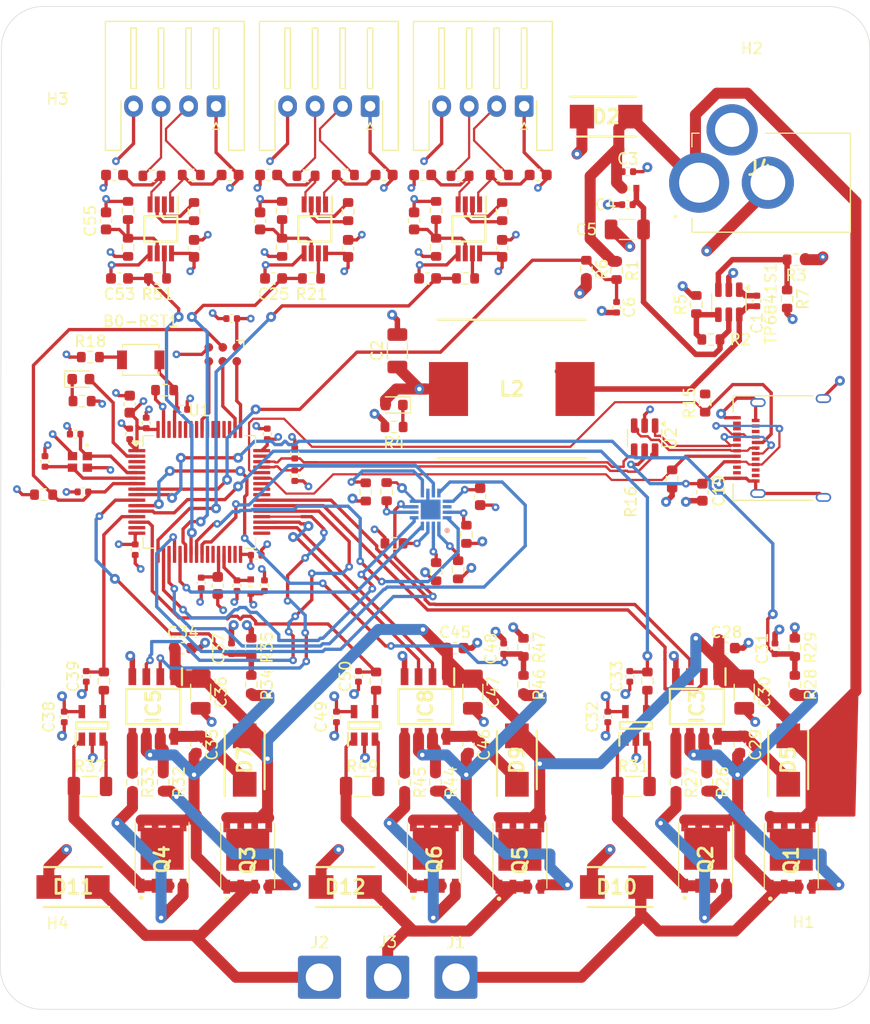
<source format=kicad_pcb>
(kicad_pcb (version 20241229) (generator "pcbnew") (generator_version "9.0")
  (layers (0 "F.Cu" signal) (4 "In1.Cu" signal) (6 "In2.Cu" signal) (2 "B.Cu" signal) (13 "F.Paste" user) (15 "B.Paste" user) (5 "F.SilkS" user "F.Silkscreen") (7 "B.SilkS" user "B.Silkscreen") (1 "F.Mask" user) (3 "B.Mask" user) (25 "Edge.Cuts" user))
  (net 0 "")
  (net 1 "/VSENSE_B")
  (net 2 "/VSENSE_C")
  (net 4 "/VSENSE_A")
  (net 7 "/Amplifier/1V6")
  (net 8 "GND")
  (net 10 "/3V3_Filt")
  (net 12 "/SG_1")
  (net 14 "/Amplifier1/1V6")
  (net 19 "/SG_2")
  (net 22 "/Amplifier2/1V6")
  (net 27 "/SG_3")
  (net 28 "3V3")
  (net 29 "/HIN_A")
  (net 30 "/PF1_OSC_OUT")
  (net 31 "/PFO_OSC_IN")
  (net 32 "/SSD")
  (net 33 "/VPH_A")
  (net 34 "/BUCK_BST")
  (net 35 "/BUCK_SW")
  (net 36 "/BUCK_FB")
  (net 37 "/BUCK_VIN")
  (net 38 "/BUCK_EN")
  (net 40 "/HIN_C")
  (net 42 "/HIN_B")
  (net 43 "/VISENSE_A")
  (net 44 "/VCC_SENSE")
  (net 45 "/VISENSE_C")
  (net 46 "/VISENSE_B")
  (net 47 "/VPH_B")
  (net 48 "/VPH_C")
  (net 49 "/MG_Z")
  (net 50 "/MG_PWM")
  (net 51 "/SSCK")
  (net 52 "/Phase_A/V_PH_RS")
  (net 53 "/Phase_A/VIS")
  (net 54 "/Phase_B/V_PH_RS")
  (net 55 "/Phase_B/VIS")
  (net 56 "Net-(Q2-G)")
  (net 57 "/Phase_C/V_PH_RS")
  (net 58 "/Phase_C/VIS")
  (net 59 "Net-(Q4-G)")
  (net 60 "Net-(Q6-G)")
  (net 61 "VCC")
  (net 62 "/MG_B")
  (net 64 "/MGH_SPI1_MISO")
  (net 65 "/Phase_A/VHO")
  (net 66 "/LIN_A")
  (net 67 "/Phase_A/VLO")
  (net 68 "/Phase_A/VB")
  (net 69 "/Phase_B/VHO")
  (net 70 "/Phase_B/VB")
  (net 71 "/Phase_B/VLO")
  (net 72 "/LIN_B")
  (net 73 "/LIN_C")
  (net 74 "/Phase_C/VB")
  (net 75 "/Phase_C/VHO")
  (net 76 "/Phase_C/VLO")
  (net 77 "/MGH_SPI1_NSS")
  (net 78 "/MGH_SPI1_SCK")
  (net 79 "/MGH_SPI1_MOSI")
  (net 80 "/MGH_MGH")
  (net 81 "VBUS")
  (net 82 "Net-(B0-RST1-Pad2)")
  (net 83 "/BOOT0")
  (net 84 "/MGH_MGL")
  (net 85 "/USB_AB-")
  (net 86 "/USB_DBCC1")
  (net 88 "/USB_AB+")
  (net 89 "/USB_DBCC2")
  (net 90 "/LED_PWR_K")
  (net 91 "/MCU_SWO")
  (net 92 "/MCU_SWDIO")
  (net 93 "/MCU_NRST")
  (net 94 "/MCU_SWCLK")
  (net 95 "/USB_D+")
  (net 96 "/USB_D-")
  (net 97 "/Phase_A/VHO_R")
  (net 98 "/Phase_B/VHO_R")
  (net 99 "/Phase_C/VHO_R")
  (net 100 "/Amplifier1/RG_2")
  (net 101 "/Amplifier1/RG_1")
  (net 102 "/Amplifier1/SG_R")
  (net 103 "/Amplifier/RG_1")
  (net 104 "/Amplifier/RG_2")
  (net 105 "/Amplifier/SG_R")
  (net 106 "/Amplifier2/RG_1")
  (net 107 "/Amplifier2/RG_2")
  (net 108 "/Amplifier2/SG_R")
  (net 109 "/LED_MCU")
  (net 110 "Net-(D3-K)")
  (net 111 "/Phase_A/IN-")
  (net 112 "/Phase_B/IN-")
  (net 113 "/Phase_C/IN-")
  (net 114 "/MG_A")
  (net 115 "/Amplifier1/IN-")
  (net 116 "/Amplifier1/IN+")
  (net 117 "/Amplifier/IN-")
  (net 118 "/Amplifier/IN+")
  (net 119 "/Amplifier2/IN-")
  (net 120 "/Amplifier2/IN+")
  (net 121 "/Amplifier1/IN_R-")
  (net 122 "/Amplifier1/IN_R+")
  (net 123 "/Amplifier/IN_R-")
  (net 124 "/Amplifier/IN_R+")
  (net 125 "/Amplifier2/IN_R+")
  (net 126 "/Amplifier2/IN_R-")
  (footprint "Capacitor_SMD:C_0402_1005Metric" (layer "F.Cu") (at 127.75 91.62 -90)
    (property "Reference" "C18" (hide yes))
    (property "Value" "100n")
  )
  (footprint "SamacSys_Parts:DIOM5336X250N" (layer "F.Cu") (at 123.199999 117.465 90)
    (property "Reference" "D7")
    (property "Value" "SMBJ18A-13-F" (hide yes))
  )
  (footprint "Resistor_SMD:R_0603_1608Metric" (layer "F.Cu") (at 104.925 93.35 180)
    (property "Reference" "R9" (hide yes))
    (property "Value" "10k")
  )
  (footprint "Resistor_SMD:R_0603_1608Metric" (layer "F.Cu") (at 157 72.975 -90)
    (property "Reference" "R1")
    (property "Value" "4k7")
  )
  (footprint "Capacitor_SMD:C_1206_3216Metric" (layer "F.Cu") (at 119.199999 111.29 -90)
    (property "Reference" "C36")
    (property "Value" "47u")
  )
  (footprint "Capacitor_SMD:C_0402_1005Metric" (layer "F.Cu") (at 117.5 85.6)
    (property "Reference" "C20" (hide yes))
    (property "Value" "100n")
  )
  (footprint "SamacSys_Parts:SOP65P490X110-8N" (layer "F.Cu") (at 115.575 69.201 -90)
    (property "Reference" "IC10" (hide yes))
    (property "Value" "AD8221ARMZ" (hide yes))
  )
  (footprint "Resistor_SMD:R_0603_1608Metric" (layer "F.Cu") (at 162.4 119.49 90)
    (property "Reference" "R27")
    (property "Value" "100R")
  )
  (footprint "Capacitor_SMD:C_0402_1005Metric" (layer "F.Cu") (at 157.98 67 180)
    (property "Reference" "C4")
    (property "Value" "100n")
  )
  (footprint "Resistor_SMD:R_0603_1608Metric" (layer "F.Cu") (at 165.575 79.25 180)
    (property "Reference" "R2")
    (property "Value" "110k")
  )
  (footprint "Capacitor_SMD:C_0603_1608Metric" (layer "F.Cu") (at 168.199999 116.065 -90)
    (property "Reference" "C29")
    (property "Value" "1u")
  )
  (footprint "MountingHole:MountingHole_3.2mm_M3" (layer "F.Cu") (at 106.2 136.4)
    (property "Reference" "H4")
    (property "Value" "MountingHole")
  )
  (footprint "SamacSys_Parts:SI7141DPT1GE3" (layer "F.Cu") (at 148.215 126.164999 90)
    (property "Reference" "Q5")
    (property "Value" "SiR182DP-T1-RE3" (hide yes))
  )
  (footprint "Resistor_SMD:R_0603_1608Metric" (layer "F.Cu") (at 154.25 72.875 -90)
    (property "Reference" "R6")
    (property "Value" "1k")
  )
  (footprint "LED_SMD:LED_0603_1608Metric" (layer "F.Cu") (at 108.3125 82.85)
    (property "Reference" "D3" (hide yes))
    (property "Value" "LED")
  )
  (footprint "Resistor_SMD:R_0603_1608Metric" (layer "F.Cu") (at 110.399999 110.29 90)
    (property "Reference" "R36" (hide yes))
    (property "Value" "1k")
  )
  (footprint "SamacSys_Parts:SOP65P490X110-8N" (layer "F.Cu") (at 143.575004 69.2 -90)
    (property "Reference" "IC7" (hide yes))
    (property "Value" "AD8221ARMZ" (hide yes))
  )
  (footprint "Capacitor_SMD:C_0603_1608Metric" (layer "F.Cu") (at 111.825001 73.701 180)
    (property "Reference" "C53")
    (property "Value" "0u1")
  )
  (footprint "Capacitor_SMD:C_0603_1608Metric" (layer "F.Cu") (at 121.875003 64.301)
    (property "Reference" "C52" (hide yes))
    (property "Value" "0u1")
  )
  (footprint "Resistor_SMD:R_1206_3216Metric" (layer "F.Cu") (at 133.8775 119.865)
    (property "Reference" "R49")
    (property "Value" "2mR")
  )
  (footprint "Capacitor_SMD:C_0603_1608Metric" (layer "F.Cu") (at 124.599998 68.476001 90)
    (property "Reference" "C27" (hide yes))
    (property "Value" "0u1")
  )
  (footprint "Capacitor_SMD:C_0603_1608Metric" (layer "F.Cu") (at 135.875001 64.301)
    (property "Reference" "C24" (hide yes))
    (property "Value" "0u1")
  )
  (footprint "Resistor_SMD:R_0603_1608Metric" (layer "F.Cu") (at 132.35 64.301)
    (property "Reference" "R20" (hide yes))
    (property "Value" "4k02")
  )
  (footprint "Resistor_SMD:R_0603_1608Metric" (layer "F.Cu") (at 118.350002 64.301)
    (property "Reference" "R50" (hide yes))
    (property "Value" "4k02")
  )
  (footprint "Resistor_SMD:R_0603_1608Metric" (layer "F.Cu") (at 136.775 87.2 180)
    (property "Reference" "R4")
    (property "Value" "1k")
  )
  (footprint "SamacSys_Parts:SI7141DPT1GE3" (layer "F.Cu") (at 140.435 126.075 90)
    (property "Reference" "Q6")
    (property "Value" "SiR182DP-T1-RE3" (hide yes))
  )
  (footprint "SamacSys_Parts:DIOM5336X250N" (layer "F.Cu") (at 132.34 129 180)
    (property "Reference" "D12")
    (property "Value" "SMBJ18A-13-F" (hide yes))
  )
  (footprint "Capacitor_SMD:C_0402_1005Metric" (layer "F.Cu") (at 157 76.32 -90)
    (property "Reference" "C6")
    (property "Value" "10n")
  )
  (footprint "Resistor_SMD:R_0603_1608Metric" (layer "F.Cu") (at 137.74 119.49 90)
    (property "Reference" "R45")
    (property "Value" "100R")
  )
  (footprint "Connector_Wire:SolderWire-2sqmm_1x01_D2mm_OD3.9mm" (layer "F.Cu") (at 142.4 137.200999)
    (property "Reference" "J1")
    (property "Value" "Conn_A")
  )
  (footprint "Resistor_SMD:R_0603_1608Metric" (layer "F.Cu") (at 126.599998 67.526001 90)
    (property "Reference" "R25" (hide yes))
    (property "Value" "10k")
  )
  (footprint "Capacitor_SMD:C_0402_1005Metric" (layer "F.Cu") (at 127.75 89.58 90)
    (property "Reference" "C17" (hide yes))
    (property "Value" "100n")
  )
  (footprint "Capacitor_SMD:C_0603_1608Metric" (layer "F.Cu") (at 117.574999 107.29)
    (property "Reference" "C34")
    (property "Value" "1u")
  )
  (footprint "Capacitor_SMD:C_0603_1608Metric" (layer "F.Cu") (at 139.825004 73.7 180)
    (property "Reference" "C42" (hide yes))
    (property "Value" "0u1")
  )
  (footprint "SamacSys_Parts:SOP65P490X110-8N" (layer "F.Cu") (at 129.574998 69.201 -90)
    (property "Reference" "IC2" (hide yes))
    (property "Value" "AD8221ARMZ" (hide yes))
  )
  (footprint "SamacSys_Parts:SOT95P280X145-5N" (layer "F.Cu") (at 109.349999 114.315 90)
    (property "Reference" "IC6" (hide yes))
    (property "Value" "INA180A3IDBVT" (hide yes))
  )
  (footprint "Resistor_SMD:R_0603_1608Metric" (layer "F.Cu") (at 172.5 75.575 -90)
    (property "Reference" "R7")
    (property "Value" "24k")
  )
  (footprint "Resistor_SMD:R_0603_1608Metric" (layer "F.Cu") (at 146.350007 64.3)
    (property "Reference" "R38" (hide yes))
    (property "Value" "4k02")
  )
  (footprint "Resistor_SMD:R_0603_1608Metric" (layer "F.Cu") (at 173.325 72 180)
    (property "Reference" "R3")
    (property "Value" "75k")
  )
  (footprint "Connector_JST:JST_XH_S4B-XH-A-1_1x04_P2.50mm_Horizontal" (layer "F.Cu") (at 148.600007 58.05 180)
    (property "Reference" "FSENS2" (hide yes))
    (property "Value" "Conn_01x04_Socket")
  )
  (footprint "Resistor_SMD:R_0603_1608Metric" (layer "F.Cu") (at 118.599996 67.626 90)
    (property "Reference" "R52" (hide yes))
    (property "Value" "180")
  )
  (footprint "Capacitor_SMD:C_0603_1608Metric" (layer "F.Cu") (at 144.6 93.525 -90)
    (property "Reference" "C13" (hide yes))
    (property "Value" "1u")
  )
  (footprint "Capacitor_SMD:C_0402_1005Metric" (layer "F.Cu") (at 107.8 87.85 180)
    (property "Reference" "C22" (hide yes))
    (property "Value" "6p8")
  )
  (footprint "Capacitor_SMD:C_0603_1608Metric" (layer "F.Cu") (at 120.75 101.6 -90)
    (property "Reference" "C57" (hide yes))
    (property "Value" "1u")
  )
  (footprint "Capacitor_SMD:C_0402_1005Metric" (layer "F.Cu") (at 122.02 77.35 180)
    (property "Reference" "C58" (hide yes))
    (property "Value" "100n")
  )
  (footprint "Resistor_SMD:R_0603_1608Metric" (layer "F.Cu") (at 165.199999 119.465 -90)
    (property "Reference" "R26")
    (property "Value" "100R")
  )
  (footprint "Capacitor_SMD:C_0402_1005Metric" (layer "F.Cu") (at 121.999999 107.345 90)
    (property "Reference" "C37")
    (property "Value" "10n")
  )
  (footprint "MountingHole:MountingHole_3.2mm_M3" (layer "F.Cu") (at 174 136.4)
    (property "Reference" "H1")
    (property "Value" "MountingHole")
  )
  (footprint "Resistor_SMD:R_0603_1608Metric" (layer "F.Cu") (at 114.775003 64.376)
    (property "Reference" "R53" (hide yes))
    (property "Value" "4k02")
  )
  (footprint "Connector:Tag-Connect_TC2030-IDC-NL_2x03_P1.27mm_Vertical" (layer "F.Cu") (at 121.21 80.6 180)
    (property "Reference" "J6" (hide yes))
    (property "Value" "SWD_TagConnect_TC2030-NL" (hide yes))
  )
  (footprint "Resistor_SMD:R_0603_1608Metric" (layer "F.Cu") (at 112.6 67.526001 90)
    (property "Reference" "R55" (hide yes))
    (property "Value" "10k")
  )
  (footprint "Resistor_SMD:R_0603_1608Metric" (layer "F.Cu") (at 112.999999 119.49 90)
    (property "Reference" "R33")
    (property "Value" "100R")
  )
  (footprint "SamacSys_Parts:BEADC1005X55N" (layer "F.Cu") (at 158.15 65.5)
    (property "Reference" "FB1" (hide yes))
    (property "Value" "MMZ1005F181ETD25" (hide yes))
  )
  (footprint "Capacitor_SMD:C_0402_1005Metric" (layer "F.Cu") (at 119.25 101.37 -90)
    (property "Reference" "C56" (hide yes))
    (property "Value" "100n")
  )
  (footprint "SamacSys_Parts:SOIC127P600X175-8N" (layer "F.Cu") (at 114.894999 112.602 -90)
    (property "Reference" "IC5")
    (property "Value" "IR2103STRPBF" (hide yes))
  )
  (footprint "SamacSys_Parts:NX2016SA24MEXS00ACS08891" (layer "F.Cu") (at 108.225 90.375 180)
    (property "Reference" "Y1" (hide yes))
    (property "Value" "NX2016SA-24M-EXS00A-CS08891" (hide yes))
  )
  (footprint "Resistor_SMD:R_0603_1608Metric" (layer "F.Cu") (at 162.05 91.925 -90)
    (property "Reference" "R16")
    (property "Value" "5k1")
  )
  (footprint "Capacitor_SMD:C_1206_3216Metric" (layer "F.Cu") (at 143.939999 111.29 -90)
    (property "Reference" "C47")
    (property "Value" "47u")
  )
  (footprint "SamacSys_Parts:DIOM5436X244N" (layer "F.Cu") (at 156.05 59)
    (property "Reference" "D2")
    (property "Value" "SMBJ18A" (hide yes))
  )
  (footprint "Resistor_SMD:R_0603_1608Metric" (layer "F.Cu") (at 142.775007 64.375)
    (property "Reference" "R41" (hide yes))
    (property "Value" "4k02")
  )
  (footprint "Capacitor_SMD:C_0603_1608Metric" (layer "F.Cu") (at 132.599998 70.975999 90)
    (property "Reference" "C23" (hide yes))
    (property "Value" "0u1")
  )
  (footprint "Capacitor_SMD:C_0603_1608Metric" (layer "F.Cu") (at 142.314999 107.29)
    (property "Reference" "C45")
    (property "Value" "1u")
  )
  (footprint "Button_Switch_SMD:SW_SPST_B3U-1000P" (layer "F.Cu") (at 113.75 81.1 180)
    (property "Reference" "B0-RST1")
    (property "Value" "SW_Push")
  )
  (footprint "Resistor_SMD:R_0603_1608Metric" (layer "F.Cu") (at 134.2 93.1 90)
    (property "Reference" "R13" (hide yes))
    (property "Value" "10k")
  )
  (footprint "Resistor_SMD:R_0603_1608Metric" (layer "F.Cu") (at 108.425 84.85 180)
    (property "Reference" "R17" (hide yes))
    (property "Value" "1k")
  )
  (footprint "Capacitor_SMD:C_0402_1005Metric" (layer "F.Cu") (at 122.5 101.62 -90)
    (property "Reference" "C15" (hide yes))
    (property "Value" "100n")
  )
  (footprint "Resistor_SMD:R_0603_1608Metric" (layer "F.Cu") (at 142.6 100.175 -90)
    (property "Reference" "R10" (hide yes))
    (property "Value" "10k")
  )
  (footprint "Connector_Wire:SolderWire-2sqmm_1x01_D2mm_OD3.9mm" (layer "F.Cu") (at 136.2 137.200999)
    (property "Reference" "J3")
    (property "Value" "Conn_C")
  )
  (footprint "Capacitor_SMD:C_0603_1608Metric" (layer "F.Cu") (at 112.75 85.125 90)
    (property "Reference" "C7" (hide yes))
    (property "Value" "4u7")
  )
  (footprint "SamacSys_Parts:KLDHCX0202BC1" (layer "F.Cu") (at 164.5 65 180)
    (property "Reference" "J4")
    (property "Value" "KLDHCX-0202-BC-1" (hide yes))
  )
  (footprint "Capacitor_SMD:C_0402_1005Metric" (layer "F.Cu") (at 125 101.62 90)
    (property "Reference" "C8" (hide yes))
    (property "Value" "100n")
  )
  (footprint "SamacSys_Parts:SI7141DPT1GE3" (layer "F.Cu") (at 172.875 126.164999 90)
    (property "Reference" "Q1")
    (property "Value" "SiR182DP-T1-RE3" (hide yes))
  )
  (footprint "Resistor_SMD:R_1206_3216Metric" (layer "F.Cu") (at 109.137499 119.865)
    (property "Reference" "R37")
    (property "Value" "2mR")
  )
  (footprint "Capacitor_SMD:C_0603_1608Metric" (layer "F.Cu") (at 125.375001 64.301 180)
    (property "Reference" "C26" (hide yes))
    (property "Value" "0u1")
  )
  (footprint "Capacitor_SMD:C_0402_1005Metric" (layer "F.Cu") (at 105.05 90.33 90)
    (property "Reference" "C21" (hide yes))
    (property "Value" "6p8")
  )
  (footprint "Resistor_SMD:R_0603_1608Metric" (layer "F.Cu") (at 115.925 83.85 180)
    (property "Reference" "R19" (hide yes))
    (property "Value" "10k")
  )
  (footprint "Resistor_SMD:R_0603_1608Metric" (layer "F.Cu") (at 132.599994 67.626 90)
    (property "Reference" "R22" (hide yes))
    (property "Value" "180")
  )
  (footprint "SamacSys_Parts:SI7141DPT1GE3" (layer "F.Cu") (at 115.694999 126.075 90)
    (property "Reference" "Q4")
    (property "Value" "SiR182DP-T1-RE3" (hide yes))
  )
  (footprint "Resistor_SMD:R_0603_1608Metric" (layer "F.Cu") (at 109.175 80.85)
    (property "Reference" "R18")
    (property "Value" "100R")
  )
  (footprint "Capacitor_SMD:C_0402_1005Metric" (layer "F.Cu") (at 124.25 98.85)
    (property "Reference" "C12" (hide yes))
    (property "Value" "100n")
  )
  (footprint "Resistor_SMD:R_0603_1608Metric" (layer "F.Cu") (at 164.25 76.075 90)
    (property "Reference" "R5")
    (property "Value" "12k")
  )
  (footprint "Resistor_SMD:R_0603_1608Metric" (layer "F.Cu") (at 135.14 110.29 90)
    (property "Reference" "R48" (hide yes))
    (property "Value" "1k")
  )
  (footprint "Resistor_SMD:R_0603_1608Metric" (layer "F.Cu") (at 129.274999 73.701 180)
    (property "Reference" "R21")
    (property "Value" "1k0")
  )
  (footprint "Resistor_SMD:R_0603_1608Metric" (layer "F.Cu") (at 143.35 96.95 90)
    (property "Reference" "R8" (hide yes))
    (property "Value" "10k")
  )
  (footprint "Connector_JST:JST_XH_S4B-XH-A-1_1x04_P2.50mm_Horizontal" (layer "F.Cu") (at 134.6 58.051 180)
    (property "Reference" "FSENS1" (hide yes))
    (property "Value" "Conn_01x04_Socket")
  )
  (footprint "Resistor_SMD:R_0603_1608Metric" (layer "F.Cu") (at 123.799999 107.225 -90)
    (property "Reference" "R35")
    (property "Value" "1k")
  )
  (footprint "Capacitor_SMD:C_0603_1608Metric" (layer "F.Cu") (at 149.875007 64.3)
    (property "Reference" "C41" (hide yes))
    (property "Value" "0u1")
  )
  (footprint "Resistor_SMD:R_0603_1608Metric" (layer "F.Cu") (at 123.799999 110.6 -90)
    (property "Reference" "R34")
    (property "Value" "4k7")
  )
  (footprint "Capacitor_SMD:C_0402_1005Metric" (layer "F.Cu") (at 112.75 87.83 90)
    (property "Reference" "C16" (hide yes))
    (property "Value" "100n")
  )
  (footprint "SamacSys_Parts:SOT95P280X145-5N" (layer "F.Cu") (at 134.09 114.315 90)
    (property "Reference" "IC9" (hide yes))
    (property "Value" "INA180A3IDBVT" (hide yes))
  )
  (footprint "SamacSys_Parts:INDPM135126X650N" (layer "F.Cu") (at 147.476 83.75 180)
    (property "Reference" "L2")
    (property "Value" "PA4343.682ANLT" (hide yes))
  )
  (footprint "Capacitor_SMD:C_0402_1005Metric" (layer "F.Cu") (at 108.5 93.1 180)
    (property "Reference" "C14" (hide yes))
    (property "Value" "100n")
  )
  (footprint "SamacSys_Parts:SOIC127P600X175-8N" (layer "F.Cu") (at 139.635 112.602 -90)
    (property "Reference" "IC8")
    (property "Value" "IR2103STRPBF" (hide yes))
  )
  (footprint "Resistor_SMD:R_0603_1608Metric" (layer "F.Cu") (at 115.799999 119.465 -90)
    (property "Reference" "R32")
    (property "Value" "100R")
  )
  (footprint "Capacitor_SMD:C_1206_3216Metric" (layer "F.Cu") (at 137.076 80.275 90)
    (property "Reference" "C2")
    (property "Value" "47u")
  )
  (footprint "Resistor_SMD:R_0603_1608Metric" (layer "F.Cu") (at 136.775 97.775)
    (property "Reference" "R12" (hide yes))
    (property "Value" "10k")
  )
  (footprint "Capacitor_SMD:C_0603_1608Metric" (layer "F.Cu") (at 139.375007 64.3 180)
    (property "Reference" "C43" (hide yes))
    (property "Value" "0u1")
  )
  (footprint "MountingHole:MountingHole_3.2mm_M3" (layer "F.Cu") (at 174 53)
    (property "Reference" "H2")
    (property "Value" "MountingHole")
  )
  (footprint "Capacitor_SMD:C_0402_1005Metric" (layer "F.Cu") (at 169.75 75.75 -90)
    (property "Reference" "C1")
    (property "Value" "100n")
  )
  (footprint "Capacitor_SMD:C_0603_1608Metric" (layer "F.Cu") (at 118.799999 116.065 -90)
    (property "Reference" "C35")
    (property "Value" "1u")
  )
  (footprint "Resistor_SMD:R_0603_1608Metric" (layer "F.Cu") (at 148.539999 110.6 -90)
    (property "Reference" "R46")
    (property "Value" "4k7")
  )
  (footprint "Capacitor_SMD:C_0402_1005Metric" (layer "F.Cu") (at 133.54 109.865 -90)
    (property "Reference" "C50")
    (property "Value" "1n")
  )
  (footprint "Capacitor_SMD:C_0402_1005Metric" (layer "F.Cu") (at 125.25 87.83 90)
    (property "Reference" "C11" (hide yes))
    (property "Value" "100n")
  )
  (footprint "Connector_USB:USB_C_Receptacle_Amphenol_12401610E4-2A" (layer "F.Cu") (at 172.96 89.11 90)
    (property "Reference" "J5" (hide yes))
    (property "Value" "USB_C_Receptacle_USB2.0_14P")
  )
  (footprint "Resistor_SMD:R_0603_1608Metric" (layer "F.Cu") (at 128.775001 64.376)
    (property "Reference" "R23" (hide yes))
    (property "Value" "4k02")
  )
  (footprint "Resistor_SMD:R_0603_1608Metric" (layer "F.Cu") (at 126.599998 70.876 90)
    (property "Reference" "R24" (hide yes))
    (property "Value" "10k")
  )
  (footprint "Resistor_SMD:R_0603_1608Metric" (layer "F.Cu") (at 115.275001 73.701 180)
    (property "Reference" "R51")
    (property "Value" "1k0")
  )
  (footprint "Capacitor_SMD:C_0402_1005Metric" (layer "F.Cu") (at 108.799999 109.865 -90)
    (property "Reference" "C39")
    (property "Value" "1n")
  )
  (footprint "Resistor_SMD:R_0603_1608Metric" (layer "F.Cu") (at 140.600004 70.875 90)
    (property "Reference" "R42" (hide yes))
    (property "Value" "10k")
  )
  (footprint "Capacitor_SMD:C_0402_1005Metric" (layer "F.Cu") (at 158.02 64)
    (property "Reference" "C3")
    (property "Value" "100n")
  )
  (footprint "SamacSys_Parts:SOT95P280X145-5N" (layer "F.Cu") (at 158.75 114.315 90)
    (property "Reference" "IC4" (hide yes))
    (property "Value" "INA180A3IDBVT" (hide yes))
  )
  (footprint "Capacitor_SMD:C_0402_1005Metric" (layer "F.Cu") (at 158.2 109.865 -90)
    (property "Reference" "C33")
    (property "Value" "1n")
  )
  (footprint "Capacitor_SMD:C_0603_1608Metric" (layer "F.Cu") (at 138.600004 68.475 90)
    (property "Reference" "C44" (hide yes))
    (property "Value" "0u1")
  )
  (footprint "Resistor_SMD:R_0603_1608Metric" (layer "F.Cu") (at 140.600004 67.525 90)
    (property "Reference" "R43" (hide yes))
    (property "Value" "10k")
  )
  (footprint "Capacitor_SMD:C_0402_1005Metric" (layer "F.Cu") (at 114.25 86.83 90)
    (property "Reference" "C9" (hide yes))
    (property "Value" "100n")
  )
  (footprint "Resistor_SMD:R_0603_1608Metric" (layer "F.Cu") (at 165.05 85.025 90)
    (property "Reference" "R15")
    (property "Value" "5k1")
  )
  (footprint "Resistor_SMD:R_1206_3216Metric" (layer "F.Cu") (at 158.5375 119.865)
    (property "Reference" "R31")
    (property "Value" "2mR")
  )
  (footprint "Resistor_SMD:R_0603_1608Metric" (layer "F.Cu") (at 159.8 110.29 90)
    (property "Reference" "R30" (hide yes))
    (property "Value" "1k")
  )
  (footprint "Resistor_SMD:R_0603_1608Metric" (layer "F.Cu") (at 140.6 100.35 -90)
    (property "Reference" "R11" (hide yes))
    (property "Value" "10k")
  )
  (footprint "Capacitor_SMD:C_0402_1005Metric" (layer "F.Cu") (at 156.2 113.545 -90)
    (property "Reference" "C32")
    (property "Value" "100n")
  )
  (footprint "Capacitor_SMD:C_0603_1608Metric" (layer "F.Cu") (at 118.6 70.975999 90)
    (property "Reference" "C51" (hide yes))
    (property "Value" "0u1")
  )
  (footprint "SamacSys_Parts:DIOM5336X250N" (layer "F.Cu") (at 147.939999 117.465 90)
    (property "Reference" "D9")
    (property "Value" "SMBJ18A-13-F" (hide yes))
  )
  (footprint "Capacitor_SMD:C_0402_1005Metric" (layer "F.Cu") (at 106.799999 113.545 -90)
    (property "Reference" "C38")
    (property "Value" "100n")
  )
  (footprint "Capacitor_SMD:C_0402_1005Metric" (layer "F.Cu") (at 171.399999 107.345 90)
    (property "Reference" "C31")
    (property "Value" "10n")
  )
  (footprint "Resistor_SMD:R_0603_1608Metric" (layer "F.Cu") (at 112.6 70.876 90)
    (property "Reference" "R54" (hide yes))
    (property "Value" "10k")
  )
  (footprint "Resistor_SMD:R_0603_1608Metric" (layer "F.Cu") (at 173.199999 107.225 -90)
    (property "Reference" "R29")
    (property "Value" "1k")
  )
  (footprint "Capacitor_SMD:C_0402_1005Metric" (layer "F.Cu") (at 113.25 98.35 -90)
    (property "Reference" "C10" (hide yes))
    (property "Value" "100n")
  )
  (footprint "Package_TO_SOT_SMD:SOT-23-6" (layer "F.Cu") (at 159.55 88.2125 -90)
    (property "Reference" "U2")
    (property "Value" "USBLC6-2SC6" (hide yes))
  )
  (footprint "SamacSys_Parts:DIOM5336X250N" (layer "F.Cu") (at 157 129 180)
    (property "Reference" "D10")
    (property "Value" "SMBJ18A-13-F" (hide yes))
  )
  (footprint "Package_QFP:LQFP-64_10x10mm_P0.5mm" (layer "F.Cu") (at 119.075 93.1)
    (property "Reference" "U1")
    (property "Value" "STM32G474RETx")
  )
  (footprint "SamacSys_Parts:BEADC1005X55N" (layer "F.Cu") (at 123.75 101.7 -90)
    (property "Reference" "FB2" (hide yes))
    (property "Value" "MMZ1005F181ETD25" (hide yes))
  )
  (footprint "SamacSys_Parts:SI7141DPT1GE3" (layer "F.Cu") (at 165.095 126.075 90)
    (property "Reference" "Q2")
    (property "Value" "SiR182DP-T1-RE3" (hide yes))
  )
  (footprint "Capacitor_SMD:C_0603_1608Metric" (layer "F.Cu") (at 143.539999 116.065 -90)
    (property "Reference" "C46")
    (property "Value" "1u")
  )
  (footprint "Capacitor_SMD:C_0402_1005Metric" (layer "F.Cu") (at 131.54 113.545 -90)
    (property "Reference" "C49")
    (property "Value" "100n")
  )
  (footprint "Capacitor_SMD:C_0603_1608Metric" (layer "F.Cu") (at 146.600004 70.975 90)
    (property "Reference" "C40" (hide yes))
    (property "Value" "0u1")
  )
  (footprint "Resistor_SMD:R_0603_1608Metric" (layer "F.Cu") (at 146.6 67.625 90)
    (property "Reference" "R40" (hide yes))
    (property "Value" "180" (hide yes))
  )
  (footprint "Resistor_SMD:R_0603_1608Metric" (layer "F.Cu") (at 136.1 93.075 -90)
    (property "Reference" "R14" (hide yes))
    (property "Value" "10k")
  )
  (footprint "Capacitor_SMD:C_1206_3216Metric" (layer "F.Cu") (at 168.599999 111.29 -90)
    (property "Reference" "C30")
    (property "Value" "47u")
  )
  (footprint "Capacitor_SMD:C_0603_1608Metric" (layer "F.Cu") (at 166.974999 107.29)
    (property "Reference" "C28")
    (property "Value" "1u")
  )
  (footprint "Resistor_SMD:R_0603_1608Metric" (layer "F.Cu") (at 173.199999 110.6 -90)
    (property "Reference" "R28")
    (property "Value" "4k7")
  )
  (footprint "Connector_Wire:SolderWire-2sqmm_1x01_D2mm_OD3.9mm" (layer "F.Cu") (at 130 137.200999)
    (property "Reference" "J2")
    (property "Value" "Conn_B")
  )
  (footprint "Package_TO_SOT_SMD:SOT-23-6" (layer "F.Cu") (at 167.2 75.8625 -90)
    (property "Reference" "TP6841S1")
    (property "Value" "~")
  )
  (footprint "SamacSys_Parts:DIOM5336X250N" (layer "F.Cu") (at 172.599999 117.465 90)
    (property "Reference" "D5")
    (property "Value" "SMBJ18A-13-F" (hide yes))
  )
  (footprint "Resistor_SMD:R_0603_1608Metric" (layer "F.Cu") (at 143.275004 73.7 180)
    (property "Reference" "R39" (hide yes))
    (property "Value" "1k0")
  )
  (footprint "Resistor_SMD:R_0603_1608Metric" (layer "F.Cu") (at 148.539999 107.225 -90)
    (property "Reference" "R47")
    (property "Value" "1k")
  )
  (footprint "MountingHole:MountingHole_3.2mm_M3" (layer "F.Cu") (at 106.2 53)
    (property "Reference" "H3")
    (property "Value" "MountingHole")
  )
  (footprint "Resistor_SMD:R_0603_1608Metric" (layer "F.Cu") (at 140.539999 119.465 -90)
    (property "Reference" "R44")
    (property "Value" "100R")
  )
  (footprint "Capacitor_SMD:C_0402_1005Metric" (layer "F.Cu") (at 146.739999 107.345 90)
    (property "Reference" "C48")
    (property "Value" "10n")
  )
  (footprint "Connector_JST:JST_XH_S4B-XH-A-1_1x04_P2.50mm_Horizontal" (layer "F.Cu") (at 120.600002 58.051 180)
    (property "Reference" "FSENS3" (hide yes))
    (property "Value" "Conn_01x04_Socket")
  )
  (footprint "SamacSys_Parts:SOIC127P600X175-8N" (layer "F.Cu") (at 164.295 112.602 -90)
    (property "Reference" "IC3")
    (property "Value" "IR2103STRPBF" (hide yes))
  )
  (footprint "SamacSys_Parts:SI7141DPT1GE3" (layer "F.Cu") (at 123.474999 126.165 90)
    (property "Reference" "Q3")
    (property "Value" "SiR182DP-T1-RE3" (hide yes))
  )
  (footprint "Capacitor_SMD:C_0603_1608Metric" (layer "F.Cu") (at 164.8 93.125 -90)
    (property "Reference" "C19")
    (property "Value" "1u")
  )
  (footprint "Capacitor_SMD:C_1206_3216Metric" (layer "F.Cu") (at 157.975 69.25 180)
    (property "Reference" "C5")
    (property "Value" "47u")
  )
  (footprint "Capacitor_SMD:C_0603_1608Metric" (layer "F.Cu") (at 110.6 68.476001 90)
    (property "Reference" "C55")
    (property "Value" "0u1")
  )
  (footprint "LED_SMD:LED_0603_1608Metric" (layer "F.Cu") (at 136.7875 85.2 180)
    (property "Reference" "D1" (hide yes))
    (property "Value" "LED")
  )
  (footprint "Capacitor_SMD:C_0603_1608Metric" (layer "F.Cu") (at 111.375003 64.301 180)
    (property "Reference" "C54" (hide yes))
    (property "Value" "0u1")
  )
  (footprint "Capacitor_SMD:C_0603_1608Metric" (layer "F.Cu") (at 125.824999 73.701 180)
    (property "Reference" "C25")
    (property "Value" "0u1")
  )
  (footprint "SamacSys_Parts:DIOM5336X250N" (layer "F.Cu") (at 107.599999 129 180)
    (property "Reference" "D11")
    (property "Value" "SMBJ18A-13-F" (hide yes))
  )
  (footprint "SamacSys_Parts:QFN50P300X300X100-17N-D" (layer "B.Cu") (at 140.1 94.7 90)
    (property "Reference" "IC1" (hide yes))
    (property "Value" "MA702GQ-P" (hide yes))
  )
  (gr_arc (start 104.787006 140.112994) (mid 102.1 139) (end 100.987006 136.312994) (stroke (width 0.05)) (layer "Edge.Cuts"))
  (gr_arc (start 176.212994 48.987006) (mid 178.9 50.1) (end 180.012994 52.787006) (stroke (width 0.05)) (layer "Edge.Cuts"))
  (gr_line (start 104.887006 48.987006) (end 176.213 48.987006) (stroke (width 0.05)) (layer "Edge.Cuts"))
  (gr_arc (start 101.087006 52.787006) (mid 102.2 50.1) (end 104.887006 48.987006) (stroke (width 0.05)) (layer "Edge.Cuts"))
  (gr_arc (start 180.012994 136.312994) (mid 178.9 139) (end 176.212994 140.112994) (stroke (width 0.05)) (layer "Edge.Cuts"))
  (gr_line (start 100.987006 136.312994) (end 101.087006 52.787006) (stroke (width 0.05)) (layer "Edge.Cuts"))
  (gr_line (start 180.012994 52.787006) (end 180.012994 136.313) (stroke (width 0.05)) (layer "Edge.Cuts"))
  (gr_line (start 176.212994 140.112994) (end 104.787006 140.112994) (stroke (width 0.05)) (layer "Edge.Cuts"))
  (segment (start 116.499 105.999) (end 111.5 101) (width 0.3) (layer "F.Cu") (net 1))
  (segment (start 113.4 93.85) (end 111.45 93.85) (width 0.3) (layer "F.Cu") (net 1))
  (segment (start 123.799999 108.05) (end 123.799999 109.775) (width 0.5) (layer "F.Cu") (net 1))
  (segment (start 111.45 93.85) (end 110 95.3) (width 0.3) (layer "F.Cu") (net 1))
  (segment (start 121.425 107.825) (end 120.400999 106.800999) (width 0.3) (layer "F.Cu") (net 1))
  (segment (start 121.999999 107.825) (end 121.425 107.825) (width 0.3) (layer "F.Cu") (net 1))
  (segment (start 111.5 101) (end 111.4 101) (width 0.3) (layer "F.Cu") (net 1))
  (segment (start 120.400999 106.800999) (end 120.400999 106.468214) (width 0.3) (layer "F.Cu") (net 1))
  (segment (start 119.931785 105.999) (end 116.499 105.999) (width 0.3) (layer "F.Cu") (net 1))
  (segment (start 123.574999 107.825) (end 123.799999 108.05) (width 0.5) (layer "F.Cu") (net 1))
  (segment (start 121.999999 107.825) (end 123.574999 107.825) (width 0.5) (layer "F.Cu") (net 1))
  (segment (start 120.400999 106.468214) (end 119.931785 105.999) (width 0.3) (layer "F.Cu") (net 1))
  (via (at 110 95.3) (size 0.7) (drill 0.3) (layers "F.Cu" "B.Cu") (net 1))
  (via (at 111.4 101) (size 0.9) (drill 0.4) (layers "F.Cu" "B.Cu") (net 1))
  (segment (start 109.7 99.3) (end 109.7 95.6) (width 0.3) (layer "B.Cu") (net 1))
  (segment (start 111.4 101) (end 109.7 99.3) (width 0.3) (layer "B.Cu") (net 1))
  (segment (start 109.7 95.6) (end 110 95.3) (width 0.3) (layer "B.Cu") (net 1))
  (segment (start 115.25 94.35) (end 115.4 94.2) (width 0.3) (layer "F.Cu") (net 2))
  (segment (start 146.8 107.885001) (end 146.739999 107.825) (width 0.3) (layer "F.Cu") (net 2))
  (segment (start 136 107.1) (end 136.5 107.1) (width 0.3) (layer "F.Cu") (net 2))
  (segment (start 148.314999 107.825) (end 148.539999 108.05) (width 0.5) (layer "F.Cu") (net 2))
  (segment (start 130.3 101.4) (end 136 107.1) (width 0.3) (layer "F.Cu") (net 2))
  (segment (start 146.739999 107.825) (end 148.314999 107.825) (width 0.5) (layer "F.Cu") (net 2))
  (segment (start 123.260002 93.480002) (end 123.2 93.540004) (width 0.3) (layer "F.Cu") (net 2))
  (segment (start 123.401 93.339004) (end 123.260002 93.480002) (width 0.3) (layer "F.Cu") (net 2))
  (segment (start 113.4 94.35) (end 115.25 94.35) (width 0.3) (layer "F.Cu") (net 2))
  (segment (start 148.539999 108.05) (end 148.539999 109.775) (width 0.5) (layer "F.Cu") (net 2))
  (segment (start 122.8 91.2) (end 123.401 91.801) (width 0.3) (layer "F.Cu") (net 2))
  (segment (start 146.8 108.6) (end 146.8 107.885001) (width 0.3) (layer "F.Cu") (net 2))
  (segment (start 123.401 91.801) (end 123.401 93.339004) (width 0.3) (layer "F.Cu") (net 2))
  (segment (start 123.2 93.540004) (end 123.2 97.3) (width 0.3) (layer "F.Cu") (net 2))
  (segment (start 116.4 91.2) (end 122.8 91.2) (width 0.3) (layer "F.Cu") (net 2))
  (via (at 116.4 91.2) (size 0.9) (drill 0.4) (layers "F.Cu" "B.Cu") (net 2))
  (via (at 115.4 94.2) (size 0.9) (drill 0.4) (layers "F.Cu" "B.Cu") (net 2))
  (via (at 123.2 97.3) (size 0.7) (drill 0.3) (layers "F.Cu" "B.Cu") (net 2))
  (via (at 122.8 91.2) (size 0.9) (drill 0.4) (layers "F.Cu" "B.Cu") (net 2))
  (via (at 136.5 107.1) (size 0.7) (drill 0.3) (layers "F.Cu" "B.Cu") (net 2))
  (via (at 146.8 108.6) (size 0.7) (drill 0.3) (layers "F.Cu" "B.Cu") (net 2))
  (via (at 130.3 101.4) (size 0.7) (drill 0.3) (layers "F.Cu" "B.Cu") (net 2))
  (segment (start 142.907214 107.1) (end 144.407214 108.6) (width 0.3) (layer "B.Cu") (net 2))
  (segment (start 115.4 92.2) (end 116.4 91.2) (width 0.3) (layer "B.Cu") (net 2))
  (segment (start 123.2 97.3) (end 127.3 101.4) (width 0.3) (layer "B.Cu") (net 2))
  (segment (start 115.4 94.2) (end 115.4 92.2) (width 0.3) (layer "B.Cu") (net 2))
  (segment (start 136.5 107.1) (end 142.907214 107.1) (width 0.3) (layer "B.Cu") (net 2))
  (segment (start 144.407214 108.6) (end 146.8 108.6) (width 0.3) (layer "B.Cu") (net 2))
  (segment (start 127.3 101.4) (end 130.3 101.4) (width 0.3) (layer "B.Cu") (net 2))
  (segment (start 113.4 93.35) (end 116.3 93.35) (width 0.3) (layer "F.Cu") (net 4))
  (segment (start 173.199999 108.05) (end 173.199999 109.775) (width 0.5) (layer "F.Cu") (net 4))
  (segment (start 171.351739 107.825) (end 171.399999 107.825) (width 0.3) (layer "F.Cu") (net 4))
  (segment (start 172.974999 107.825) (end 173.199999 108.05) (width 0.5) (layer "F.Cu") (net 4))
  (segment (start 171.2 104.2) (end 170.738999 104.661001) (width 0.3) (layer "F.Cu") (net 4))
  (segment (start 171.399999 107.825) (end 172.974999 107.825) (width 0.5) (layer "F.Cu") (net 4))
  (segment (start 170.738999 107.21226) (end 171.351739 107.825) (width 0.3) (layer "F.Cu") (net 4))
  (segment (start 117.4 90) (end 122.6 90) (width 0.3) (layer "F.Cu") (net 4))
  (segment (start 170.738999 104.661001) (end 170.738999 107.21226) (width 0.3) (layer "F.Cu") (net 4))
  (segment (start 116.3 93.35) (end 116.6 93.65) (width 0.3) (layer "F.Cu") (net 4))
  (via (at 116.6 93.65) (size 0.9) (drill 0.4) (layers "F.Cu" "B.Cu") (net 4))
  (via (at 117.4 90) (size 0.9) (drill 0.4) (layers "F.Cu" "B.Cu") (net 4))
  (via (at 122.6 90) (size 0.9) (drill 0.4) (layers "F.Cu" "B.Cu") (net 4))
  (via (at 171.2 104.2) (size 0.9) (drill 0.4) (layers "F.Cu" "B.Cu") (net 4))
  (segment (start 171.2 97.8) (end 171.2 104.2) (width 0.3) (layer "B.Cu") (net 4))
  (segment (start 166.601 93.201) (end 171.2 97.8) (width 0.3) (layer "B.Cu") (net 4))
  (segment (start 126.908636 88.5) (end 127.209636 88.801) (width 0.3) (layer "B.Cu") (net 4))
  (segment (start 158.691364 90) (end 163.4 90) (width 0.3) (layer "B.Cu") (net 4))
  (segment (start 126.540364 88.801) (end 126.841364 88.5) (width 0.3) (layer "B.Cu") (net 4))
  (segment (start 126.841364 88.5) (end 126.908636 88.5) (width 0.3) (layer "B.Cu") (net 4))
  (segment (start 125.959636 88.801) (end 126.540364 88.801) (width 0.3) (layer "B.Cu") (net 4))
  (segment (start 125.658636 88.5) (end 125.959636 88.801) (width 0.3) (layer "B.Cu") (net 4))
  (segment (start 165.499 92.099) (end 165.499 92.731786) (width 0.3) (layer "B.Cu") (net 4))
  (segment (start 163.4 90) (end 165.499 92.099) (width 0.3) (layer "B.Cu") (net 4))
  (segment (start 156.610636 88.5) (end 158.009636 89.899) (width 0.3) (layer "B.Cu") (net 4))
  (segment (start 165.968214 93.201) (end 166.601 93.201) (width 0.3) (layer "B.Cu") (net 4))
  (segment (start 158.590364 89.899) (end 158.691364 90) (width 0.3) (layer "B.Cu") (net 4))
  (segment (start 127.790364 88.801) (end 128.091364 88.5) (width 0.3) (layer "B.Cu") (net 4))
  (segment (start 116.6 93.65) (end 117.4 92.85) (width 0.3) (layer "B.Cu") (net 4))
  (segment (start 127.209636 88.801) (end 127.790364 88.801) (width 0.3) (layer "B.Cu") (net 4))
  (segment (start 122.6 90) (end 124.1 88.5) (width 0.3) (layer "B.Cu") (net 4))
  (segment (start 165.499 92.731786) (end 165.968214 93.201) (width 0.3) (layer "B.Cu") (net 4))
  (segment (start 158.009636 89.899) (end 158.590364 89.899) (width 0.3) (layer "B.Cu") (net 4))
  (segment (start 128.091364 88.5) (end 156.610636 88.5) (width 0.3) (layer "B.Cu") (net 4))
  (segment (start 117.4 92.85) (end 117.4 90) (width 0.3) (layer "B.Cu") (net 4))
  (segment (start 124.1 88.5) (end 125.658636 88.5) (width 0.3) (layer "B.Cu") (net 4))
  (segment (start 140.600004 70.05) (end 142.900004 70.05) (width 0.3) (layer "F.Cu") (net 7))
  (segment (start 138.600004 69.25) (end 139.800004 69.25) (width 0.3) (layer "F.Cu") (net 7))
  (segment (start 139.800004 69.25) (end 140.600004 70.05) (width 0.3) (layer "F.Cu") (net 7))
  (segment (start 140.600004 70.05) (end 140.600004 68.35) (width 0.3) (layer "F.Cu") (net 7))
  (segment (start 142.900004 70.05) (end 143.250004 70.4) (width 0.3) (layer "F.Cu") (net 7))
  (segment (start 143.250004 70.4) (end 143.250004 71.425) (width 0.3) (layer "F.Cu") (net 7))
  (segment (start 119.199999 113) (end 120.199999 114) (width 0.5) (layer "F.Cu") (net 8))
  (segment (start 148.539999 106.340998) (end 147.6 105.400999) (width 0.5) (layer "F.Cu") (net 8))
  (segment (start 137.076 77.476) (end 136.6 77) (width 0.5) (layer "F.Cu") (net 8))
  (segment (start 167.2 73.6) (end 167.6 73.2) (width 0.5) (layer "F.Cu") (net 8))
  (segment (start 172.5 76.4) (end 172.5 76.9) (width 0.5) (layer "F.Cu") (net 8))
  (segment (start 169.7 66.05) (end 170.75 65) (width 1) (layer "F.Cu") (net 8))
  (segment (start 158.2 110.345) (end 158.2 111.065) (width 0.3) (layer "F.Cu") (net 8))
  (segment (start 137.076 78.8) (end 137.076 77.476) (width 0.5) (layer "F.Cu") (net 8))
  (segment (start 120.75 102.375) (end 120.75 103.35) (width 0.3) (layer "F.Cu") (net 8))
  (segment (start 123.799999 105.6) (end 123.399999 105.2) (width 0.5) (layer "F.Cu") (net 8))
  (segment (start 122.650003 64.301) (end 122.650003 64.675997) (width 0.3) (layer "F.Cu") (net 8))
  (segment (start 166.86 86.36) (end 166.5 86) (width 0.3) (layer "F.Cu") (net 8))
  (segment (start 107.55 89.85) (end 107.55 89.65) (width 0.3) (layer "F.Cu") (net 8))
  (segment (start 121.999999 105.4) (end 122.199999 105.2) (width 0.5) (layer "F.Cu") (net 8))
  (segment (start 163.85 75.25) (end 163 74.4) (width 0.5) (layer "F.Cu") (net 8))
  (segment (start 155.8 76.8) (end 155.65 76.65) (width 0.5) (layer "F.Cu") (net 8))
  (segment (start 112.989999 109.89) (end 112.989999 108.19) (width 0.5) (layer "F.Cu") (net 8))
  (segment (start 125 101.14) (end 125 100.35) (width 0.3) (layer "F.Cu") (net 8))
  (segment (start 135.15 86) (end 135 86) (width 0.3) (layer "F.Cu") (net 8))
  (segment (start 138.600007 65.224997) (end 138.350004 65.475) (width 0.3) (layer "F.Cu") (net 8))
  (segment (start 117.98 84.87) (end 118.25 84.6) (width 0.3) (layer "F.Cu") (net 8))
  (segment (start 135.95 86.8) (end 135.15 86) (width 0.5) (layer "F.Cu") (net 8))
  (segment (start 115.1 84.7) (end 115.75 85.35) (width 0.3) (layer "F.Cu") (net 8))
  (segment (start 162.05 93.45) (end 161.5 94) (width 0.5) (layer "F.Cu") (net 8))
  (segment (start 111.75 84.35) (end 111.5 84.1) (width 0.3) (layer "F.Cu") (net 8))
  (segment (start 158.2 111.065) (end 157.8 111.465) (width 0.3) (layer "F.Cu") (net 8))
  (segment (start 130.14 127.2) (end 131.74 125.6) (width 1) (layer "F.Cu") (net 8))
  (segment (start 125.049998 72.526) (end 125.099998 72.476) (width 0.3) (layer "F.Cu") (net 8))
  (segment (start 143.09 107.29) (end 143.85 107.29) (width 0.5) (layer "F.Cu") (net 8))
  (segment (start 139.050004 72.525) (end 139.100004 72.475) (width 0.3) (layer "F.Cu") (net 8))
  (segment (start 140.375 101.175) (end 139.6 100.4) (width 0.3) (layer "F.Cu") (net 8))
  (segment (start 134.6 58.051) (end 134.6 62.250999) (width 0.3) (layer "F.Cu") (net 8))
  (segment (start 126.599998 66.701) (end 124.824998 66.701) (width 0.3) (layer "F.Cu") (net 8))
  (segment (start 127.549998 72.476) (end 125.099998 72.476) (width 0.3) (layer "F.Cu") (net 8))
  (segment (start 107.55 89.65) (end 105.75 87.85) (width 0.3) (layer "F.Cu") (net 8))
  (segment (start 140.600004 66.7) (end 138.825004 66.7) (width 0.3) (layer "F.Cu") (net 8))
  (segment (start 105.05 89.85) (end 105.05 89.1) (width 0.3) (layer "F.Cu") (net 8))
  (segment (start 133.54 110.345) (end 133.54 111.065) (width 0.3) (layer "F.Cu") (net 8))
  (segment (start 167.94 86.36) (end 166.86 86.36) (width 0.3) (layer "F.Cu") (net 8))
  (segment (start 127.75 88.35) (end 127.5 88.1) (width 0.3) (layer "F.Cu") (net 8))
  (segment (start 111.05 73.701) (end 111.05 72.526) (width 0.3) (layer "F.Cu") (net 8))
  (segment (start 122.650003 64.675997) (end 121.85 65.476) (width 0.3) (layer "F.Cu") (net 8))
  (segment (start 157 76.8) (end 155.8 76.8) (width 0.5) (layer "F.Cu") (net 8))
  (segment (start 124.5 87.35) (end 124.25 87.1) (width 0.3) (layer "F.Cu") (net 8))
  (segment (start 110.600003 65.225997) (end 110.35 65.476) (width 0.3) (layer "F.Cu") (net 8))
  (segment (start 159.55 86.1) (end 160.05 85.6) (width 0.3) (layer "F.Cu") (net 8))
  (segment (start 134.09 117.215) (end 134.14 117.265) (width 0.3) (layer "F.Cu") (net 8))
  (segment (start 156.2 114.025) (end 156.2 115.065) (width 0.3) (layer "F.Cu") (net 8))
  (segment (start 119.94 79.965) (end 119.305 80.6) (width 0.3) (layer "F.Cu") (net 8))
  (segment (start 118.349999 107.29) (end 119.109999 107.29) (width 0.5) (layer "F.Cu") (net 8))
  (segment (start 114.6 71.426) (end 113.55 72.476) (width 0.3) (layer "F.Cu") (net 8))
  (segment (start 154.8 127.2) (end 156.4 125.6) (width 1) (layer "F.Cu") (net 8))
  (segment (start 109.25 84.85) (end 110 84.85) (width 0.3) (layer "F.Cu") (net 8))
  (segment (start 156.65 69.25) (end 158.2 70.8) (width 1) (layer "F.Cu") (net 8))
  (segment (start 106.799999 114.025) (end 106.799999 115.065) (width 0.3) (layer "F.Cu") (net 8))
  (segment (start 137 92.25) (end 137.5 92.75) (width 0.25) (layer "F.Cu") (net 8))
  (segment (start 127.75 92.1) (end 128.5 92.1) (width 0.3) (layer "F.Cu") (net 8))
  (segment (start 153.85 59) (end 153.85 61.95) (width 1) (layer "F.Cu") (net 8))
  (segment (start 135.95 87.2) (end 135.95 86.8) (width 0.5) (layer "F.Cu") (net 8))
  (segment (start 108.02 93.1) (end 107 93.1) (width 0.3) (layer "F.Cu") (net 8))
  (segment (start 150.650007 64.3) (end 150.650007 64.674997) (width 0.3) (layer "F.Cu") (net 8))
  (segment (start 172.5 76.9) (end 173 77.4) (width 0.5) (layer "F.Cu") (net 8))
  (segment (start 167.2 74.725) (end 167.2 73.6) (width 0.5) (layer "F.Cu") (net 8))
  (segment (start 113.25 99.6) (end 113.75 100.1) (width 0.3) (layer "F.Cu") (net 8))
  (segment (start 121.999999 106.865) (end 121.999999 105.4) (width 0.5) (layer "F.Cu") (net 8))
  (segment (start 175.8 84.62) (end 175.8 84.5) (width 0.3) (layer "F.Cu") (net 8))
  (segment (start 154.25 74.45) (end 153.65 75.05) (width 1) (layer "F.Cu") (net 8))
  (segment (start 171.399999 106.865) (end 171.399999 106.001) (width 0.5) (layer "F.Cu") (net 8))
  (segment (start 120.600002 62.250999) (end 122.650003 64.301) (width 0.3) (layer "F.Cu") (net 8))
  (segment (start 175.8 93.6) (end 175.500999 93.6) (width 0.5) (layer "F.Cu") (net 8))
  (segment (start 142.600004 71.425) (end 141.550004 72.475) (width 0.3) (layer "F.Cu") (net 8))
  (segment (start 108.9 90.9) (end 110.8 90.9) (width 0.3) (layer "F.Cu") (net 8))
  (segment (start 143.94 113) (end 144.94 114) (width 0.5) (layer "F.Cu") (net 8))
  (segment (start 136.650001 64.301) (end 136.650001 64.675997) (width 0.3) (layer "F.Cu") (net 8))
  (segment (start 144.625 97.775) (end 144.8 97.6) (width 0.3) (layer "F.Cu") (net 8))
  (segment (start 146.739999 106.540998) (end 146 105.800999) (width 0.5) (layer "F.Cu") (net 8))
  (segment (start 136.650001 64.675997) (end 135.849998 65.476) (width 0.3) (layer "F.Cu") (net 8))
  (segment (start 158.75 117.215) (end 158.8 117.265) (width 0.3) (layer "F.Cu") (net 8))
  (segment (start 137.73 109.89) (end 137.73 108.19) (width 0.5) (layer "F.Cu") (net 8))
  (segment (start 119.109999 107.29) (end 119.599999 106.8) (width 0.5) (layer "F.Cu") (net 8))
  (segment (start 119.25 102.85) (end 119 103.1) (width 0.3) (layer "F.Cu") (net 8))
  (segment (start 110.8 90.9) (end 111 91.1) (width 0.3) (layer "F.Cu") (net 8))
  (segment (start 115.825 85.425) (end 115.75 85.35) (width 0.3) (layer "F.Cu") (net 8))
  (segment (start 114.25 86.35) (end 114.25 85.85) (width 0.3) (layer "F.Cu") (net 8))
  (segment (start 125 100.35) (end 124.75 100.1) (width 0.3) (layer "F.Cu") (net 8))
  (segment (start 133.374998 70.201) (end 133.849998 69.726) (width 0.3) (layer "F.Cu") (net 8))
  (segment (start 124.600001 64.301) (end 124.600001 65.225997) (width 0.3) (layer "F.Cu") (net 8))
  (segment (start 169.454 84.584) (end 167.916 84.584) (width 0.3) (layer "F.Cu") (net 8))
  (segment (start 125.049998 73.701) (end 125.049998 72.526) (width 0.3) (layer "F.Cu") (net 8))
  (segment (start 157.5 67) (end 156.2 67) (width 0.5) (layer "F.Cu") (net 8))
  (segment (start 146.739999 106.865) (end 146.739999 106.540998) (width 0.5) (layer "F.Cu") (net 8))
  (segment (start 112.75 84.35) (end 111.75 84.35) (width 0.3) (layer "F.Cu") (net 8))
  (segment (start 105.399999 129) (end 105.399999 127.2) (width 1) (layer "F.Cu") (net 8))
  (segment (start 120.75 103.35) (end 121.25 103.85) (width 0.3) (layer "F.Cu") (net 8))
  (segment (start 169.85 93.24) (end 175.44 93.24) (width 0.3) (layer "F.Cu") (net 8))
  (segment (start 143.35 97.775) (end 144.625 97.775) (width 0.3) (layer "F.Cu") (net 8))
  (segment (start 131.54 115.065) (end 131.34 115.265) (width 0.3) (layer "F.Cu") (net 8))
  (segment (start 135.95 97.25) (end 135.2 96.5) (width 0.3) (layer "F.Cu") (net 8))
  (segment (start 168.6 112.765) (end 168.6 113) (width 0.5) (layer "F.Cu") (net 8))
  (segment (start 138.825004 66.7) (end 138.600004 66.475) (width 0.3) (layer "F.Cu") (net 8))
  (segment (start 124.824998 66.701) (end 124.599998 66.476) (width 0.3) (layer "F.Cu") (net 8))
  (segment (start 112.75 87.35) (end 112.5 87.35) (width 0.3) (layer "F.Cu") (net 8))
  (segment (start 168.790861 91.86) (end 167.94 91.86) (width 0.3) (layer "F.Cu") (net 8))
  (segment (start 134.2 93.925) (end 133.225 93.925) (width 0.3) (layer "F.Cu") (net 8))
  (segment (start 120.79 77.35) (end 120.29 76.85) (width 0.3) (layer "F.Cu") (net 8))
  (segment (start 148.539999 106.4) (end 148.539999 106.340998) (width 0.5) (layer "F.Cu") (net 8))
  (segment (start 115.1 83.85) (end 115.1 84.7) (width 0.3) (layer "F.Cu") (net 8))
  (segment (start 113.25 98.83) (end 113.25 99.6) (width 0.3) (layer "F.Cu") (net 8))
  (segment (start 134.6 62.250999) (end 136.650001 64.301) (width 0.3) (layer "F.Cu") (net 8))
  (segment (start 156.2 115.065) (end 156 115.265) (width 0.3) (layer "F.Cu") (net 8))
  (segment (start 142.6 101) (end 142.8 101) (width 0.3) (layer "F.Cu") (net 8))
  (segment (start 153.85 61.95) (end 153.4 62.4) (width 1) (layer "F.Cu") (net 8))
  (segment (start 111.05 72.526) (end 111.1 72.476) (width 0.3) (layer "F.Cu") (net 8))
  (segment (start 148.600007 62.25) (end 150.650007 64.3) (width 0.3) (layer "F.Cu") (net 8))
  (segment (start 156.5 69.25) (end 156.65 69.25) (width 1) (layer "F.Cu") (net 8))
  (segment (start 164.8 93.9) (end 163.4 93.9) (width 0.5) (layer "F.Cu") (net 8))
  (segment (start 107.32 87.37) (end 107.05 87.1) (width 0.3) (layer "F.Cu") (net 8))
  (segment (start 131.54 114.025) (end 131.54 115.065) (width 0.3) (layer "F.Cu") (net 8))
  (segment (start 141.550004 72.475) (end 139.100004 72.475) (width 0.3) (layer "F.Cu") (net 8))
  (segment (start 113.55 72.476) (end 111.1 72.476) (width 0.3) (layer "F.Cu") (net 8))
  (segment (start 122.5 102.85) (end 122.25 103.1) (width 0.3) (layer "F.Cu") (net 8))
  (segment (start 145.8 94.3) (end 146 94.5) (width 0.3) (layer "F.Cu") (net 8))
  (segment (start 119.199999 112.765) (end 119.199999 113) (width 0.5) (layer "F.Cu") (net 8))
  (segment (start 124.73 98.37) (end 125.25 97.85) (width 0.3) (layer "F.Cu") (net 8))
  (segment (start 123.799999 106.4) (end 123.799999 105.6) (width 0.5) (layer "F.Cu") (net 8))
  (segment (start 108.799999 111.065) (end 108.399999 111.465) (width 0.3) (layer "F.Cu") (net 8))
  (segment (start 169.64 92.11) (end 169.040861 92.11) (width 0.3) (layer "F.Cu") (net 8))
  (segment (start 168.51 107.29) (end 169 106.8) (width 0.5) (layer "F.Cu") (net 8))
  (segment (start 154.25 73.7) (end 154.25 74.45) (width 1) (layer "F.Cu") (net 8))
  (segment (start 159.55 87.075) (end 159.55 86.1) (width 0.3) (layer "F.Cu") (net 8))
  (segment (start 128.599998 71.426) (end 127.549998 72.476) (width 0.3) (layer "F.Cu") (net 8))
  (segment (start 138.600007 64.3) (end 138.600007 65.224997) (width 0.3) (layer "F.Cu") (net 8))
  (segment (start 159.4 64) (end 159.8 63.6) (width 0.3) (layer "F.Cu") (net 8))
  (segment (start 169.64 93.03) (end 169.85 93.24) (width 0.3) (layer "F.Cu") (net 8))
  (segment (start 128.5 92.1) (end 129 92.6) (width 0.3) (layer "F.Cu") (net 8))
  (segment (start 117.98 85.6) (end 117.98 84.87) (width 0.3) (layer "F.Cu") (net 8))
  (segment (start 110 84.85) (end 110.25 85.1) (width 0.3) (layer "F.Cu") (net 8))
  (segment (start 162.39 109.89) (end 162.39 108.19) (width 0.5) (layer "F.Cu") (net 8))
  (segment (start 175.8 84.5) (end 177.3 83) (width 0.3) (layer "F.Cu") (net 8))
  (segment (start 164.25 75.25) (end 163.85 75.25) (width 0.5) (layer "F.Cu") (net 8))
  (segment (start 175.44 93.24) (end 175.8 93.6) (width 0.3) (layer "F.Cu") (net 8))
  (segment (start 148.600007 58.05) (end 148.600007 62.25) (width 0.3) (layer "F.Cu") (net 8))
  (segment (start 133.225 93.925) (end 133 93.7) (width 0.3) (layer "F.Cu") (net 8))
  (segment (start 112.5 87.35) (end 112 86.85) (width 0.3) (layer "F.Cu") (net 8))
  (segment (start 167.916 84.584) (end 166.5 86) (width 0.3) (layer "F.Cu") (net 8))
  (segment (start 135.2 96.5) (end 135 96.5) (width 0.3) (layer "F.Cu") (net 8))
  (segment (start 147.375004 70.2) (end 147.850004 69.725) (width 0.3) (layer "F.Cu") (net 8))
  (segment (start 114.25 85.85) (end 114.5 85.6) (width 0.3) (layer "F.Cu") (net 8))
  (segment (start 125.25 87.35) (end 124.5 87.35) (width 0.3) (layer "F.Cu") (net 8))
  (segment (start 150.650007 64.674997) (end 149.850004 65.475) (width 0.3) (layer "F.Cu") (net 8))
  (segment (start 119.375 70.201) (end 119.85 69.726) (width 0.3) (layer "F.Cu") (net 8))
  (segment (start 167.94 91.86) (end 166.84 91.86) (width 0.3) (layer "F.Cu") (net 8))
  (segment (start 127.75 89.1) (end 127.75 88.35) (width 0.3) (layer "F.Cu") (net 8))
  (segment (start 169.64 86.61) (end 169.64 85.19) (width 0.3) (layer "F.Cu") (net 8))
  (segment (start 173.199999 106.4) (end 173.2 105.400999) (width 0.5) (layer "F.Cu") (net 8))
  (segment (start 166.84 91.86) (end 166.3 92.4) (width 0.3) (layer "F.Cu") (net 8))
  (segment (start 170.75 65.65) (end 165.2 71.2) (width 1) (layer "F.Cu") (net 8))
  (segment (start 139.050004 73.7) (end 139.050004 72.525) (width 0.3) (layer "F.Cu") (net 8))
  (segment (start 112.989999 108.19) (end 112.799999 108) (width 0.5) (layer "F.Cu") (net 8))
  (segment (start 144.6 94.3) (end 145.8 94.3) (width 0.3) (layer "F.Cu") (net 8))
  (segment (start 105.399999 127.2) (end 106.999999 125.6) (width 1) (layer "F.Cu") (net 8))
  (segment (start 167.75 107.29) (end 168.51 107.29) (width 0.5) (layer "F.Cu") (net 8))
  (segment (start 112.6 66.701) (end 110.825 66.701) (width 0.3) (layer "F.Cu") (net 8))
  (segment (start 130.14 129) (end 130.14 127.2) (width 1) (layer "F.Cu") (net 8))
  (segment (start 110.6 67.701) (end 110.6 66.476) (width 0.3) (layer "F.Cu") (net 8))
  (segment (start 171.399999 106.001) (end 171.8 105.600999) (width 0.5) (layer "F.Cu") (net 8))
  (segment (start 119.305 80.6) (end 117 80.6) (width 0.3) (layer "F.Cu") (net 8))
  (segment (start 162.39 108.19) (end 162.2 108) (width 0.5) (layer "F.Cu") (net 8))
  (segment (start 132.599998 70.201) (end 133.374998 70.201) (width 0.3) (layer "F.Cu") (net 8))
  (segment (start 158.75 115.565) (end 158.75 117.215) (width 0.3) (layer "F.Cu") (net 8))
  (segment (start 140.6 101.175) (end 140.375 101.175) (width 0.3) (layer "F.Cu") (net 8))
  (segment (start 107.32 87.85) (end 107.32 87.37) (width 0.3) (layer "F.Cu") (net 8))
  (segment (start 106.799999 115.065) (end 106.599999 115.265) (width 0.3) (layer "F.Cu") (net 8))
  (segment (start 170.75 65) (end 170.75 65.65) (width 1) (layer "F.Cu") (net 8))
  (segment (start 142.8 101) (end 143.8 100) (width 0.3) (layer "F.Cu") (net 8))
  (segment (start 121.54 77.35) (end 120.79 77.35) (width 0.3) (layer "F.Cu") (net 8))
  (segment (start 143.94 112.765) (end 143.94 113) (width 0.5) (layer "F.Cu") (net 8))
  (segment (start 135.95 97.775) (end 135.95 97.25) (width 0.3) (layer "F.Cu") (net 8))
  (segment (start 169.85 84.98) (end 169.454 84.584) (width 0.3) (layer "F.Cu") (net 8))
  (segment (start 119.25 101.85) (end 119.25 102.85) (width 0.3) (layer "F.Cu") (net 8))
  (segment (start 138.600004 67.7) (end 138.600004 66.475) (width 0.3) (layer "F.Cu") (net 8))
  (segment (start 133.54 111.065) (end 133.14 111.465) (width 0.3) (layer "F.Cu") (net 8))
  (segment (start 120.600002 58.051) (end 120.600002 62.250999) (width 0.3) (layer "F.Cu") (net 8))
  (segment (start 168.6 113) (end 169.6 114) (width 0.5) (layer "F.Cu") (net 8))
  (segment (start 109.349999 117.215) (end 109.399999 117.265) (width 0.3) (layer "F.Cu") (net 8))
  (segment (start 108.799999 110.345) (end 108.799999 111.065) (width 0.3) (layer "F.Cu") (net 8))
  (segment (start 110.825 66.701) (end 110.6 66.476) (width 0.3) (layer "F.Cu") (net 8))
  (segment (start 169.040861 92.11) (end 168.790861 91.86) (width 0.3) (layer "F.Cu") (net 8))
  (segment (start 169.64 92.11) (end 169.64 93.03) (width 0.3) (layer "F.Cu") (net 8))
  (segment (start 163.4 93.9) (end 163.3 94) (width 0.5) (layer "F.Cu") (net 8))
  (segment (start 136.1 92.25) (end 137 92.25) (width 0.25) (layer "F.Cu") (net 8))
  (segment (start 115.825 87.425) (end 115.825 85.425) (width 0.3) (layer "F.Cu") (net 8))
  (segment (start 154.8 129) (end 154.8 127.2) (width 1) (layer "F.Cu") (net 8))
  (segment (start 137.73 108.19) (end 137.54 108) (width 0.5) (layer "F.Cu") (net 8))
  (segment (start 110.600003 64.301) (end 110.600003 65.225997) (width 0.3) (layer "F.Cu") (net 8))
  (segment (start 124.599998 67.701) (end 124.599998 66.476) (width 0.3) (layer "F.Cu") (net 8))
  (segment (start 124.73 98.85) (end 124.73 98.37) (width 0.3) (layer "F.Cu") (net 8))
  (segment (start 124.600001 65.225997) (end 124.349998 65.476) (width 0.3) (layer "F.Cu") (net 8))
  (segment (start 146.600004 70.2) (end 147.375004 70.2) (width 0.3) (layer "F.Cu") (net 8))
  (segment (start 122.5 102.1) (end 122.5 102.85) (width 0.3) (layer "F.Cu") (net 8))
  (segment (start 105.05 89.1) (end 105.3 88.85) (width 0.3) (layer "F.Cu") (net 8))
  (segment (start 169.64 85.19) (end 169.85 84.98) (width 0.3) (layer "F.Cu") (net 8))
  (segment (start 143.85 107.29) (end 144.34 106.8) (width 0.5) (layer "F.Cu") (net 8))
  (segment (start 118.6 70.201) (end 119.375 70.201) (width 0.3) (layer "F.Cu") (net 8))
  (segment (start 134.09 115.565) (end 134.09 117.215) (width 0.3) (layer "F.Cu") (net 8))
  (segment (start 158.5 64) (end 159.4 64) (width 0.3) (layer "F.Cu") (net 8))
  (segment (start 162.05 92.75) (end 162.05 93.45) (width 0.5) (layer "F.Cu") (net 8))
  (segment (start 109.349999 115.565) (end 109.349999 117.215) (width 0.3) (layer "F.Cu") (net 8))
  (via (at 133.849998 69.726) (size 0.7) (drill 0.3) (layers "F.Cu" "B.Cu") (net 8))
  (via (at 123.399999 105.2) (size 0.9) (drill 0.4) (layers "F.Cu" "B.Cu") (net 8))
  (via (at 106.999999 125.6) (size 0.9) (drill 0.4) (layers "F.Cu" "B.Cu") (net 8))
  (via (at 115.75 85.35) (size 0.7) (drill 0.3) (layers "F.Cu" "B.Cu") (net 8))
  (via (at 124.349998 65.476) (size 0.7) (drill 0.3) (layers "F.Cu" "B.Cu") (net 8))
  (via (at 119.15 103.1) (size 0.7) (drill 0.3) (layers "F.Cu" "B.Cu") (net 8))
  (via (at 139.100004 72.475) (size 0.7) (drill 0.3) (layers "F.Cu" "B.Cu") (net 8))
  (via (at 144.8 97.6) (size 0.9) (drill 0.4) (layers "F.Cu" "B.Cu") (net 8))
  (via (at 121.85 65.476) (size 0.7) (drill 0.3) (layers "F.Cu" "B.Cu") (net 8))
  (via (at 166.5 86) (size 0.9) (drill 0.4) (layers "F.Cu" "B.Cu") (net 8))
  (via (at 124.25 87.1) (size 0.7) (drill 0.3) (layers "F.Cu" "B.Cu") (net 8))
  (via (at 110.35 65.476) (size 0.7) (drill 0.3) (layers "F.Cu" "B.Cu") (net 8))
  (via (at 122.25 103.1) (size 0.7) (drill 0.3) (layers "F.Cu" "B.Cu") (net 8))
  (via (at 133.14 111.465) (size 0.9) (drill 0.4) (layers "F.Cu" "B.Cu") (net 8))
  (via (at 135 96.5) (size 0.7) (drill 0.3) (layers "F.Cu" "B.Cu") (net 8))
  (via (at 146 105.800999) (size 0.9) (drill 0.4) (layers "F.Cu" "B.Cu") (net 8))
  (via (at 137.5 92.75) (size 0.9) (drill 0.4) (layers "F.Cu" "B.Cu") (net 8))
  (via (at 105.75 87.85) (size 0.7) (drill 0.3) (layers "F.Cu" "B.Cu") (net 8))
  (via (at 163 74.4) (size 0.9) (drill 0.4) (layers "F.Cu" "B.Cu") (net 8))
  (via (at 131.74 125.6) (size 0.9) (drill 0.4) (layers "F.Cu" "B.Cu") (net 8))
  (via (at 149.850004 65.475) (size 0.7) (drill 0.3) (layers "F.Cu" "B.Cu") (net 8))
  (via (at 120.199999 114) (size 0.9) (drill 0.4) (layers "F.Cu" "B.Cu") (net 8))
  (via (at 171.8 105.600999) (size 0.9) (drill 0.4) (layers "F.Cu" "B.Cu") (net 8))
  (via (at 138.600004 66.475) (size 0.7) (drill 0.3) (layers "F.Cu" "B.Cu") (net 8))
  (via (at 134.14 117.265) (size 0.9) (drill 0.4) (layers "F.Cu" "B.Cu") (net 8))
  (via (at 120.29 76.85) (size 0.7) (drill 0.3) (layers "F.Cu" "B.Cu") (net 8))
  (via (at 118.25 84.6) (size 0.7) (drill 0.3) (layers "F.Cu" "B.Cu") (net 8))
  (via (at 159.8 63.6) (size 0.9) (drill 0.4) (layers "F.Cu" "B.Cu") (net 8))
  (via (at 108.399999 111.465) (size 0.9) (drill 0.4) (layers "F.Cu" "B.Cu") (net 8))
  (via (at 156.4 125.6) (size 0.9) (drill 0.4) (layers "F.Cu" "B.Cu") (net 8))
  (via (at 156 115.265) (size 0.9) (drill 0.4) (layers "F.Cu" "B.Cu") (net 8))
  (via (at 107.05 87.1) (size 0.7) (drill 0.3) (layers "F.Cu" "B.Cu") (net 8))
  (via (at 155.65 76.65) (size 0.9) (drill 0.4) (layers "F.Cu" "B.Cu") (net 8))
  (via (at 127.5 88.1) (size 0.7) (drill 0.3) (layers "F.Cu" "B.Cu") (net 8))
  (via (at 109.399999 117.265) (size 0.9) (drill 0.4) (layers "F.Cu" "B.Cu") (net 8))
  (via (at 146 94.5) (size 0.7) (drill 0.3) (layers "F.Cu" "B.Cu") (net 8))
  (via (at 113.75 100.1) (size 0.7) (drill 0.3) (layers "F.Cu" "B.Cu") (net 8))
  (via (at 133 93.7) (size 0.9) (drill 0.4) (layers "F.Cu" "B.Cu") (net 8))
  (via (at 139.6 100.4) (size 0.9) (drill 0.4) (layers "F.Cu" "B.Cu") (net 8))
  (via (at 157.8 111.465) (size 0.9) (drill 0.4) (layers "F.Cu" "B.Cu") (net 8))
  (via (at 161.5 94) (size 0.9) (drill 0.4) (layers "F.Cu" "B.Cu") (net 8))
  (via (at 119.85 69.726) (size 0.7) (drill 0.3) (layers "F.Cu" "B.Cu") (net 8))
  (via (at 138.350004 65.475) (size 0.7) (drill 0.3) (layers "F.Cu" "B.Cu") (net 8))
  (via (at 106.599999 115.265) (size 0.9) (drill 0.4) (layers "F.Cu" "B.Cu") (net 8))
  (via (at 124.599998 66.476) (size 0.7) (drill 0.3) (layers "F.Cu" "B.Cu") (net 8))
  (via (at 153.65 75.05) (size 0.9) (drill 0.4) (layers "F.Cu" "B.Cu") (net 8))
  (via (at 111.5 84.1) (size 0.7) (drill 0.3) (layers "F.Cu" "B.Cu") (net 8))
  (via (at 111 91.1) (size 0.7) (drill 0.3) (layers "F.Cu" "B.Cu") (net 8))
  (via (at 117 80.6) (size 0.7) (drill 0.3) (layers "F.Cu" "B.Cu") (net 8))
  (via (at 173.2 105.400999) (size 0.9) (drill 0.4) (layers "F.Cu" "B.Cu") (net 8))
  (via (at 121.25 103.85) (size 0.7) (drill 0.3) (layers "F.Cu" "B.Cu") (net 8))
  (via (at 173 77.4) (size 0.9) (drill 0.4) (layers "F.Cu" "B.Cu") (net 8))
  (via (at 156.2 67) (size 0.9) (drill 0.4) (layers "F.Cu" "B.Cu") (net 8))
  (via (at 111.1 72.476) (size 0.7) (drill 0.3) (layers "F.Cu" "B.Cu") (net 8))
  (via (at 110.25 85.1) (size 0.7) (drill 0.3) (layers "F.Cu" "B.Cu") (net 8))
  (via (at 147.6 105.400999) (size 0.9) (drill 0.4) (layers "F.Cu" "B.Cu") (net 8))
  (via (at 137.54 108) (size 0.9) (drill 0.4) (layers "F.Cu" "B.Cu") (net 8))
  (via (at 160.05 85.6) (size 0.7) (drill 0.3) (layers "F.Cu" "B.Cu") (net 8))
  (via (at 143.8 100) (size 0.9) (drill 0.4) (layers "F.Cu" "B.Cu") (net 8))
  (via (at 177.3 83) (size 0.9) (drill 0.4) (layers "F.Cu" "B.Cu") (net 8))
  (via (at 153.4 62.4) (size 0.9) (drill 0.4) (layers "F.Cu" "B.Cu") (net 8))
  (via (at 167.6 73.2) (size 0.9) (drill 0.4) (layers "F.Cu" "B.Cu") (net 8))
  (via (at 169 106.8) (size 0.9) (drill 0.4) (layers "F.Cu" "B.Cu") (net 8))
  (via (at 144.94 114) (size 0.9) (drill 0.4) (layers "F.Cu" "B.Cu") (net 8))
  (via (at 125.25 97.85) (size 0.7) (drill 0.3) (layers "F.Cu" "B.Cu") (net 8))
  (via (at 169.6 114) (size 0.9) (drill 0.4) (layers "F.Cu" "B.Cu") (net 8))
  (via (at 147.850004 69.725) (size 0.7) (drill 0.3) (layers "F.Cu" "B.Cu") (net 8))
  (via (at 110.6 66.476) (size 0.7) (drill 0.3) (layers "F.Cu" "B.Cu") (net 8))
  (via (at 158.8 117.265) (size 0.9) (drill 0.4) (layers "F.Cu" "B.Cu") (net 8))
  (via (at 119.599999 106.8) (size 0.9) (drill 0.4) (layers "F.Cu" "B.Cu") (net 8))
  (via (at 136.6 77) (size 0.9) (drill 0.4) (layers "F.Cu" "B.Cu") (net 8))
  (via (at 166.3 92.4) (size 0.9) (drill 0.4) (layers "F.Cu" "B.Cu") (net 8))
  (via (at 165.2 71.2) (size 0.9) (drill 0.4) (layers "F.Cu" "B.Cu") (net 8))
  (via (at 122.199999 105.2) (size 0.9) (drill 0.4) (layers "F.Cu" "B.Cu") (net 8))
  (via (at 163.3 94) (size 0.9) (drill 0.4) (layers "F.Cu" "B.Cu") (net 8))
  (via (at 107 93.1) (size 0.7) (drill 0.3) (layers "F.Cu" "B.Cu") (net 8))
  (via (at 135 86) (size 0.9) (drill 0.4) (layers "F.Cu" "B.Cu") (net 8))
  (via (at 112 86.85) (size 0.7) (drill 0.3) (layers "F.Cu" "B.Cu") (net 8))
  (via (at 125.099998 72.476) (size 0.7) (drill 0.3) (layers "F.Cu" "B.Cu") (net 8))
  (via (at 162.2 108) (size 0.9) (drill 0.4) (layers "F.Cu" "B.Cu") (net 8))
  (via (at 114.5 85.6) (size 0.7) (drill 0.3) (layers "F.Cu" "B.Cu") (net 8))
  (via (at 144.34 106.8) (size 0.9) (drill 0.4) (layers "F.Cu" "B.Cu") (net 8))
  (via (at 135.849998 65.476) (size 0.7) (drill 0.3) (layers "F.Cu" "B.Cu") (net 8))
  (via (at 112.799999 108) (size 0.9) (drill 0.4) (layers "F.Cu" "B.Cu") (net 8))
  (via (at 158.2 70.8) (size 0.9) (drill 0.4) (layers "F.Cu" "B.Cu") (net 8))
  (via (at 131.34 115.265) (size 0.9) (drill 0.4) (layers "F.Cu" "B.Cu") (net 8))
  (via (at 105.3 88.85) (size 0.7) (drill 0.3) (layers "F.Cu" "B.Cu") (net 8))
  (via (at 129 92.6) (size 0.7) (drill 0.3) (layers "F.Cu" "B.Cu") (net 8))
  (via (at 124.75 100.1) (size 0.7) (drill 0.3) (layers "F.Cu" "B.Cu") (net 8))
  (segment (start 138.6 93.85) (end 137.5 92.75) (width 0.25) (layer "B.Cu") (net 8))
  (segment (start 138.6 93.95) (end 138.6 93.85) (width 0.25) (layer "B.Cu") (net 8))
  (segment (start 138.6 93.95) (end 139.35 93.95) (width 0.3) (layer "B.Cu") (net 8))
  (segment (start 139.85 94.45) (end 140.1 94.7) (width 0.3) (layer "B.Cu") (net 8))
  (segment (start 139.35 93.95) (end 140.1 94.7) (width 0.3) (layer "B.Cu") (net 8))
  (segment (start 139.85 93.2) (end 139.85 94.45) (width 0.3) (layer "B.Cu") (net 8))
  (segment (start 134.600001 58.051) (end 134.600001 59.751002) (width 0.3) (layer "B.Cu") (net 8))
  (segment (start 120.825 100.75) (end 120.75 100.825) (width 0.3) (layer "F.Cu") (net 10))
  (segment (start 119.315 100.825) (end 119.25 100.89) (width 0.3) (layer "F.Cu") (net 10))
  (segment (start 122.5 101.14) (end 123.66 101.14) (width 0.3) (layer "F.Cu") (net 10))
  (segment (start 121.325 99.965) (end 122.5 101.14) (width 0.3) (layer "F.Cu") (net 10))
  (segment (start 121.325 98.775) (end 121.325 99.965) (width 0.3) (layer "F.Cu") (net 10))
  (segment (start 123.66 101.14) (end 123.75 101.05) (width 0.3) (layer "F.Cu") (net 10))
  (segment (start 120.825 98.775) (end 120.825 100.75) (width 0.3) (layer "F.Cu") (net 10))
  (segment (start 120.75 100.825) (end 119.315 100.825) (width 0.3) (layer "F.Cu") (net 10))
  (segment (start 123.8 101) (end 123.75 101.05) (width 0.3) (layer "F.Cu") (net 10))
  (segment (start 140.600004 73.7) (end 138.101004 76.199) (width 0.3) (layer "F.Cu") (net 12))
  (segment (start 142.450004 73.7) (end 140.600004 73.7) (width 0.3) (layer "F.Cu") (net 12))
  (segment (start 115.325 98.775) (end 115.325 97.475) (width 0.3) (layer "F.Cu") (net 12))
  (segment (start 138.101004 76.199) (end 126.601 76.199) (width 0.3) (layer "F.Cu") (net 12))
  (segment (start 115.325 97.475) (end 118.2 94.6) (width 0.3) (layer "F.Cu") (net 12))
  (segment (start 126.601 76.199) (end 125.6 77.2) (width 0.3) (layer "F.Cu") (net 12))
  (segment (start 118.2 94.6) (end 120.6 94.6) (width 0.3) (layer "F.Cu") (net 12))
  (via (at 120.6 94.6) (size 0.9) (drill 0.4) (layers "F.Cu" "B.Cu") (net 12))
  (via (at 125.6 77.2) (size 0.9) (drill 0.4) (layers "F.Cu" "B.Cu") (net 12))
  (segment (start 120.6 82.2) (end 120.6 94.6) (width 0.3) (layer "B.Cu") (net 12))
  (segment (start 125.6 77.2) (end 120.6 82.2) (width 0.3) (layer "B.Cu") (net 12))
  (segment (start 129.249998 70.401) (end 129.249998 71.426) (width 0.3) (layer "F.Cu") (net 14))
  (segment (start 128.899998 70.051) (end 129.249998 70.401) (width 0.3) (layer "F.Cu") (net 14))
  (segment (start 124.599998 69.251) (end 125.799998 69.251) (width 0.3) (layer "F.Cu") (net 14))
  (segment (start 125.799998 69.251) (end 126.599998 70.051) (width 0.3) (layer "F.Cu") (net 14))
  (segment (start 126.599998 70.051) (end 128.899998 70.051) (width 0.3) (layer "F.Cu") (net 14))
  (segment (start 126.599998 70.051) (end 126.599998 68.351) (width 0.3) (layer "F.Cu") (net 14))
  (segment (start 118.267214 95.8) (end 117.599 96.468214) (width 0.3) (layer "F.Cu") (net 19))
  (segment (start 124.151999 76.149) (end 119.451 76.149) (width 0.3) (layer "F.Cu") (net 19))
  (segment (start 117.825 97.895466) (end 117.825 98.775) (width 0.3) (layer "F.Cu") (net 19))
  (segment (start 128.449998 73.701) (end 126.599998 73.701) (width 0.3) (layer "F.Cu") (net 19))
  (segment (start 126.599999 73.701) (end 124.151999 76.149) (width 0.3) (layer "F.Cu") (net 19))
  (segment (start 117.599 96.468214) (end 117.599 97.669466) (width 0.3) (layer "F.Cu") (net 19))
  (segment (start 119.2 95.8) (end 118.267214 95.8) (width 0.3) (layer "F.Cu") (net 19))
  (segment (start 117.599 97.669466) (end 117.825 97.895466) (width 0.3) (layer "F.Cu") (net 19))
  (segment (start 119.451 76.149) (end 118.4 77.2) (width 0.3) (layer "F.Cu") (net 19))
  (via (at 119.2 95.8) (size 0.9) (drill 0.4) (layers "F.Cu" "B.Cu") (net 19))
  (via (at 118.4 77.2) (size 0.9) (drill 0.4) (layers "F.Cu" "B.Cu") (net 19))
  (segment (start 119.8 78.6) (end 119.8 95.2) (width 0.3) (layer "B.Cu") (net 19))
  (segment (start 118.4 77.2) (end 119.8 78.6) (width 0.3) (layer "B.Cu") (net 19))
  (segment (start 119.8 95.2) (end 119.2 95.8) (width 0.3) (layer "B.Cu") (net 19))
  (segment (start 111.8 69.251) (end 112.6 70.051) (width 0.3) (layer "F.Cu") (net 22))
  (segment (start 112.6 70.051) (end 114.9 70.051) (width 0.3) (layer "F.Cu") (net 22))
  (segment (start 112.6 70.051) (end 112.6 68.351) (width 0.3) (layer "F.Cu") (net 22))
  (segment (start 110.6 69.251) (end 111.8 69.251) (width 0.3) (layer "F.Cu") (net 22))
  (segment (start 114.9 70.051) (end 115.25 70.401) (width 0.3) (layer "F.Cu") (net 22))
  (segment (start 115.25 70.401) (end 115.25 71.426) (width 0.3) (layer "F.Cu") (net 22))
  (segment (start 114.450001 73.701) (end 117.2 76.450999) (width 0.3) (layer "F.Cu") (net 27))
  (segment (start 117.2 76.450999) (end 117.2 77.2) (width 0.3) (layer "F.Cu") (net 27))
  (segment (start 118.325 98.775) (end 118.325 96.875) (width 0.3) (layer "F.Cu") (net 27))
  (segment (start 114.45 73.701) (end 112.6 73.701) (width 0.3) (layer "F.Cu") (net 27))
  (segment (start 114.450001 74.250999) (end 114.450001 73.701) (width 0.3) (layer "F.Cu") (net 27))
  (segment (start 118.325 96.875) (end 118.4 96.8) (width 0.3) (layer "F.Cu") (net 27))
  (via (at 118.4 96.8) (size 0.9) (drill 0.4) (layers "F.Cu" "B.Cu") (net 27))
  (via (at 117.2 77.2) (size 0.9) (drill 0.4) (layers "F.Cu" "B.Cu") (net 27))
  (segment (start 116.095682 84.704318) (end 118.4 87.008636) (width 0.3) (layer "B.Cu") (net 27))
  (segment (start 117.2 77.2) (end 116.095682 78.304318) (width 0.3) (layer "B.Cu") (net 27))
  (segment (start 116.095682 78.304318) (end 116.095682 84.704318) (width 0.3) (layer "B.Cu") (net 27))
  (segment (start 118.4 87.008636) (end 118.4 96.8) (width 0.3) (layer "B.Cu") (net 27))
  (segment (start 127.100001 61.450998) (end 125.499999 63.051) (width 0.3) (layer "F.Cu") (net 28))
  (segment (start 112.75 85.9) (end 113.411 86.561) (width 0.3) (layer "F.Cu") (net 28))
  (segment (start 136 84.725001) (end 136 85.2) (width 1) (layer "F.Cu") (net 28))
  (segment (start 122.825 98.775) (end 123.695 98.775) (width 0.3) (layer "F.Cu") (net 28))
  (segment (start 115.325 87.425) (end 114.365 87.425) (width 0.3) (layer "F.Cu") (net 28))
  (segment (start 156.2 113.065) (end 156.2 111.865) (width 0.3) (layer "F.Cu") (net 28))
  (segment (start 103 93.35) (end 102.5 92.85) (width 0.3) (layer "F.Cu") (net 28))
  (segment (start 131.54 111.865) (end 131.34 111.665) (width 0.3) (layer "F.Cu") (net 28))
  (segment (start 156.2 113.065) (end 157.8 113.065) (width 0.3) (layer "F.Cu") (net 28))
  (segment (start 114.365 87.425) (end 114.25 87.31) (width 0.3) (layer "F.Cu") (net 28))
  (segment (start 122.48 79.965) (end 122.48 77.37) (width 0.3) (layer "F.Cu") (net 28))
  (segment (start 113.100003 58.051) (end 113.100003 61.450998) (width 0.3) (layer "F.Cu") (net 28))
  (segment (start 130.549998 71.426) (end 132.274998 71.426) (width 0.3) (layer "F.Cu") (net 28))
  (segment (start 125.25 88.31) (end 125.25 88.85) (width 0.3) (layer "F.Cu") (net 28))
  (segment (start 123.695 98.775) (end 123.77 98.85) (width 0.3) (layer "F.Cu") (net 28))
  (segment (start 116.55 71.426) (end 118.275 71.426) (width 0.3) (layer "F.Cu") (net 28))
  (segment (start 123.77 99.83) (end 123.75 99.85) (width 0.3) (layer "F.Cu") (net 28))
  (segment (start 123.75 102.35) (end 124.75 102.35) (width 0.3) (layer "F.Cu") (net 28))
  (segment (start 136.975001 83.75) (end 136 84.725001) (width 1) (layer "F.Cu") (net 28))
  (segment (start 139.400005 71.7) (end 139.000005 71.3) (width 0.3) (layer "F.Cu") (net 28))
  (segment (start 113.411 87.1) (end 113.621 87.31) (width 0.3) (layer "F.Cu") (net 28))
  (segment (start 125.25 88.85) (end 124.75 89.35) (width 0.3) (layer "F.Cu") (net 28))
  (segment (start 113.411 89.339) (end 113.4 89.35) (width 0.3) (layer "F.Cu") (net 28))
  (segment (start 139.6 83.75) (end 139.076 83.75) (width 1) (layer "F.Cu") (net 28))
  (segment (start 139.076 83.75) (end 137.076 81.75) (width 1) (layer "F.Cu") (net 28))
  (segment (start 131.54 113.065) (end 131.54 111.865) (width 0.3) (layer "F.Cu") (net 28))
  (segment (start 106.799999 113.065) (end 106.799999 111.865) (width 0.3) (layer "F.Cu") (net 28))
  (segment (start 141.100007 58.05) (end 141.100007 61.449998) (width 0.3) (layer "F.Cu") (net 28))
  (segment (start 113.25 97.87) (end 113.25 97) (width 0.3) (layer "F.Cu") (net 28))
  (segment (start 144.550004 71.425) (end 146.275004 71.425) (width 0.3) (layer "F.Cu") (net 28))
  (segment (start 104.1 93.35) (end 103 93.35) (width 0.3) (layer "F.Cu") (net 28))
  (segment (start 146.600004 72.700001) (end 146.250005 73.05) (width 0.3) (layer "F.Cu") (net 28))
  (segment (start 174.15 71.895252) (end 174.15 72) (width 1) (layer "F.Cu") (net 28))
  (segment (start 175.5 72) (end 175.75 71.75) (width 1) (layer "F.Cu") (net 28))
  (segment (start 113.411 87.1) (end 113.411 89.339) (width 0.3) (layer "F.Cu") (net 28))
  (segment (start 111.77 97.87) (end 111.75 97.85) (width 0.3) (layer "F.Cu") (net 28))
  (segment (start 112.75 88.31) (end 112.75 88.7) (width 0.3) (layer "F.Cu") (net 28))
  (segment (start 140.600004 71.7) (end 139.400005 71.7) (width 0.3) (layer "F.Cu") (net 28))
  (segment (start 132.274998 71.426) (end 132.599998 71.751) (width 0.3) (layer "F.Cu") (net 28))
  (segment (start 139.6 83.75) (end 136.975001 83.75) (width 1) (layer "F.Cu") (net 28))
  (segment (start 123.77 98.85) (end 123.77 99.83) (width 0.3) (layer "F.Cu") (net 28))
  (segment (start 118.275 71.426) (end 118.6 71.751) (width 0.3) (layer "F.Cu") (net 28))
  (segment (start 122.48 77.37) (end 122.5 77.35) (width 0.3) (layer "F.Cu") (net 28))
  (segment (start 113.100003 61.450998) (end 111.500001 63.051) (width 0.3) (layer "F.Cu") (net 28))
  (segment (start 126.04 88.31) (end 126.25 88.1) (width 0.3) (layer "F.Cu") (net 28))
  (segment (start 113.25 97.87) (end 111.77 97.87) (width 0.3) (layer "F.Cu") (net 28))
  (segment (start 112.75 85.9) (end 112.95 85.9) (width 0.3) (layer "F.Cu") (net 28))
  (segment (start 132.599998 71.751) (end 132.599998 72.701001) (width 0.3) (layer "F.Cu") (net 28))
  (segment (start 107.25 80.85) (end 107 80.6) (width 0.3) (layer "F.Cu") (net 28))
  (segment (start 113.411 86.561) (end 113.411 87.1) (width 0.3) (layer "F.Cu") (net 28))
  (segment (start 143.2 92.9) (end 144.45 92.9) (width 0.3) (layer "F.Cu") (net 28))
  (segment (start 106.799999 113.065) (end 108.399999 113.065) (width 0.3) (layer "F.Cu") (net 28))
  (segment (start 125.399999 71.701) (end 124.999999 71.301) (width 0.3) (layer "F.Cu") (net 28))
  (segment (start 156.2 111.865) (end 156 111.665) (width 0.3) (layer "F.Cu") (net 28))
  (segment (start 124.75 102.35) (end 125 102.1) (width 0.3) (layer "F.Cu") (net 28))
  (segment (start 112.75 88.7) (end 113.4 89.35) (width 0.3) (layer "F.Cu") (net 28))
  (segment (start 127.100001 58.051) (end 127.100001 61.450998) (width 0.3) (layer "F.Cu") (net 28))
  (segment (start 141.726 83.75) (end 139.6 83.75) (width 1) (layer "F.Cu") (net 28))
  (segment (start 174.15 72) (end 175.5 72) (width 1) (layer "F.Cu") (net 28))
  (segment (start 118.6 72.701001) (end 118.250001 73.051) (width 0.3) (layer "F.Cu") (net 28))
  (segment (start 132.599998 72.701001) (end 132.249999 73.051) (width 0.3) (layer "F.Cu") (net 28))
  (segment (start 113.25 97) (end 113.4 96.85) (width 0.3) (layer "F.Cu") (net 28))
  (segment (start 112.95 85.9) (end 114 84.85) (width 0.3) (layer "F.Cu") (net 28))
  (segment (start 146.600004 71.75) (end 146.600004 72.700001) (width 0.3) (layer "F.Cu") (net 28))
  (segment (start 146.275004 71.425) (end 146.600004 71.75) (width 0.3) (layer "F.Cu") (net 28))
  (segment (start 126.599998 71.701) (end 125.399999 71.701) (width 0.3) (layer "F.Cu") (net 28))
  (segment (start 122.5 77.35) (end 123.75 77.35) (width 0.3) (layer "F.Cu") (net 28))
  (segment (start 112.6 71.701) (end 111.400001 71.701) (width 0.3) (layer "F.Cu") (net 28))
  (segment (start 131.54 113.065) (end 133.14 113.065) (width 0.3) (layer "F.Cu") (net 28))
  (segment (start 111.400001 71.701) (end 111.000001 71.301) (width 0.3) (layer "F.Cu") (net 28))
  (segment (start 123.75 103.1) (end 124 103.35) (width 0.3) (layer "F.Cu") (net 28))
  (segment (start 125.25 88.31) (end 126.04 88.31) (width 0.3) (layer "F.Cu") (net 28))
  (segment (start 141.100007 61.449998) (end 139.500005 63.05) (width 0.3) (layer "F.Cu") (net 28))
  (segment (start 144.45 92.9) (end 144.6 92.75) (width 0.3) (layer "F.Cu") (net 28))
  (segment (start 123.75 102.35) (end 123.75 103.1) (width 0.3) (layer "F.Cu") (net 28))
  (segment (start 113.621 87.31) (end 114.25 87.31) (width 0.3) (layer "F.Cu") (net 28))
  (segment (start 118.6 71.751) (end 118.6 72.701001) (width 0.3) (layer "F.Cu") (net 28))
  (segment (start 106.799999 111.865) (end 106.599999 111.665) (width 0.3) (layer "F.Cu") (net 28))
  (segment (start 108.35 80.85) (end 107.25 80.85) (width 0.3) (layer "F.Cu") (net 28))
  (via (at 139.000005 71.3) (size 0.7) (drill 0.3) (layers "F.Cu" "B.Cu") (net 28))
  (via (at 124 103.35) (size 0.7) (drill 0.3) (layers "F.Cu" "B.Cu") (net 28))
  (via (at 143.2 92.9) (size 0.7) (drill 0.3) (layers "F.Cu" "B.Cu") (net 28))
  (via (at 156 111.665) (size 0.9) (drill 0.4) (layers "F.Cu" "B.Cu") (net 28))
  (via (at 114 84.85) (size 0.7) (drill 0.3) (layers "F.Cu" "B.Cu") (net 28))
  (via (at 126.25 88.1) (size 0.7) (drill 0.3) (layers "F.Cu" "B.Cu") (net 28))
  (via (at 118.250001 73.051) (size 0.7) (drill 0.3) (layers "F.Cu" "B.Cu") (net 28))
  (via (at 123.75 77.35) (size 0.7) (drill 0.3) (layers "F.Cu" "B.Cu") (net 28))
  (via (at 125.499999 63.051) (size 0.7) (drill 0.3) (layers "F.Cu" "B.Cu") (net 28))
  (via (at 102.5 92.85) (size 0.7) (drill 0.3) (layers "F.Cu" "B.Cu") (net 28))
  (via (at 132.249999 73.051) (size 0.7) (drill 0.3) (layers "F.Cu" "B.Cu") (net 28))
  (via (at 131.34 111.665) (size 0.9) (drill 0.4) (layers "F.Cu" "B.Cu") (net 28))
  (via (at 111.75 97.85) (size 0.7) (drill 0.3) (layers "F.Cu" "B.Cu") (net 28))
  (via (at 146.250005 73.05) (size 0.7) (drill 0.3) (layers "F.Cu" "B.Cu") (net 28))
  (via (at 139.076 83.75) (size 0.9) (drill 0.4) (layers "F.Cu" "B.Cu") (net 28))
  (via (at 106.599999 111.665) (size 0.9) (drill 0.4) (layers "F.Cu" "B.Cu") (net 28))
  (via (at 124.999999 71.301) (size 0.7) (drill 0.3) (layers "F.Cu" "B.Cu") (net 28))
  (via (at 107 80.6) (size 0.7) (drill 0.3) (layers "F.Cu" "B.Cu") (net 28))
  (via (at 111.000001 71.301) (size 0.7) (drill 0.3) (layers "F.Cu" "B.Cu") (net 28))
  (via (at 123.75 99.85) (size 0.7) (drill 0.3) (layers "F.Cu" "B.Cu") (net 28))
  (via (at 111.500001 63.051) (size 0.7) (drill 0.3) (layers "F.Cu" "B.Cu") (net 28))
  (via (at 175.75 71.75) (size 0.7) (drill 0.3) (layers "F.Cu" "B.Cu") (net 28))
  (via (at 139.500005 63.05) (size 0.7) (drill 0.3) (layers "F.Cu" "B.Cu") (net 28))
  (segment (start 142.15 93.95) (end 143.2 92.9) (width 0.3) (layer "B.Cu") (net 28))
  (segment (start 141.6 93.95) (end 142.15 93.95) (width 0.3) (layer "B.Cu") (net 28))
  (segment (start 161.4035 107.2035) (end 161.4035 107.663714) (width 0.3) (layer "F.Cu") (net 29))
  (segment (start 161.4035 107.663714) (end 161.399 107.668214) (width 0.3) (layer "F.Cu") (net 29))
  (segment (start 158.027 103.827) (end 161.4035 107.2035) (width 0.3) (layer "F.Cu") (net 29))
  (segment (start 161.399 107.668214) (end 161.399 108.331786) (width 0.3) (layer "F.Cu") (net 29))
  (segment (start 161.4035 111.0035) (end 164.361 111.0035) (width 0.3) (layer "F.Cu") (net 29))
  (segment (start 161.4035 108.336286) (end 161.4035 111.0035) (width 0.3) (layer "F.Cu") (net 29))
  (segment (start 164.93 110.4345) (end 164.93 109.89) (width 0.3) (layer "F.Cu") (net 29))
  (segment (start 164.361 111.0035) (end 164.93 110.4345) (width 0.3) (layer "F.Cu") (net 29))
  (segment (start 139.827 103.827) (end 158.027 103.827) (width 0.3) (layer "F.Cu") (net 29))
  (segment (start 124.75 94.35) (end 130.35 94.35) (width 0.3) (layer "F.Cu") (net 29))
  (segment (start 130.35 94.35) (end 139.827 103.827) (width 0.3) (layer "F.Cu") (net 29))
  (segment (start 161.399 108.331786) (end 161.4035 108.336286) (width 0.3) (layer "F.Cu") (net 29))
  (segment (start 105.05 90.81) (end 107.46 90.81) (width 0.3) (layer "F.Cu") (net 30))
  (segment (start 108.5 91.85) (end 107.55 90.9) (width 0.3) (layer "F.Cu") (net 30))
  (segment (start 107.46 90.81) (end 107.55 90.9) (width 0.3) (layer "F.Cu") (net 30))
  (segment (start 113.4 91.85) (end 108.5 91.85) (width 0.3) (layer "F.Cu") (net 30))
  (segment (start 108.28 89.23) (end 108.9 89.85) (width 0.3) (layer "F.Cu") (net 31))
  (segment (start 112.520466 91.35) (end 113.4 91.35) (width 0.3) (layer "F.Cu") (net 31))
  (segment (start 111.020466 89.85) (end 112.520466 91.35) (width 0.3) (layer "F.Cu") (net 31))
  (segment (start 111.020466 89.85) (end 108.9 89.85) (width 0.3) (layer "F.Cu") (net 31))
  (segment (start 109.03 89.72) (end 108.9 89.85) (width 0.3) (layer "F.Cu") (net 31))
  (segment (start 108.28 87.85) (end 108.28 89.23) (width 0.3) (layer "F.Cu") (net 31))
  (segment (start 142.6 98.775) (end 141.85 98.025) (width 0.3) (layer "F.Cu") (net 32))
  (segment (start 142.6 99.35) (end 142.6 98.775) (width 0.3) (layer "F.Cu") (net 32))
  (via (at 141.85 98.025) (size 0.7) (drill 0.3) (layers "F.Cu" "B.Cu") (net 32))
  (segment (start 140.85 96.2) (end 140.85 97.025) (width 0.3) (layer "B.Cu") (net 32))
  (segment (start 140.85 97.025) (end 141.85 98.025) (width 0.3) (layer "B.Cu") (net 32))
  (segment (start 168 118.8) (end 168 122.265) (width 1) (layer "F.Cu") (net 33))
  (segment (start 160.800999 133.000999) (end 167.774 133.000999) (width 1) (layer "F.Cu") (net 33))
  (segment (start 168.2 126.205) (end 170.97 128.975) (width 1) (layer "F.Cu") (net 33))
  (segment (start 168 122.265) (end 167.351 122.914) (width 1) (layer "F.Cu") (net 33))
  (segment (start 142.4 137.200999) (end 153.799001 137.200999) (width 1) (layer "F.Cu") (net 33))
  (segment (start 168 122.265) (end 168.2 122.465) (width 1) (layer "F.Cu") (net 33))
  (segment (start 159.2 131.8) (end 159.2 129) (width 1) (layer "F.Cu") (net 33))
  (segment (start 163.66 115.314) (end 163.66 116.66) (width 1) (layer "F.Cu") (net 33))
  (segment (start 167.774 133.000999) (end 171.799999 128.975) (width 1) (layer "F.Cu") (net 33))
  (segment (start 153.799001 137.200999) (end 159.2 131.8) (width 1) (layer "F.Cu") (net 33))
  (segment (start 173 128.975) (end 171.799999 128.975) (width 1) (layer "F.Cu") (net 33))
  (segment (start 163.66 116.66) (end 164 117) (width 1) (layer "F.Cu") (net 33))
  (segment (start 174.8 111.6) (end 173.375 111.6) (width 1) (layer "F.Cu") (net 33))
  (segment (start 159.2 129) (end 159.2 131.4) (width 1) (layer "F.Cu") (net 33))
  (segment (start 173.51 128.975) (end 173 128.975) (width 1) (layer "F.Cu") (net 33))
  (segment (start 168.2 122.465) (end 168.2 126.205) (width 1) (layer "F.Cu") (net 33))
  (segment (start 168 117.04) (end 168.2 116.84) (width 1) (layer "F.Cu") (net 33))
  (segment (start 171.799999 128.975) (end 170.97 128.975) (width 1) (layer "F.Cu") (net 33))
  (segment (start 159.2 131.4) (end 160.800999 133.000999) (width 1) (layer "F.Cu") (net 33))
  (segment (start 173.375 111.6) (end 173.2 111.425) (width 1) (layer "F.Cu") (net 33))
  (segment (start 167.351 122.914) (end 163.19 122.914) (width 1) (layer "F.Cu") (net 33))
  (segment (start 168 118.8) (end 168 117.04) (width 1) (layer "F.Cu") (net 33))
  (via (at 164 117) (size 0.9) (drill 0.4) (layers "F.Cu" "B.Cu") (net 33))
  (via (at 168 118.8) (size 0.9) (drill 0.4) (layers "F.Cu" "B.Cu") (net 33))
  (via (at 174.8 111.6) (size 0.9) (drill 0.4) (layers "F.Cu" "B.Cu") (net 33))
  (segment (start 174.8 112) (end 174.8 111.6) (width 1) (layer "B.Cu") (net 33))
  (segment (start 166.2 117) (end 168 118.8) (width 1) (layer "B.Cu") (net 33))
  (segment (start 168 118.8) (end 174.8 112) (width 1) (layer "B.Cu") (net 33))
  (segment (start 164 117) (end 166.2 117) (width 1) (layer "B.Cu") (net 33))
  (segment (start 169.75 75.27) (end 168.695 75.27) (width 0.5) (layer "F.Cu") (net 34))
  (segment (start 168.695 75.27) (end 168.15 74.725) (width 0.5) (layer "F.Cu") (net 34))
  (segment (start 151.626 82.15) (end 153.226 83.75) (width 0.5) (layer "F.Cu") (net 35))
  (segment (start 169.75 76.23) (end 168.92 76.23) (width 0.5) (layer "F.Cu") (net 35))
  (segment (start 163.741364 83.75) (end 168.15 79.341364) (width 0.5) (layer "F.Cu") (net 35))
  (segment (start 168.15 79.341364) (end 168.15 77) (width 0.5) (layer "F.Cu") (net 35))
  (segment (start 153.226 83.75) (end 163.741364 83.75) (width 0.5) (layer "F.Cu") (net 35))
  (segment (start 168.92 76.23) (end 168.15 77) (width 0.5) (layer "F.Cu") (net 35))
  (segment (start 166.25 73.275793) (end 166.25 74.725) (width 0.5) (layer "F.Cu") (net 36))
  (segment (start 172.5 73) (end 172.5 74.75) (width 0.5) (layer "F.Cu") (net 36))
  (segment (start 172.5 72) (end 167.525793 72) (width 0.5) (layer "F.Cu") (net 36))
  (segment (start 167.525793 72) (end 166.25 73.275793) (width 0.5) (layer "F.Cu") (net 36))
  (segment (start 172.5 72) (end 172.5 73) (width 0.5) (layer "F.Cu") (net 36))
  (segment (start 158.8 65.5) (end 158.8 66.66) (width 0.5) (layer "F.Cu") (net 37))
  (segment (start 159.45 67.31) (end 159.45 69.25) (width 0.5) (layer "F.Cu") (net 37))
  (segment (start 159.45 75.85) (end 164.2 80.6) (width 0.5) (layer "F.Cu") (net 37))
  (segment (start 158.8 66.66) (end 159.45 67.31) (width 0.5) (layer "F.Cu") (net 37))
  (segment (start 167.2 77) (end 167.2 78.45) (width 0.5) (layer "F.Cu") (net 37))
  (segment (start 165.9 80.6) (end 166.4 80.1) (width 0.5) (layer "F.Cu") (net 37))
  (segment (start 158.8 66.66) (end 158.46 67) (width 0.5) (layer "F.Cu") (net 37))
  (segment (start 159.45 69.25) (end 159.45 75.85) (width 0.5) (layer "F.Cu") (net 37))
  (segment (start 166.4 80.1) (end 166.4 79.25) (width 0.5) (layer "F.Cu") (net 37))
  (segment (start 164.2 80.6) (end 165.9 80.6) (width 0.5) (layer "F.Cu") (net 37))
  (segment (start 167.2 78.45) (end 166.4 79.25) (width 0.5) (layer "F.Cu") (net 37))
  (segment (start 164.35 77) (end 164.25 76.9) (width 0.5) (layer "F.Cu") (net 38))
  (segment (start 164.25 78.75) (end 164.25 76.9) (width 0.5) (layer "F.Cu") (net 38))
  (segment (start 164.75 79.25) (end 164.25 78.75) (width 0.5) (layer "F.Cu") (net 38))
  (segment (start 166.25 77) (end 164.35 77) (width 0.5) (layer "F.Cu") (net 38))
  (segment (start 124.75 96.35) (end 127.95 96.35) (width 0.3) (layer "F.Cu") (net 40))
  (segment (start 140.27 108.67) (end 140.27 109.89) (width 0.3) (layer "F.Cu") (net 40))
  (segment (start 127.95 96.35) (end 140.27 108.67) (width 0.3) (layer "F.Cu") (net 40))
  (segment (start 115.529999 109.89) (end 115.529999 108.201) (width 0.3) (layer "F.Cu") (net 42))
  (segment (start 128.367041 95.35) (end 128.368041 95.351) (width 0.2) (layer "F.Cu") (net 42))
  (segment (start 130.4 96.8) (end 130.4 96.467214) (width 0.3) (layer "F.Cu") (net 42))
  (segment (start 130.4 96.467214) (end 129.283786 95.351) (width 0.3) (layer "F.Cu") (net 42))
  (segment (start 129.283786 95.351) (end 128.368041 95.351) (width 0.3) (layer "F.Cu") (net 42))
  (segment (start 128.8 105.999) (end 128.7 105.899) (width 0.3) (layer "F.Cu") (net 42))
  (segment (start 127.1 100.7) (end 128.7 99.1) (width 0.3) (layer "F.Cu") (net 42))
  (segment (start 128.8 108.5) (end 128.8 105.999) (width 0.3) (layer "F.Cu") (net 42))
  (segment (start 127.1 103) (end 127.1 100.7) (width 0.3) (layer "F.Cu") (net 42))
  (segment (start 115.529999 108.201) (end 115.530999 108.2) (width 0.3) (layer "F.Cu") (net 42))
  (segment (start 124.75 95.35) (end 128.367041 95.35) (width 0.2) (layer "F.Cu") (net 42))
  (via (at 127.1 103) (size 0.7) (drill 0.3) (layers "F.Cu" "B.Cu") (net 42))
  (via (at 128.7 105.899) (size 0.7) (drill 0.3) (layers "F.Cu" "B.Cu") (net 42))
  (via (at 115.530999 108.2) (size 0.7) (drill 0.3) (layers "F.Cu" "B.Cu") (net 42))
  (via (at 128.8 108.5) (size 0.7) (drill 0.3) (layers "F.Cu" "B.Cu") (net 42))
  (via (at 130.4 96.8) (size 0.7) (drill 0.3) (layers "F.Cu" "B.Cu") (net 42))
  (via (at 128.7 99.1) (size 0.7) (drill 0.3) (layers "F.Cu" "B.Cu") (net 42))
  (segment (start 128.7 99.1) (end 130.4 97.4) (width 0.3) (layer "B.Cu") (net 42))
  (segment (start 128.199 109.101) (end 128.8 108.5) (width 0.3) (layer "B.Cu") (net 42))
  (segment (start 116.431999 109.101) (end 128.199 109.101) (width 0.3) (layer "B.Cu") (net 42))
  (segment (start 130.4 97.4) (end 130.4 96.8) (width 0.3) (layer "B.Cu") (net 42))
  (segment (start 127.391364 103) (end 127.1 103) (width 0.3) (layer "B.Cu") (net 42))
  (segment (start 128.7 105.899) (end 128.7 104.308636) (width 0.3) (layer "B.Cu") (net 42))
  (segment (start 128.7 104.308636) (end 127.391364 103) (width 0.3) (layer "B.Cu") (net 42))
  (segment (start 115.530999 108.2) (end 116.431999 109.101) (width 0.3) (layer "B.Cu") (net 42))
  (segment (start 116.8 95) (end 118.001 93.799) (width 0.3) (layer "F.Cu") (net 43))
  (segment (start 159.8 108) (end 159.8 109.465) (width 0.3) (layer "F.Cu") (net 43))
  (segment (start 121.401 93.799) (end 122.6 92.6) (width 0.3) (layer "F.Cu") (net 43))
  (segment (start 113.4 94.85) (end 114.85 94.85) (width 0.3) (layer "F.Cu") (net 43))
  (segment (start 118.001 93.799) (end 121.401 93.799) (width 0.3) (layer "F.Cu") (net 43))
  (segment (start 158.28 109.465) (end 158.2 109.385) (width 0.3) (layer "F.Cu") (net 43))
  (segment (start 114.85 94.85) (end 115 95) (width 0.3) (layer "F.Cu") (net 43))
  (segment (start 159.8 109.465) (end 158.28 109.465) (width 0.3) (layer "F.Cu") (net 43))
  (segment (start 115 95) (end 116.8 95) (width 0.3) (layer "F.Cu") (net 43))
  (via (at 159.8 108) (size 0.9) (drill 0.4) (layers "F.Cu" "B.Cu") (net 43))
  (via (at 122.6 92.6) (size 0.9) (drill 0.4) (layers "F.Cu" "B.Cu") (net 43))
  (segment (start 122.6 92.6) (end 125.8 89.4) (width 0.3) (layer "B.Cu") (net 43))
  (segment (start 125.8 89.4) (end 155.6 89.4) (width 0.3) (layer "B.Cu") (net 43))
  (segment (start 159.8 93.6) (end 159.8 108) (width 0.3) (layer "B.Cu") (net 43))
  (segment (start 155.6 89.4) (end 159.8 93.6) (width 0.3) (layer "B.Cu") (net 43))
  (segment (start 154.25 72.05) (end 149.35 72.05) (width 0.3) (layer "F.Cu") (net 44))
  (segment (start 157 73.8) (end 156 73.8) (width 0.3) (layer "F.Cu") (net 44))
  (segment (start 120.75 92.85) (end 113.4 92.85) (width 0.3) (layer "F.Cu") (net 44))
  (segment (start 157 73.8) (end 157 75.84) (width 0.3) (layer "F.Cu") (net 44))
  (segment (start 156 73.8) (end 154.25 72.05) (width 0.3) (layer "F.Cu") (net 44))
  (segment (start 128.2 85.6) (end 124.2 85.6) (width 0.3) (layer "F.Cu") (net 44))
  (segment (start 133.4 80.4) (end 128.2 85.6) (width 0.3) (layer "F.Cu") (net 44))
  (segment (start 149.35 72.05) (end 144.2 77.2) (width 0.3) (layer "F.Cu") (net 44))
  (segment (start 141 80.4) (end 133.4 80.4) (width 0.3) (layer "F.Cu") (net 44))
  (segment (start 121.6 92) (end 120.75 92.85) (width 0.3) (layer "F.Cu") (net 44))
  (segment (start 144.2 77.2) (end 141 80.4) (width 0.3) (layer "F.Cu") (net 44))
  (via (at 121.6 92) (size 0.9) (drill 0.4) (layers "F.Cu" "B.Cu") (net 44))
  (via (at 124.2 85.6) (size 0.9) (drill 0.4) (layers "F.Cu" "B.Cu") (net 44))
  (segment (start 121.6 88.2) (end 121.6 92) (width 0.3) (layer "B.Cu") (net 44))
  (segment (start 123.2 86.6) (end 121.6 88.2) (width 0.3) (layer "B.Cu") (net 44))
  (segment (start 124.2 85.6) (end 123.2 86.6) (width 0.3) (layer "B.Cu") (net 44))
  (segment (start 123.068213 104.399) (end 122.799999 104.667214) (width 0.3) (layer "F.Cu") (net 45))
  (segment (start 117.251 104.551) (end 114.8 102.1) (width 0.3) (layer "F.Cu") (net 45))
  (segment (start 133.62 109.465) (end 133.54 109.385) (width 0.3) (layer "F.Cu") (net 45))
  (segment (start 114.45 95.85) (end 113.4 95.85) (width 0.3) (layer "F.Cu") (net 45))
  (segment (start 124.200999 105.1) (end 124.200999 104.868214) (width 0.3) (layer "F.Cu") (net 45))
  (segment (start 123.731785 104.399) (end 123.068213 104.399) (width 0.3) (layer "F.Cu") (net 45))
  (segment (start 121.540364 104.551) (end 117.251 104.551) (width 0.3) (layer "F.Cu") (net 45))
  (segment (start 114.8 102.1) (end 114.8 96.2) (width 0.3) (layer "F.Cu") (net 45))
  (segment (start 135.14 109.465) (end 133.62 109.465) (width 0.3) (layer "F.Cu") (net 45))
  (segment (start 121.868213 104.399) (end 121.628288 104.638924) (width 0.3) (layer "F.Cu") (net 45))
  (segment (start 122.799999 104.667214) (end 122.531785 104.399) (width 0.3) (layer "F.Cu") (net 45))
  (segment (start 121.628288 104.638924) (end 121.540364 104.551) (width 0.3) (layer "F.Cu") (net 45))
  (segment (start 114.8 96.2) (end 114.45 95.85) (width 0.3) (layer "F.Cu") (net 45))
  (segment (start 135.14 109.465) (end 130.775 105.1) (width 0.3) (layer "F.Cu") (net 45))
  (segment (start 130.775 105.1) (end 124.200999 105.1) (width 0.3) (layer "F.Cu") (net 45))
  (segment (start 122.531785 104.399) (end 121.868213 104.399) (width 0.3) (layer "F.Cu") (net 45))
  (segment (start 124.200999 104.868214) (end 123.731785 104.399) (width 0.3) (layer "F.Cu") (net 45))
  (segment (start 110.399999 109.465) (end 108.879999 109.465) (width 0.3) (layer "F.Cu") (net 46))
  (segment (start 108.879999 109.465) (end 108.799999 109.385) (width 0.3) (layer "F.Cu") (net 46))
  (segment (start 110.399999 97.000001) (end 112.05 95.35) (width 0.3) (layer "F.Cu") (net 46))
  (segment (start 110.399999 109.465) (end 110.399999 97.000001) (width 0.3) (layer "F.Cu") (net 46))
  (segment (start 112.05 95.35) (end 113.4 95.35) (width 0.3) (layer "F.Cu") (net 46))
  (segment (start 118.6 133.4) (end 122.400999 137.200999) (width 1) (layer "F.Cu") (net 47))
  (segment (start 118.799999 122.465) (end 118.799999 126.205) (width 1) (layer "F.Cu") (net 47))
  (segment (start 124.109999 128.975) (end 123.599999 128.975) (width 1) (layer "F.Cu") (net 47))
  (segment (start 118.599999 117.04) (end 118.799999 116.84) (width 1) (layer "F.Cu") (net 47))
  (segment (start 119.174999 133.4) (end 123.599999 128.975) (width 1) (layer "F.Cu") (net 47))
  (segment (start 118.799999 126.205) (end 121.569999 128.975) (width 1) (layer "F.Cu") (net 47))
  (segment (start 122.400999 137.200999) (end 130 137.200999) (width 1) (layer "F.Cu") (net 47))
  (segment (start 123.974999 111.6) (end 123.799999 111.425) (width 1) (layer "F.Cu") (net 47))
  (segment (start 123.599999 128.975) (end 121.569999 128.975) (width 1) (layer "F.Cu") (net 47))
  (segment (start 118.599999 118.8) (end 118.599999 117.04) (width 1) (layer "F.Cu") (net 47))
  (segment (start 118.599999 118.8) (end 118.599999 122.265) (width 1) (layer "F.Cu") (net 47))
  (segment (start 114.259999 116.66) (end 114.599999 117) (width 1) (layer "F.Cu") (net 47))
  (segment (start 118.599999 122.265) (end 117.950999 122.914) (width 1) (layer "F.Cu") (net 47))
  (segment (start 109.799999 129) (end 114.199999 133.4) (width 1) (layer "F.Cu") (net 47))
  (segment (start 118.599999 122.265) (end 118.799999 122.465) (width 1) (layer "F.Cu") (net 47))
  (segment (start 125.399999 111.6) (end 123.974999 111.6) (width 1) (layer "F.Cu") (net 47))
  (segment (start 117.950999 122.914) (end 113.789999 122.914) (width 1) (layer "F.Cu") (net 47))
  (segment (start 114.259999 115.314) (end 114.259999 116.66) (width 1) (layer "F.Cu") (net 47))
  (segment (start 114.199999 133.4) (end 118.6 133.4) (width 1) (layer "F.Cu") (net 47))
  (segment (start 118.6 133.4) (end 119.174999 133.4) (width 1) (layer "F.Cu") (net 47))
  (via (at 118.599999 118.8) (size 0.9) (drill 0.4) (layers "F.Cu" "B.Cu") (net 47))
  (via (at 125.399999 111.6) (size 0.9) (drill 0.4) (layers "F.Cu" "B.Cu") (net 47))
  (via (at 114.599999 117) (size 0.9) (drill 0.4) (layers "F.Cu" "B.Cu") (net 47))
  (segment (start 114.599999 117) (end 116.799999 117) (width 1) (layer "B.Cu") (net 47))
  (segment (start 116.799999 117) (end 118.599999 118.8) (width 1) (layer "B.Cu") (net 47))
  (segment (start 125.399999 112) (end 125.399999 111.6) (width 1) (layer "B.Cu") (net 47))
  (segment (start 118.599999 118.8) (end 125.399999 112) (width 1) (layer "B.Cu") (net 47))
  (segment (start 139.8 133.000999) (end 137.799001 133.000999) (width 1) (layer "F.Cu") (net 48))
  (segment (start 143.34 118.8) (end 143.34 117.04) (width 1) (layer "F.Cu") (net 48))
  (segment (start 142.691 122.914) (end 138.53 122.914) (width 1) (layer "F.Cu") (net 48))
  (segment (start 148.85 128.975) (end 148.34 128.975) (width 1) (layer "F.Cu") (net 48))
  (segment (start 143.34 122.265) (end 142.691 122.914) (width 1) (layer "F.Cu") (net 48))
  (segment (start 143.54 126.205) (end 146.31 128.975) (width 1) (layer "F.Cu") (net 48))
  (segment (start 139 116.66) (end 139.34 117) (width 1) (layer "F.Cu") (net 48))
  (segment (start 139 115.314) (end 139 116.66) (width 1) (layer "F.Cu") (net 48))
  (segment (start 137.799001 133.000999) (end 136.2 134.6) (width 1) (layer "F.Cu") (net 48))
  (segment (start 143.54 122.465) (end 143.54 126.205) (width 1) (layer "F.Cu") (net 48))
  (segment (start 148.715 111.6) (end 148.54 111.425) (width 1) (layer "F.Cu") (net 48))
  (segment (start 139.8 133.000999) (end 143.554 133.000999) (width 1) (layer "F.Cu") (net 48))
  (segment (start 143.554 133.000999) (end 147.58 128.974999) (width 1) (layer "F.Cu") (net 48))
  (segment (start 143.34 118.8) (end 143.34 122.265) (width 1) (layer "F.Cu") (net 48))
  (segment (start 134.54 129) (end 138.540999 133.000999) (width 1) (layer "F.Cu") (net 48))
  (segment (start 150.14 111.6) (end 148.715 111.6) (width 1) (layer "F.Cu") (net 48))
  (segment (start 143.34 117.04) (end 143.54 116.84) (width 1) (layer "F.Cu") (net 48))
  (segment (start 143.34 122.265) (end 143.54 122.465) (width 1) (layer "F.Cu") (net 48))
  (segment (start 138.540999 133.000999) (end 139.8 133.000999) (width 1) (layer "F.Cu") (net 48))
  (segment (start 148.34 128.975) (end 146.31 128.975) (width 1) (layer "F.Cu") (net 48))
  (segment (start 136.2 134.6) (end 136.2 137.200999) (width 1) (layer "F.Cu") (net 48))
  (via (at 139.34 117) (size 0.9) (drill 0.4) (layers "F.Cu" "B.Cu") (net 48))
  (via (at 143.34 118.8) (size 0.9) (drill 0.4) (layers "F.Cu" "B.Cu") (net 48))
  (via (at 150.14 111.6) (size 0.9) (drill 0.4) (layers "F.Cu" "B.Cu") (net 48))
  (segment (start 150.14 112) (end 150.14 111.6) (width 1) (layer "B.Cu") (net 48))
  (segment (start 141.54 117) (end 143.34 118.8) (width 1) (layer "B.Cu") (net 48))
  (segment (start 139.34 117) (end 141.54 117) (width 1) (layer "B.Cu") (net 48))
  (segment (start 143.34 118.8) (end 150.14 112) (width 1) (layer "B.Cu") (net 48))
  (segment (start 137.6 97.775) (end 138.85 97.775) (width 0.3) (layer "F.Cu") (net 49))
  (via (at 138.85 97.775) (size 0.7) (drill 0.3) (layers "F.Cu" "B.Cu") (net 49))
  (segment (start 139.85 96.775) (end 138.85 97.775) (width 0.3) (layer "B.Cu") (net 49))
  (segment (start 139.85 96.2) (end 139.85 96.775) (width 0.3) (layer "B.Cu") (net 49))
  (segment (start 134.125 92.2) (end 134.2 92.275) (width 0.3) (layer "F.Cu") (net 50))
  (segment (start 132.9 92.2) (end 134.125 92.2) (width 0.3) (layer "F.Cu") (net 50))
  (via (at 132.9 92.2) (size 0.7) (drill 0.3) (layers "F.Cu" "B.Cu") (net 50))
  (segment (start 138.531786 91.199) (end 133.901 91.199) (width 0.3) (layer "B.Cu") (net 50))
  (segment (start 139.35 93.2) (end 139.35 92.017214) (width 0.3) (layer "B.Cu") (net 50))
  (segment (start 139.35 92.017214) (end 138.531786 91.199) (width 0.3) (layer "B.Cu") (net 50))
  (segment (start 133.901 91.199) (end 132.9 92.2) (width 0.3) (layer "B.Cu") (net 50))
  (segment (start 143.1 95.875) (end 143.35 96.125) (width 0.3) (layer "F.Cu") (net 51))
  (segment (start 143.1 95.025) (end 143.1 95.875) (width 0.3) (layer "F.Cu") (net 51))
  (via (at 143.1 95.025) (size 0.7) (drill 0.3) (layers "F.Cu" "B.Cu") (net 51))
  (segment (start 141.6 94.95) (end 143.025 94.95) (width 0.3) (layer "B.Cu") (net 51))
  (segment (start 143.025 94.95) (end 143.1 95.025) (width 0.3) (layer "B.Cu") (net 51))
  (segment (start 157.075 116.29) (end 157.8 115.565) (width 0.3) (layer "F.Cu") (net 52))
  (segment (start 163.19 128.885) (end 157.075 122.77) (width 1) (layer "F.Cu") (net 52))
  (segment (start 157.075 119.865) (end 157.075 116.29) (width 0.3) (layer "F.Cu") (net 52))
  (segment (start 163.19 128.885) (end 165.73 128.885) (width 1) (layer "F.Cu") (net 52))
  (segment (start 157.075 122.77) (end 157.075 119.865) (width 1) (layer "F.Cu") (net 52))
  (segment (start 159.7 111.215) (end 159.8 111.115) (width 0.3) (layer "F.Cu") (net 53))
  (segment (start 159.7 113.065) (end 159.7 111.215) (width 0.3) (layer "F.Cu") (net 53))
  (segment (start 107.674999 116.29) (end 108.399999 115.565) (width 0.3) (layer "F.Cu") (net 54))
  (segment (start 107.674999 119.865) (end 107.674999 116.29) (width 0.3) (layer "F.Cu") (net 54))
  (segment (start 107.674999 122.77) (end 107.674999 119.865) (width 1) (layer "F.Cu") (net 54))
  (segment (start 113.789999 128.885) (end 116.329999 128.885) (width 1) (layer "F.Cu") (net 54))
  (segment (start 113.789999 128.885) (end 107.674999 122.77) (width 1) (layer "F.Cu") (net 54))
  (segment (start 110.299999 111.215) (end 110.399999 111.115) (width 0.3) (layer "F.Cu") (net 55))
  (segment (start 110.299999 113.065) (end 110.299999 111.215) (width 0.3) (layer "F.Cu") (net 55))
  (segment (start 162.4 121.8) (end 161 123.2) (width 1) (layer "F.Cu") (net 56))
  (segment (start 165 131.8) (end 167 129.8) (width 1) (layer "F.Cu") (net 56))
  (segment (start 167 129.8) (end 167 128.885) (width 1) (layer "F.Cu") (net 56))
  (segment (start 162.4 120.315) (end 162.4 121.8) (width 1) (layer "F.Cu") (net 56))
  (via (at 161 123.2) (size 0.9) (drill 0.4) (layers "F.Cu" "B.Cu") (net 56))
  (via (at 165 131.8) (size 0.9) (drill 0.4) (layers "F.Cu" "B.Cu") (net 56))
  (segment (start 165 127.2) (end 165 131.8) (width 1) (layer "B.Cu") (net 56))
  (segment (start 161 123.2) (end 165 127.2) (width 1) (layer "B.Cu") (net 56))
  (segment (start 132.415 119.865) (end 132.415 116.29) (width 0.3) (layer "F.Cu") (net 57))
  (segment (start 132.415 116.29) (end 133.14 115.565) (width 0.3) (layer "F.Cu") (net 57))
  (segment (start 138.53 128.885) (end 141.07 128.885) (width 1) (layer "F.Cu") (net 57))
  (segment (start 138.53 128.885) (end 132.415 122.77) (width 1) (layer "F.Cu") (net 57))
  (segment (start 132.415 122.77) (end 132.415 119.865) (width 1) (layer "F.Cu") (net 57))
  (segment (start 135.04 111.215) (end 135.14 111.115) (width 0.3) (layer "F.Cu") (net 58))
  (segment (start 135.04 113.065) (end 135.04 111.215) (width 0.3) (layer "F.Cu") (net 58))
  (segment (start 115.599999 131.8) (end 117.599999 129.8) (width 1) (layer "F.Cu") (net 59))
  (segment (start 112.999999 121.8) (end 111.599999 123.2) (width 1) (layer "F.Cu") (net 59))
  (segment (start 112.999999 120.315) (end 112.999999 121.8) (width 1) (layer "F.Cu") (net 59))
  (segment (start 117.599999 129.8) (end 117.599999 128.885) (width 1) (layer "F.Cu") (net 59))
  (via (at 115.599999 131.8) (size 0.9) (drill 0.4) (layers "F.Cu" "B.Cu") (net 59))
  (via (at 111.599999 123.2) (size 0.9) (drill 0.4) (layers "F.Cu" "B.Cu") (net 59))
  (segment (start 115.599999 127.2) (end 115.599999 131.8) (width 1) (layer "B.Cu") (net 59))
  (segment (start 111.599999 123.2) (end 115.599999 127.2) (width 1) (layer "B.Cu") (net 59))
  (segment (start 137.74 120.315) (end 137.74 121.8) (width 1) (layer "F.Cu") (net 60))
  (segment (start 137.74 121.8) (end 136.34 123.2) (width 1) (layer "F.Cu") (net 60))
  (segment (start 142.34 129.8) (end 142.34 128.885) (width 1) (layer "F.Cu") (net 60))
  (segment (start 140.34 131.8) (end 142.34 129.8) (width 1) (layer "F.Cu") (net 60))
  (via (at 140.34 131.8) (size 0.9) (drill 0.4) (layers "F.Cu" "B.Cu") (net 60))
  (via (at 136.34 123.2) (size 0.9) (drill 0.4) (layers "F.Cu" "B.Cu") (net 60))
  (segment (start 140.34 127.2) (end 140.34 131.8) (width 1) (layer "B.Cu") (net 60))
  (segment (start 136.34 123.2) (end 140.34 127.2) (width 1) (layer "B.Cu") (net 60))
  (segment (start 141.621 108.396001) (end 143.039999 109.815) (width 1) (layer "F.Cu") (net 61))
  (segment (start 166.281 107.371) (end 166.281 109) (width 1) (layer "F.Cu") (net 61))
  (segment (start 154.6 70.101108) (end 154.6 64.4) (width 1) (layer "F.Cu") (net 61))
  (segment (start 124.515 115.265) (end 125 115.75) (width 1) (layer "F.Cu") (net 61))
  (segment (start 164.25 65) (end 161 61.75) (width 1) (layer "F.Cu") (net 61))
  (segment (start 158.25 59) (end 157.2 60.05) (width 1) (layer "F.Cu") (net 61))
  (segment (start 123.199999 113.815) (end 120.292499 110.9075) (width 1) (layer "F.Cu") (net 61))
  (segment (start 168.878917 56.871) (end 178.751 66.743083) (width 1) (layer "F.Cu") (net 61))
  (segment (start 172.6 115.265) (end 174.676 117.341) (width 1) (layer "F.Cu") (net 61))
  (segment (start 164.5 65) (end 161.77 62.27) (width 0.3) (layer "F.Cu") (net 61))
  (segment (start 116.880999 109.971) (end 116.880999 109) (width 1) (layer "F.Cu") (net 61))
  (segment (start 141.621 108.4) (end 141.621 107.821) (width 1) (layer "F.Cu") (net 61))
  (segment (start 150.016 122.028) (end 150.016 122.704) (width 1) (layer "F.Cu") (net 61))
  (segment (start 164.5 65) (end 164.25 65) (width 1) (layer "F.Cu") (net 61))
  (segment (start 174.676 122.704) (end 174.78 122.704) (width 1) (layer "F.Cu") (net 61))
  (segment (start 166.298999 108.05406) (end 168.059939 109.815) (width 1) (layer "F.Cu") (net 61))
  (segment (start 141.54 107.29) (end 141.621 107.371) (width 1) (layer "F.Cu") (net 61))
  (segment (start 117.695999 109.815) (end 116.880999 109) (width 1) (layer "F.Cu") (net 61))
  (segment (start 141.621 107.821) (end 141.621 108.396001) (width 1) (layer "F.Cu") (net 61))
  (segment (start 166.121083 56.871) (end 168.878917 56.871) (width 1) (layer "F.Cu") (net 61))
  (segment (start 174.676 122.028) (end 174.676 122.704) (width 1) (layer "F.Cu") (net 61))
  (segment (start 125.275999 122.028) (end 124.594999 122.709) (width 1) (layer "F.Cu") (net 61))
  (segment (start 148.145 122.954) (end 146.31 122.954) (width 0.5) (layer "F.Cu") (net 61))
  (segment (start 141.621 108.4) (end 141.621 109) (width 1) (layer "F.Cu") (net 61))
  (segment (start 161 61.75) (end 158.25 59) (width 1) (layer "F.Cu") (net 61))
  (segment (start 166.2 107.29) (end 166.281 107.371) (width 1) (layer "F.Cu") (net 61))
  (segment (start 123.199999 115.265) (end 124.515 115.265) (width 1) (layer "F.Cu") (net 61))
  (segment (start 169.6925 110.9075) (end 169.185 110.4) (width 1) (layer "F.Cu") (net 61))
  (segment (start 157.219 62) (end 157 62.219) (width 1) (layer "F.Cu") (net 61))
  (segment (start 173.51 122.709) (end 173.505 122.704) (width 1) (layer "F.Cu") (net 61))
  (segment (start 124.109999 122.709) (end 124.104999 122.704) (width 1) (layer "F.Cu") (net 61))
  (segment (start 148.85 122.709) (end 148.845 122.704) (width 1) (layer "F.Cu") (net 61))
  (segment (start 123.199999 113.949999) (end 123.199999 113.815) (width 1) (layer "F.Cu") (net 61))
  (segment (start 166.298999 106.52594) (end 166.298999 108.05406) (width 1) (layer "F.Cu") (net 61))
  (segment (start 157 62.219) (end 157 65) (width 1) (layer "F.Cu") (net 61))
  (segment (start 164.5 65) (end 164.171 64.671) (width 1) (layer "F.Cu") (net 61))
  (segment (start 172.805 122.954) (end 174.78 122.954) (width 0.5) (layer "F.Cu") (net 61))
  (segment (start 150.016 117.8) (end 150.016 122.028) (width 1) (layer "F.Cu") (net 61))
  (segment (start 143.94 109.815) (end 142.436 109.815) (width 1) (layer "F.Cu") (net 61))
  (segment (start 116.799999 107.29) (end 116.880999 107.371) (width 1) (layer "F.Cu") (net 61))
  (segment (start 120.292499 110.9075) (end 119.199999 109.815) (width 1) (layer "F.Cu") (net 61))
  (segment (start 166.71 110.4) (end 166.281 109.971) (width 1) (layer "F.Cu") (net 61))
  (segment (start 147.94 113.815) (end 147.94 114.44) (width 1) (layer "F.Cu") (net 61))
  (segment (start 141.621 107.371) (end 141.621 108.4) (width 1) (layer "F.Cu") (net 61))
  (segment (start 145.0325 110.9075) (end 147.94 113.815) (width 1) (layer "F.Cu") (net 61))
  (segment (start 119.199999 109.815) (end 117.695999 109.815) (width 1) (layer "F.Cu") (net 61))
  (segment (start 168.6 109.815) (end 167.096 109.815) (width 1) (layer "F.Cu") (net 61))
  (segment (start 154.6 64.4) (end 157 62) (width 1) (layer "F.Cu") (net 61))
  (segment (start 125 115.75) (end 125 116) (width 1) (layer "F.Cu") (net 61))
  (segment (start 167.096 109.815) (end 166.281 109) (width 1) (layer "F.Cu") (net 61))
  (segment (start 174.676 117.341) (end 174.676 122.028) (width 1) (layer "F.Cu") (net 61))
  (segment (start 164.171 64.671) (end 164.171 58.821083) (width 1) (layer "F.Cu") (net 61))
  (segment (start 147.94 115.265) (end 150.016 117.341) (width 1) (layer "F.Cu") (net 61))
  (segment (start 142.05 110.4) (end 141.621 109.971) (width 1) (layer "F.Cu") (net 61))
  (segment (start 173.995 122.709) (end 173.51 122.709) (width 1) (layer "F.Cu") (net 61))
  (segment (start 147.94 113.815) (end 147.94 115.265) (width 1) (layer "F.Cu") (net 61))
  (segment (start 125.275999 122.704) (end 125.379999 122.704) (width 1) (layer "F.Cu") (net 61))
  (segment (start 157.2 60.05) (end 157.2 61.981) (width 1) (layer "F.Cu") (net 61))
  (segment (start 157.2 61.981) (end 157.219 62) (width 1) (layer "F.Cu") (net 61))
  (segment (start 117.309999 110.4) (end 116.880999 109.971) (width 1) (layer "F.Cu") (net 61))
  (segment (start 148.845 122.704) (end 146.31 122.704) (width 1) (layer "F.Cu") (net 61))
  (segment (start 125.275999 117.341) (end 125.275999 122.028) (width 1) (layer "F.Cu") (net 61))
  (segment (start 166.281 109) (end 166.281 108.481) (width 1) (layer "F.Cu") (net 61))
  (segment (start 168.059939 109.815) (end 168.599999 109.815) (width 1) (layer "F.Cu") (net 61))
  (segment (start 157 72.15) (end 156.648892 72.15) (width 1) (layer "F.Cu") (net 61))
  (segment (start 148.145 122.954) (end 150.12 122.954) (width 0.5) (layer "F.Cu") (net 61))
  (segment (start 125.275999 122.028) (end 125.275999 122.704) (width 1) (layer "F.Cu") (net 61))
  (segment (start 164.171 58.821083) (end 166.121083 56.871) (width 1) (layer "F.Cu") (net 61))
  (segment (start 119.784999 110.4) (end 117.309999 110.4) (width 1) (layer "F.Cu") (net 61))
  (segment (start 169.6925 110.9075) (end 168.6 109.815) (width 1) (layer "F.Cu") (net 61))
  (segment (start 166.281 108.481) (end 164.2 106.4) (width 1) (layer "F.Cu") (net 61))
  (segment (start 124.515 115.265) (end 123.199999 113.949999) (width 1) (layer "F.Cu") (net 61))
  (segment (start 172.805 122.954) (end 170.97 122.954) (width 0.5) (layer "F.Cu") (net 61))
  (segment (start 124.594999 122.709) (end 124.109999 122.709) (width 1) (layer "F.Cu") (net 61))
  (segment (start 145.0325 110.9075) (end 144.525 110.4) (width 1) (layer "F.Cu") (net 61))
  (segment (start 123.199999 115.265) (end 125.275999 117.341) (width 1) (layer "F.Cu") (net 61))
  (segment (start 124.104999 122.704) (end 121.569999 122.704) (width 1) (layer "F.Cu") (net 61))
  (segment (start 178.751 66.743083) (end 178.751 111.188999) (width 1) (layer "F.Cu") (net 61))
  (segment (start 148.597735 115.265) (end 147.939999 115.265) (width 1) (layer "F.Cu") (net 61))
  (segment (start 142.436 109.815) (end 141.621 109) (width 1) (layer "F.Cu") (net 61))
  (segment (start 150.016 122.704) (end 150.12 122.704) (width 1) (layer "F.Cu") (net 61))
  (segment (start 123.404999 122.954) (end 125.379999 122.954) (width 0.5) (layer "F.Cu") (net 61))
  (segment (start 145.0325 110.9075) (end 143.94 109.815) (width 1) (layer "F.Cu") (net 61))
  (segment (start 141.621 109.971) (end 141.621 109) (width 1) (layer "F.Cu") (net 61))
  (segment (start 123.404999 122.954) (end 121.569999 122.954) (width 0.5) (layer "F.Cu") (net 61))
  (segment (start 143.039999 109.815) (end 143.939999 109.815) (width 1) (layer "F.Cu") (net 61))
  (segment (start 116.880999 107.371) (end 116.880999 109) (width 1) (layer "F.Cu") (net 61))
  (segment (start 178.751 111.188999) (end 174.674999 115.265) (width 1) (layer "F.Cu") (net 61))
  (segment (start 169.6925 110.9075) (end 172.6 113.815) (width 1) (layer "F.Cu") (net 61))
  (segment (start 157 65) (end 157.5 65.5) (width 1) (layer "F.Cu") (net 61))
  (segment (start 172.6 113.815) (end 172.6 115.265) (width 1) (layer "F.Cu") (net 61))
  (segment (start 174.676 122.028) (end 173.995 122.709) (width 1) (layer "F.Cu") (net 61))
  (segment (start 173.505 122.704) (end 170.97 122.704) (width 1) (layer "F.Cu") (net 61))
  (segment (start 156.648892 72.15) (end 154.6 70.101108) (width 1) (layer "F.Cu") (net 61))
  (segment (start 144.525 110.4) (end 142.05 110.4) (width 1) (layer "F.Cu") (net 61))
  (segment (start 169.185 110.4) (end 166.71 110.4) (width 1) (layer "F.Cu") (net 61))
  (segment (start 147.94 114.44) (end 151 117.5) (width 1) (layer "F.Cu") (net 61))
  (segment (start 170.97 122.704) (end 170.97 122.57) (width 1) (layer "F.Cu") (net 61))
  (segment (start 150.016 117.341) (end 150.016 117.8) (width 1) (layer "F.Cu") (net 61))
  (segment (start 174.674999 115.265) (end 172.599999 115.265) (width 1) (layer "F.Cu") (net 61))
  (segment (start 149.335 122.709) (end 148.85 122.709) (width 1) (layer "F.Cu") (net 61))
  (segment (start 157 62) (end 157.219 62) (width 1) (layer "F.Cu") (net 61))
  (segment (start 141.621 107.821) (end 139.4 105.6) (width 1) (layer "F.Cu") (net 61))
  (segment (start 120.292499 110.9075) (end 119.784999 110.4) (width 1) (layer "F.Cu") (net 61))
  (segment (start 150.016 122.028) (end 149.335 122.709) (width 1) (layer "F.Cu") (net 61))
  (segment (start 166.281 109.971) (end 166.281 109) (width 1) (layer "F.Cu") (net 61))
  (via (at 164.2 106.4) (size 0.9) (drill 0.4) (layers "F.Cu" "B.Cu") (net 61))
  (via (at 125.275999 117.341) (size 0.9) (drill 0.4) (layers "F.Cu" "B.Cu") (net 61))
  (via (at 150.016 117.8) (size 0.9) (drill 0.4) (layers "F.Cu" "B.Cu") (net 61))
  (via (at 139.4 105.6) (size 0.9) (drill 0.4) (layers "F.Cu" "B.Cu") (net 61))
  (segment (start 164.2 109.117024) (end 155.517024 117.8) (width 1) (layer "B.Cu") (net 61))
  (segment (start 125.275999 115.676977) (end 125.275999 117.341) (width 1) (layer "B.Cu") (net 61))
  (segment (start 139.4 105.6) (end 135.352976 105.6) (width 1) (layer "B.Cu") (net 61))
  (segment (start 164.2 106.4) (end 164.2 109.117024) (width 1) (layer "B.Cu") (net 61))
  (segment (start 135.352976 105.6) (end 125.275999 115.676977) (width 1) (layer "B.Cu") (net 61))
  (segment (start 155.517024 117.8) (end 150.016 117.8) (width 1) (layer "B.Cu") (net 61))
  (segment (start 136.1 94.9) (end 136.1 93.9) (width 0.3) (layer "F.Cu") (net 62))
  (via (at 136.1 94.9) (size 0.7) (drill 0.3) (layers "F.Cu" "B.Cu") (net 62))
  (segment (start 136.15 94.95) (end 136.1 94.9) (width 0.3) (layer "B.Cu") (net 62))
  (segment (start 137.275 94.95) (end 136.15 94.95) (width 0.3) (layer "B.Cu") (net 62))
  (segment (start 138.6 94.95) (end 137.275 94.95) (width 0.3) (layer "B.Cu") (net 62))
  (segment (start 137.3 99.5) (end 136.849 99.049) (width 0.3) (layer "F.Cu") (net 64))
  (segment (start 116.825 98.775) (end 116.825 97.325) (width 0.3) (layer "F.Cu") (net 64))
  (segment (start 140.3 102.6) (end 140.3 102.5) (width 0.3) (layer "F.Cu") (net 64))
  (segment (start 136.849 94.751) (end 137.4 94.2) (width 0.3) (layer "F.Cu") (net 64))
  (segment (start 116.825 97.325) (end 116.7 97.2) (width 0.3) (layer "F.Cu") (net 64))
  (segment (start 140.3 102.5) (end 137.3 99.5) (width 0.3) (layer "F.Cu") (net 64))
  (segment (start 136.849 99.049) (end 136.849 94.751) (width 0.3) (layer "F.Cu") (net 64))
  (via (at 140.3 102.6) (size 0.7) (drill 0.3) (layers "F.Cu" "B.Cu") (net 64))
  (via (at 137.4 94.2) (size 0.7) (drill 0.3) (layers "F.Cu" "B.Cu") (net 64))
  (via (at 116.7 97.2) (size 0.7) (drill 0.3) (layers "F.Cu" "B.Cu") (net 64))
  (segment (start 138.6 94.45) (end 137.65 94.45) (width 0.3) (layer "B.Cu") (net 64))
  (segment (start 119.268213 107.601) (end 130.299 107.601) (width 0.3) (layer "B.Cu") (net 64))
  (segment (start 130.299 107.601) (end 130.5 107.4) (width 0.3) (layer "B.Cu") (net 64))
  (segment (start 130.5 107.4) (end 131.925216 107.4) (width 0.3) (layer "B.Cu") (net 64))
  (segment (start 115.2 98.7) (end 115.2 103.532787) (width 0.3) (layer "B.Cu") (net 64))
  (segment (start 115.2 103.532787) (end 119.268213 107.601) (width 0.3) (layer "B.Cu") (net 64))
  (segment (start 116.7 97.2) (end 115.2 98.7) (width 0.3) (layer "B.Cu") (net 64))
  (segment (start 136.725216 102.6) (end 140.3 102.6) (width 0.3) (layer "B.Cu") (net 64))
  (segment (start 137.65 94.45) (end 137.4 94.2) (width 0.3) (layer "B.Cu") (net 64))
  (segment (start 131.925216 107.4) (end 136.725216 102.6) (width 0.3) (layer "B.Cu") (net 64))
  (segment (start 165.2 116.50153) (end 165.2 118.64) (width 1) (layer "F.Cu") (net 65))
  (segment (start 164.93 116.23153) (end 165.2 116.50153) (width 1) (layer "F.Cu") (net 65))
  (segment (start 164.93 118.37) (end 165.2 118.64) (width 0.3) (layer "F.Cu") (net 65))
  (segment (start 164.93 115.314) (end 164.93 116.23153) (width 1) (layer "F.Cu") (net 65))
  (segment (start 139.599 102.50752) (end 135.69248 98.601) (width 0.3) (layer "F.Cu") (net 66))
  (segment (start 135.516226 98.601) (end 135.199 98.283774) (width 0.3) (layer "F.Cu") (net 66))
  (segment (start 131.05 93.85) (end 124.75 93.85) (width 0.3) (layer "F.Cu") (net 66))
  (segment (start 135.199 98.283774) (end 135.199 97.999) (width 0.3) (layer "F.Cu") (net 66))
  (segment (start 140.526 103.326) (end 140.501 103.301) (width 0.3) (layer "F.Cu") (net 66))
  (segment (start 163.66 109.89) (end 163.66 108.327214) (width 0.3) (layer "F.Cu") (net 66))
  (segment (start 135.69248 98.601) (end 135.516226 98.601) (width 0.3) (layer "F.Cu") (net 66))
  (segment (start 139.599 102.890364) (end 139.599 102.50752) (width 0.3) (layer "F.Cu") (net 66))
  (segment (start 140.009636 103.301) (end 139.599 102.890364) (width 0.3) (layer "F.Cu") (net 66))
  (segment (start 163.66 108.327214) (end 158.658786 103.326) (width 0.3) (layer "F.Cu") (net 66))
  (segment (start 140.501 103.301) (end 140.009636 103.301) (width 0.3) (layer "F.Cu") (net 66))
  (segment (start 135.199 97.999) (end 131.05 93.85) (width 0.3) (layer "F.Cu") (net 66))
  (segment (start 158.658786 103.326) (end 140.526 103.326) (width 0.3) (layer "F.Cu") (net 66))
  (segment (start 162.39 118.655) (end 162.4 118.665) (width 1) (layer "F.Cu") (net 67))
  (segment (start 162.39 115.314) (end 162.39 118.655) (width 1) (layer "F.Cu") (net 67))
  (segment (start 168.675 115.29) (end 172.6 119.215) (width 1) (layer "F.Cu") (net 68))
  (segment (start 168.176 115.314) (end 168.2 115.29) (width 1) (layer "F.Cu") (net 68))
  (segment (start 168.2 115.29) (end 168.675 115.29) (width 1) (layer "F.Cu") (net 68))
  (segment (start 172.6 119.215) (end 172.6 119.665) (width 1) (layer "F.Cu") (net 68))
  (segment (start 166.2 115.314) (end 168.176 115.314) (width 1) (layer "F.Cu") (net 68))
  (segment (start 115.799999 116.50153) (end 115.799999 118.64) (width 1) (layer "F.Cu") (net 69))
  (segment (start 115.529999 118.37) (end 115.799999 118.64) (width 0.3) (layer "F.Cu") (net 69))
  (segment (start 115.529999 116.23153) (end 115.799999 116.50153) (width 1) (layer "F.Cu") (net 69))
  (segment (start 115.529999 115.314) (end 115.529999 116.23153) (width 1) (layer "F.Cu") (net 69))
  (segment (start 116.799999 115.314) (end 118.775999 115.314) (width 1) (layer "F.Cu") (net 70))
  (segment (start 123.199999 119.215) (end 123.199999 119.665) (width 1) (layer "F.Cu") (net 70))
  (segment (start 118.799999 115.29) (end 119.274999 115.29) (width 1) (layer "F.Cu") (net 70))
  (segment (start 118.775999 115.314) (end 118.799999 115.29) (width 1) (layer "F.Cu") (net 70))
  (segment (start 119.274999 115.29) (end 123.199999 119.215) (width 1) (layer "F.Cu") (net 70))
  (segment (start 112.989999 118.655) (end 112.999999 118.665) (width 1) (layer "F.Cu") (net 71))
  (segment (start 112.989999 115.314) (end 112.989999 118.655) (width 1) (layer "F.Cu") (net 71))
  (segment (start 127.6 108.4) (end 127.6 107.2) (width 0.3) (layer "F.Cu") (net 72))
  (segment (start 114.259999 109.89) (end 114.259999 108.740001) (width 0.3) (layer "F.Cu") (net 72))
  (segment (start 127.6 106.2) (end 127.2 105.8) (width 0.3) (layer "F.Cu") (net 72))
  (segment (start 129.3 100.5) (end 129.3 102.4) (width 0.3) (layer "F.Cu") (net 72))
  (segment (start 129.3 102.4) (end 129.3 102.9) (width 0.3) (layer "F.Cu") (net 72))
  (segment (start 129.95 94.85) (end 132.7 97.6) (width 0.3) (layer "F.Cu") (net 72))
  (segment (start 132.7 97.6) (end 132.7 99.9) (width 0.3) (layer "F.Cu") (net 72))
  (segment (start 124.75 94.85) (end 129.95 94.85) (width 0.3) (layer "F.Cu") (net 72))
  (segment (start 127.6 107.2) (end 127.6 106.2) (width 0.3) (layer "F.Cu") (net 72))
  (segment (start 129.3 102.9) (end 127.8 104.4) (width 0.3) (layer "F.Cu") (net 72))
  (segment (start 114.259999 108.740001) (end 114.6 108.4) (width 0.3) (layer "F.Cu") (net 72))
  (via (at 127.8 104.4) (size 0.7) (drill 0.3) (layers "F.Cu" "B.Cu") (net 72))
  (via (at 114.6 108.4) (size 0.7) (drill 0.3) (layers "F.Cu" "B.Cu") (net 72))
  (via (at 129.3 100.5) (size 0.7) (drill 0.3) (layers "F.Cu" "B.Cu") (net 72))
  (via (at 127.6 108.4) (size 0.7) (drill 0.3) (layers "F.Cu" "B.Cu") (net 72))
  (via (at 127.2 105.8) (size 0.7) (drill 0.3) (layers "F.Cu" "B.Cu") (net 72))
  (via (at 132.7 99.9) (size 0.7) (drill 0.3) (layers "F.Cu" "B.Cu") (net 72))
  (segment (start 114.6 107.979637) (end 114.75 107.829637) (width 0.3) (layer "B.Cu") (net 72))
  (segment (start 132.7 99.9) (end 132.1 100.5) (width 0.3) (layer "B.Cu") (net 72))
  (segment (start 117.4 106.7) (end 119.1 108.4) (width 0.3) (layer "B.Cu") (net 72))
  (segment (start 119.1 108.4) (end 127.6 108.4) (width 0.3) (layer "B.Cu") (net 72))
  (segment (start 114.75 106.7) (end 117.4 106.7) (width 0.3) (layer "B.Cu") (net 72))
  (segment (start 127.2 105.8) (end 127.2 105) (width 0.3) (layer "B.Cu") (net 72))
  (segment (start 132.1 100.5) (end 129.3 100.5) (width 0.3) (layer "B.Cu") (net 72))
  (segment (start 127.2 105) (end 127.8 104.4) (width 0.3) (layer "B.Cu") (net 72))
  (segment (start 114.6 108.4) (end 114.6 107.979637) (width 0.3) (layer "B.Cu") (net 72))
  (segment (start 114.75 107.829637) (end 114.75 106.7) (width 0.3) (layer "B.Cu") (net 72))
  (segment (start 128.30852 96) (end 128.15752 95.849) (width 0.3) (layer "F.Cu") (net 73))
  (segment (start 127.672786 97) (end 127.672786 97.127214) (width 0.3) (layer "F.Cu") (net 73))
  (segment (start 129 96.2) (end 128.8 96) (width 0.3) (layer "F.Cu") (net 73))
  (segment (start 128.15752 95.849) (end 125.8 95.849) (width 0.3) (layer "F.Cu") (net 73))
  (segment (start 139 109.89) (end 139 108.327214) (width 0.3) (layer "F.Cu") (net 73))
  (segment (start 128.8 96) (end 128.30852 96) (width 0.3) (layer "F.Cu") (net 73))
  (segment (start 139 108.327214) (end 127.672786 97) (width 0.3) (layer "F.Cu") (net 73))
  (segment (start 139 109.89) (end 139 110.4345) (width 0.3) (layer "F.Cu") (net 73))
  (segment (start 126.05 95.85) (end 124.75 95.85) (width 0.3) (layer "F.Cu") (net 73))
  (segment (start 127.672786 97.127214) (end 127.6 97.2) (width 0.3) (layer "F.Cu") (net 73))
  (via (at 127.6 97.2) (size 0.9) (drill 0.4) (layers "F.Cu" "B.Cu") (net 73))
  (via (at 129 96.2) (size 0.9) (drill 0.4) (layers "F.Cu" "B.Cu") (net 73))
  (segment (start 127.6 97.2) (end 128 97.2) (width 0.3) (layer "B.Cu") (net 73))
  (segment (start 128 97.2) (end 129 96.2) (width 0.3) (layer "B.Cu") (net 73))
  (segment (start 143.516 115.314) (end 143.54 115.29) (width 1) (layer "F.Cu") (net 74))
  (segment (start 143.54 115.29) (end 144.015 115.29) (width 1) (layer "F.Cu") (net 74))
  (segment (start 147.94 119.215) (end 147.94 119.665) (width 1) (layer "F.Cu") (net 74))
  (segment (start 141.54 115.314) (end 143.516 115.314) (width 1) (layer "F.Cu") (net 74))
  (segment (start 144.015 115.29) (end 147.94 119.215) (width 1) (layer "F.Cu") (net 74))
  (segment (start 140.27 115.314) (end 140.27 116.23153) (width 1) (layer "F.Cu") (net 75))
  (segment (start 140.27 116.23153) (end 140.54 116.50153) (width 1) (layer "F.Cu") (net 75))
  (segment (start 140.27 118.37) (end 140.54 118.64) (width 0.3) (layer "F.Cu") (net 75))
  (segment (start 140.54 116.50153) (end 140.54 118.64) (width 1) (layer "F.Cu") (net 75))
  (segment (start 137.73 118.655) (end 137.74 118.665) (width 1) (layer "F.Cu") (net 76))
  (segment (start 137.73 115.314) (end 137.73 118.655) (width 1) (layer "F.Cu") (net 76))
  (segment (start 134.8 101.9) (end 134.8 101.6) (width 0.3) (layer "F.Cu") (net 77))
  (segment (start 115.825 98.775) (end 115.825 102.025) (width 0.3) (layer "F.Cu") (net 77))
  (segment (start 115.825 102.025) (end 117.6 103.8) (width 0.3) (layer "F.Cu") (net 77))
  (segment (start 134.8 101.6) (end 133.8 100.6) (width 0.3) (layer "F.Cu") (net 77))
  (via (at 134.8 101.9) (size 0.7) (drill 0.3) (layers "F.Cu" "B.Cu") (net 77))
  (via (at 117.6 103.8) (size 0.7) (drill 0.3) (layers "F.Cu" "B.Cu") (net 77))
  (via (at 133.8 100.6) (size 0.7) (drill 0.3) (layers "F.Cu" "B.Cu") (net 77))
  (segment (start 118.351 104.551) (end 121.540364 104.551) (width 0.3) (layer "B.Cu") (net 77))
  (segment (start 123.709636 104.051) (end 124.290364 104.051) (width 0.3) (layer "B.Cu") (net 77))
  (segment (start 133.8 100.6) (end 138.6 95.8) (width 0.3) (layer "B.Cu") (net 77))
  (segment (start 122.741364 103.6) (end 123.299 103.6) (width 0.3) (layer "B.Cu") (net 77))
  (segment (start 122.290364 103.801) (end 122.540364 103.801) (width 0.3) (layer "B.Cu") (net 77))
  (segment (start 129.88396 106.599) (end 130.08496 106.398) (width 0.3) (layer "B.Cu") (net 77))
  (segment (start 126.3 106.060636) (end 126.3 106.599) (width 0.3) (layer "B.Cu") (net 77))
  (segment (start 124.290364 104.051) (end 126.3 106.060636) (width 0.3) (layer "B.Cu") (net 77))
  (segment (start 123.299 103.640364) (end 123.709636 104.051) (width 0.3) (layer "B.Cu") (net 77))
  (segment (start 123.299 103.6) (end 123.299 103.640364) (width 0.3) (layer "B.Cu") (net 77))
  (segment (start 117.6 103.8) (end 118.351 104.551) (width 0.3) (layer "B.Cu") (net 77))
  (segment (start 121.540364 104.551) (end 122.290364 103.801) (width 0.3) (layer "B.Cu") (net 77))
  (segment (start 130.08496 106.398) (end 130.302 106.398) (width 0.3) (layer "B.Cu") (net 77))
  (segment (start 138.6 95.8) (end 138.6 95.45) (width 0.3) (layer "B.Cu") (net 77))
  (segment (start 126.3 106.599) (end 129.88396 106.599) (width 0.3) (layer "B.Cu") (net 77))
  (segment (start 122.540364 103.801) (end 122.741364 103.6) (width 0.3) (layer "B.Cu") (net 77))
  (segment (start 130.302 106.398) (end 134.8 101.9) (width 0.3) (layer "B.Cu") (net 77))
  (segment (start 116.325 101.325) (end 116.8 101.8) (width 0.3) (layer "F.Cu") (net 78))
  (segment (start 116.8 101.8) (end 116.8 101.9) (width 0.3) (layer "F.Cu") (net 78))
  (segment (start 116.325 98.775) (end 116.325 101.325) (width 0.3) (layer "F.Cu") (net 78))
  (via (at 116.8 101.9) (size 0.7) (drill 0.3) (layers "F.Cu" "B.Cu") (net 78))
  (segment (start 135.945389 101.945975) (end 136.145389 101.745975) (width 0.3) (layer "B.Cu") (net 78))
  (segment (start 146.599 92.199) (end 141.851 92.199) (width 0.3) (layer "B.Cu") (net 78))
  (segment (start 116.8 103.991364) (end 118.340422 105.531786) (width 0.3) (layer "B.Cu") (net 78))
  (segment (start 130.901 106.899) (end 135.854025 101.945975) (width 0.3) (layer "B.Cu") (net 78))
  (segment (start 130.29248 106.899) (end 130.901 106.899) (width 0.3) (layer "B.Cu") (net 78))
  (segment (start 121.398999 105.531786) (end 122.967213 107.1) (width 0.3) (layer "B.Cu") (net 78))
  (segment (start 130.091479 107.1) (end 130.29248 106.899) (width 0.3) (layer "B.Cu") (net 78))
  (segment (start 136.145389 101.745975) (end 144.954025 101.745975) (width 0.3) (layer "B.Cu") (net 78))
  (segment (start 118.340422 105.531786) (end 121.398999 105.531786) (width 0.3) (layer "B.Cu") (net 78))
  (segment (start 116.8 101.9) (end 116.8 103.991364) (width 0.3) (layer "B.Cu") (net 78))
  (segment (start 148.7 94.3) (end 146.599 92.199) (width 0.3) (layer "B.Cu") (net 78))
  (segment (start 144.954025 101.745975) (end 148.7 98) (width 0.3) (layer "B.Cu") (net 78))
  (segment (start 122.967213 107.1) (end 130.091479 107.1) (width 0.3) (layer "B.Cu") (net 78))
  (segment (start 148.7 98) (end 148.7 94.3) (width 0.3) (layer "B.Cu") (net 78))
  (segment (start 135.854025 101.945975) (end 135.945389 101.945975) (width 0.3) (layer "B.Cu") (net 78))
  (segment (start 141.851 92.199) (end 140.85 93.2) (width 0.3) (layer "B.Cu") (net 78))
  (segment (start 117.325 98.775) (end 117.325 101.227) (width 0.3) (layer "F.Cu") (net 79))
  (segment (start 117.325 101.227) (end 117.899 101.801) (width 0.3) (layer "F.Cu") (net 79))
  (via (at 117.899 101.801) (size 0.7) (drill 0.3) (layers "F.Cu" "B.Cu") (net 79))
  (segment (start 139.35 96.2) (end 133.35 102.2) (width 0.3) (layer "B.Cu") (net 79))
  (segment (start 133.35 102.2) (end 118.298 102.2) (width 0.3) (layer "B.Cu") (net 79))
  (segment (start 118.298 102.2) (end 117.899 101.801) (width 0.3) (layer "B.Cu") (net 79))
  (segment (start 117.899 101.801) (end 117.9 101.8) (width 0.3) (layer "B.Cu") (net 79))
  (segment (start 135.544975 101.244975) (end 133.7 99.4) (width 0.3) (layer "F.Cu") (net 80))
  (segment (start 118.825 97.575) (end 118.825 98.775) (width 0.3) (layer "F.Cu") (net 80))
  (segment (start 135.655025 101.244975) (end 135.544975 101.244975) (width 0.3) (layer "F.Cu") (net 80))
  (segment (start 120.7 96) (end 120.4 96) (width 0.3) (layer "F.Cu") (net 80))
  (segment (start 120.4 96) (end 118.825 97.575) (width 0.3) (layer "F.Cu") (net 80))
  (via (at 133.7 99.4) (size 0.7) (drill 0.3) (layers "F.Cu" "B.Cu") (net 80))
  (via (at 120.7 96) (size 0.7) (drill 0.3) (layers "F.Cu" "B.Cu") (net 80))
  (via (at 135.655025 101.244975) (size 0.7) (drill 0.3) (layers "F.Cu" "B.Cu") (net 80))
  (segment (start 122.690364 94.901) (end 122.109636 94.901) (width 0.3) (layer "B.Cu") (net 80))
  (segment (start 142.6 98.532786) (end 139.887811 101.244975) (width 0.3) (layer "B.Cu") (net 80))
  (segment (start 139.887811 101.244975) (end 135.655025 101.244975) (width 0.3) (layer "B.Cu") (net 80))
  (segment (start 122.809362 94.782002) (end 122.690364 94.901) (width 0.3) (layer "B.Cu") (net 80))
  (segment (start 132.6 94.4) (end 128 94.4) (width 0.3) (layer "B.Cu") (net 80))
  (segment (start 127.7 94.7) (end 123.881311 94.7) (width 0.3) (layer "B.Cu") (net 80))
  (segment (start 141.6 95.45) (end 142.6 96.45) (width 0.3) (layer "B.Cu") (net 80))
  (segment (start 121 96) (end 120.7 96) (width 0.3) (layer "B.Cu") (net 80))
  (segment (start 122.109636 94.901) (end 122.104318 94.895682) (width 0.3) (layer "B.Cu") (net 80))
  (segment (start 123.799308 94.782002) (end 122.809362 94.782002) (width 0.3) (layer "B.Cu") (net 80))
  (segment (start 123.881311 94.7) (end 123.799308 94.782002) (width 0.3) (layer "B.Cu") (net 80))
  (segment (start 122.104318 94.895682) (end 121 96) (width 0.3) (layer "B.Cu") (net 80))
  (segment (start 133.7 99.4) (end 133.7 95.5) (width 0.3) (layer "B.Cu") (net 80))
  (segment (start 142.6 96.45) (end 142.6 98.532786) (width 0.3) (layer "B.Cu") (net 80))
  (segment (start 133.7 95.5) (end 132.6 94.4) (width 0.3) (layer "B.Cu") (net 80))
  (segment (start 128 94.4) (end 127.7 94.7) (width 0.3) (layer "B.Cu") (net 80))
  (segment (start 170.210654 90.61) (end 171.8 89.020654) (width 0.2) (layer "F.Cu") (net 81))
  (segment (start 167.480654 87.86) (end 167.94 87.86) (width 0.2) (layer "F.Cu") (net 81))
  (segment (start 168.56 87.86) (end 168.81 88.11) (width 0.2) (layer "F.Cu") (net 81))
  (segment (start 171.8 89.020654) (end 171.8 87.35) (width 0.2) (layer "F.Cu") (net 81))
  (segment (start 166.79 90.36) (end 167.94 90.36) (width 0.3) (layer "F.Cu") (net 81))
  (segment (start 159.55 89.35) (end 159.55 90.012499) (width 0.3) (layer "F.Cu") (net 81))
  (segment (start 169.038 90.61) (end 169.64 90.61) (width 0.2) (layer "F.Cu") (net 81))
  (segment (start 159.55 90.012499) (end 158.962499 90.6) (width 0.3) (layer "F.Cu") (net 81))
  (segment (start 167.94 87.86) (end 168.56 87.86) (width 0.2) (layer "F.Cu") (net 81))
  (segment (start 158.962499 90.6) (end 158.3 90.6) (width 0.3) (layer "F.Cu") (net 81))
  (segment (start 168.788 90.36) (end 169.038 90.61) (width 0.2) (layer "F.Cu") (net 81))
  (segment (start 169.64 90.61) (end 170.210654 90.61) (width 0.2) (layer "F.Cu") (net 81))
  (segment (start 163.3 92.35) (end 164.8 92.35) (width 0.3) (layer "F.Cu") (net 81))
  (segment (start 166.05 87.1) (end 166.720654 87.1) (width 0.2) (layer "F.Cu") (net 81))
  (segment (start 164.8 92.35) (end 166.79 90.36) (width 0.3) (layer "F.Cu") (net 81))
  (segment (start 167.94 90.36) (end 168.788 90.36) (width 0.2) (layer "F.Cu") (net 81))
  (segment (start 166.720654 87.1) (end 167.480654 87.86) (width 0.2) (layer "F.Cu") (net 81))
  (segment (start 168.81 88.11) (end 169.64 88.11) (width 0.2) (layer "F.Cu") (net 81))
  (via (at 171.8 87.35) (size 0.7) (drill 0.3) (layers "F.Cu" "B.Cu") (net 81))
  (via (at 166.05 87.1) (size 0.7) (drill 0.3) (layers "F.Cu" "B.Cu") (net 81))
  (via (at 158.3 90.6) (size 0.7) (drill 0.3) (layers "F.Cu" "B.Cu") (net 81))
  (via (at 163.3 92.35) (size 0.7) (drill 0.3) (layers "F.Cu" "B.Cu") (net 81))
  (segment (start 160.05 92.35) (end 163.3 92.35) (width 0.3) (layer "B.Cu") (net 81))
  (segment (start 171.8 87.35) (end 171.55 87.1) (width 0.2) (layer "B.Cu") (net 81))
  (segment (start 171.55 87.1) (end 166.05 87.1) (width 0.2) (layer "B.Cu") (net 81))
  (segment (start 158.3 90.6) (end 160.05 92.35) (width 0.3) (layer "B.Cu") (net 81))
  (segment (start 111.8 80.85) (end 112.05 81.1) (width 0.3) (layer "F.Cu") (net 82))
  (segment (start 110 80.85) (end 111.8 80.85) (width 0.3) (layer "F.Cu") (net 82))
  (segment (start 116.75 83.85) (end 116.75 83.6) (width 0.3) (layer "F.Cu") (net 83))
  (segment (start 116.825 87.425) (end 116.825 85.795) (width 0.3) (layer "F.Cu") (net 83))
  (segment (start 116.75 83.6) (end 115.45 82.3) (width 0.3) (layer "F.Cu") (net 83))
  (segment (start 117.02 84.12) (end 116.75 83.85) (width 0.3) (layer "F.Cu") (net 83))
  (segment (start 117.075 85.545) (end 117.02 85.6) (width 0.3) (layer "F.Cu") (net 83))
  (segment (start 117.02 85.6) (end 117.02 84.12) (width 0.3) (layer "F.Cu") (net 83))
  (segment (start 115.45 82.3) (end 115.45 81.1) (width 0.3) (layer "F.Cu") (net 83))
  (segment (start 116.825 85.795) (end 117.02 85.6) (width 0.3) (layer "F.Cu") (net 83))
  (segment (start 122.4 94.2) (end 122.4 95.4) (width 0.3) (layer "F.Cu") (net 84))
  (segment (start 120.151 97.649) (end 119.571466 97.649) (width 0.3) (layer "F.Cu") (net 84))
  (segment (start 119.571466 97.649) (end 119.325 97.895466) (width 0.3) (layer "F.Cu") (net 84))
  (segment (start 119.325 97.895466) (end 119.325 98.775) (width 0.3) (layer "F.Cu") (net 84))
  (segment (start 122.4 95.4) (end 120.151 97.649) (width 0.3) (layer "F.Cu") (net 84))
  (via (at 122.4 94.2) (size 0.7) (drill 0.3) (layers "F.Cu" "B.Cu") (net 84))
  (segment (start 123.591788 94.281002) (end 122.481002 94.281002) (width 0.3) (layer "B.Cu") (net 84))
  (segment (start 138.739306 90.698) (end 127.17479 90.698) (width 0.3) (layer "B.Cu") (net 84))
  (segment (start 127.17479 90.698) (end 123.591788 94.281002) (width 0.3) (layer "B.Cu") (net 84))
  (segment (start 140.35 93.2) (end 140.35 92.308694) (width 0.3) (layer "B.Cu") (net 84))
  (segment (start 122.481002 94.281002) (end 122.4 94.2) (width 0.3) (layer "B.Cu") (net 84))
  (segment (start 140.35 92.308694) (end 138.739306 90.698) (width 0.3) (layer "B.Cu") (net 84))
  (segment (start 161.917274 88.92402) (end 160.998774 88.00552) (width 0.22) (layer "F.Cu") (net 85))
  (segment (start 167.350979 88.92402) (end 161.917274 88.92402) (width 0.22) (layer "F.Cu") (net 85))
  (segment (start 170.29 89.61) (end 171.05 88.85) (width 0.2) (layer "F.Cu") (net 85))
  (segment (start 166.8 88.1) (end 166.8 88.322) (width 0.2) (layer "F.Cu") (net 85))
  (segment (start 167.414999 88.86) (end 167.350979 88.92402) (width 0.22) (layer "F.Cu") (net 85))
  (segment (start 167.338 88.86) (end 167.94 88.86) (width 0.2) (layer "F.Cu") (net 85))
  (segment (start 167.94 88.86) (end 167.414999 88.86) (width 0.22) (layer "F.Cu") (net 85))
  (segment (start 169.64 89.61) (end 170.29 89.61) (width 0.2) (layer "F.Cu") (net 85))
  (segment (start 166.8 88.322) (end 167.338 88.86) (width 0.2) (layer "F.Cu") (net 85))
  (segment (start 169.64 89.61) (end 169.64 89.649) (width 0.22) (layer "F.Cu") (net 85))
  (segment (start 160.998774 88.00552) (end 160.5 88.00552) (width 0.22) (layer "F.Cu") (net 85))
  (segment (start 160.5 88.00552) (end 160.5 87.075) (width 0.22) (layer "F.Cu") (net 85))
  (via (at 166.8 88.1) (size 0.7) (drill 0.3) (layers "F.Cu" "B.Cu") (net 85))
  (via (at 171.05 88.85) (size 0.7) (drill 0.3) (layers "F.Cu" "B.Cu") (net 85))
  (segment (start 171.05 88.85) (end 170.3 88.1) (width 0.2) (layer "B.Cu") (net 85))
  (segment (start 170.3 88.1) (end 166.8 88.1) (width 0.2) (layer "B.Cu") (net 85))
  (segment (start 152.803 89) (end 129.320654 89) (width 0.2) (layer "F.Cu") (net 86))
  (segment (start 170.3 83.35) (end 167.55 83.35) (width 0.3) (layer "F.Cu") (net 86))
  (segment (start 169.64 88.61) (end 170.29 88.61) (width 0.3) (layer "F.Cu") (net 86))
  (segment (start 156.854 84.949) (end 152.803 89) (width 0.2) (layer "F.Cu") (net 86))
  (segment (start 171.05 84.1) (end 170.3 83.35) (width 0.3) (layer "F.Cu") (net 86))
  (segment (start 123.980346 86.449) (end 123.599 86.830346) (width 0.2) (layer "F.Cu") (net 86))
  (segment (start 129.320654 89) (end 126.769654 86.449) (width 0.2) (layer "F.Cu") (net 86))
  (segment (start 170.29 88.61) (end 171.05 87.85) (width 0.3) (layer "F.Cu") (net 86))
  (segment (start 165.05 85.85) (end 164.149 84.949) (width 0.2) (layer "F.Cu") (net 86))
  (segment (start 171.05 87.85) (end 171.05 84.1) (width 0.3) (layer "F.Cu") (net 86))
  (segment (start 123.599 91.099) (end 123.85 91.35) (width 0.2) (layer "F.Cu") (net 86))
  (segment (start 167.55 83.35) (end 165.05 85.85) (width 0.3) (layer "F.Cu") (net 86))
  (segment (start 164.149 84.949) (end 156.854 84.949) (width 0.2) (layer "F.Cu") (net 86))
  (segment (start 123.85 91.35) (end 124.75 91.35) (width 0.2) (layer "F.Cu") (net 86))
  (segment (start 123.599 86.830346) (end 123.599 91.099) (width 0.2) (layer "F.Cu") (net 86))
  (segment (start 126.769654 86.449) (end 123.980346 86.449) (width 0.2) (layer "F.Cu") (net 86))
  (segment (start 167.349999 89.295) (end 161.76361 89.295) (width 0.22) (layer "F.Cu") (net 88))
  (segment (start 169.138 89.11) (end 169.64 89.11) (width 0.2) (layer "F.Cu") (net 88))
  (segment (start 167.94 89.36) (end 168.888 89.36) (width 0.2) (layer "F.Cu") (net 88))
  (segment (start 158.939 87.414) (end 158.6 87.075) (width 0.22) (layer "F.Cu") (net 88))
  (segment (start 158.939 87.78261) (end 158.939 87.414) (width 0.22) (layer "F.Cu") (net 88))
  (segment (start 167.94 89.36) (end 167.414999 89.36) (width 0.22) (layer "F.Cu") (net 88))
  (segment (start 159.20489 88.0485) (end 158.939 87.78261) (width 0.22) (layer "F.Cu") (net 88))
  (segment (start 160.15489 88.3765) (end 159.82689 88.0485) (width 0.22) (layer "F.Cu") (net 88))
  (segment (start 160.84511 88.3765) (end 160.15489 88.3765) (width 0.22) (layer "F.Cu") (net 88))
  (segment (start 167.414999 89.36) (end 167.349999 89.295) (width 0.22) (layer "F.Cu") (net 88))
  (segment (start 168.888 89.36) (end 169.138 89.11) (width 0.2) (layer "F.Cu") (net 88))
  (segment (start 159.82689 88.0485) (end 159.20489 88.0485) (width 0.22) (layer "F.Cu") (net 88))
  (segment (start 161.76361 89.295) (end 160.84511 88.3765) (width 0.22) (layer "F.Cu") (net 88))
  (segment (start 169.64 89.11) (end 169.729 89.199) (width 0.22) (layer "F.Cu") (net 88))
  (segment (start 124.75 91.85) (end 125.558824 91.85) (width 0.2) (layer "F.Cu") (net 89))
  (segment (start 124.75 91.85) (end 124.799 91.899) (width 0.2) (layer "F.Cu") (net 89))
  (segment (start 129.499 93.251) (end 131.25 91.5) (width 0.2) (layer "F.Cu") (net 89))
  (segment (start 163.29 89.86) (end 162.05 91.1) (width 0.3) (layer "F.Cu") (net 89))
  (segment (start 156.55 92.011) (end 161.139 92.011) (width 0.2) (layer "F.Cu") (net 89))
  (segment (start 131.25 91.5) (end 156.039 91.5) (width 0.2) (layer "F.Cu") (net 89))
  (segment (start 156.039 91.5) (end 156.55 92.011) (width 0.2) (layer "F.Cu") (net 89))
  (segment (start 126.959824 93.251) (end 129.499 93.251) (width 0.2) (layer "F.Cu") (net 89))
  (segment (start 125.558824 91.85) (end 126.959824 93.251) (width 0.2) (layer "F.Cu") (net 89))
  (segment (start 167.94 89.86) (end 163.29 89.86) (width 0.3) (layer "F.Cu") (net 89))
  (segment (start 161.139 92.011) (end 162.05 91.1) (width 0.2) (layer "F.Cu") (net 89))
  (segment (start 137.575 87.175) (end 137.6 87.2) (width 0.3) (layer "F.Cu") (net 90))
  (segment (start 137.65 85.275) (end 137.575 85.2) (width 0.5) (layer "F.Cu") (net 90))
  (segment (start 137.575 85.2) (end 137.575 87.175) (width 0.3) (layer "F.Cu") (net 90))
  (segment (start 119.94 85.91) (end 119.94 81.235) (width 0.3) (layer "F.Cu") (net 91))
  (segment (start 119.325 86.525) (end 119.94 85.91) (width 0.3) (layer "F.Cu") (net 91))
  (segment (start 119.325 87.425) (end 119.325 86.525) (width 0.3) (layer "F.Cu") (net 91))
  (segment (start 122.825 87.425) (end 122.825 85.175) (width 0.3) (layer "F.Cu") (net 92))
  (segment (start 122.48 84.83) (end 122.48 81.235) (width 0.3) (layer "F.Cu") (net 92))
  (segment (start 122.825 85.175) (end 122.48 84.83) (width 0.3) (layer "F.Cu") (net 92))
  (segment (start 119.595 78.35) (end 121.21 79.965) (width 0.3) (layer "F.Cu") (net 93))
  (segment (start 111.25 92.35) (end 113.4 92.35) (width 0.3) (layer "F.Cu") (net 93))
  (segment (start 108.539999 93.85) (end 106.25 93.85) (width 0.3) (layer "F.Cu") (net 93))
  (segment (start 107.25 78.35) (end 119.595 78.35) (width 0.3) (layer "F.Cu") (net 93))
  (segment (start 104 91.6) (end 104 81.6) (width 0.3) (layer "F.Cu") (net 93))
  (segment (start 110.5 93.1) (end 111.25 92.35) (width 0.3) (layer "F.Cu") (net 93))
  (segment (start 108.98 93.409999) (end 108.539999 93.85) (width 0.3) (layer "F.Cu") (net 93))
  (segment (start 106.25 93.85) (end 105.75 93.35) (width 0.3) (layer "F.Cu") (net 93))
  (segment (start 108.98 93.1) (end 110.5 93.1) (width 0.3) (layer "F.Cu") (net 93))
  (segment (start 108.98 93.1) (end 108.98 93.05174) (width 0.3) (layer "F.Cu") (net 93))
  (segment (start 108.98 93.1) (end 108.98 93.409999) (width 0.3) (layer "F.Cu") (net 93))
  (segment (start 104 81.6) (end 107.25 78.35) (width 0.3) (layer "F.Cu") (net 93))
  (segment (start 105.75 93.35) (end 104 91.6) (width 0.3) (layer "F.Cu") (net 93))
  (segment (start 122.325 86.425) (end 121.21 85.31) (width 0.3) (layer "F.Cu") (net 94))
  (segment (start 121.21 85.31) (end 121.21 81.235) (width 0.3) (layer "F.Cu") (net 94))
  (segment (start 122.325 87.425) (end 122.325 86.425) (width 0.3) (layer "F.Cu") (net 94))
  (segment (start 126.534999 90.06) (end 127.75 90.06) (width 0.22) (layer "F.Cu") (net 95))
  (segment (start 128.569001 90.41302) (end 129.773876 90.41302) (width 0.22) (layer "F.Cu") (net 95))
  (segment (start 158.026204 89.939) (end 158.573796 89.939) (width 0.22) (layer "F.Cu") (net 95))
  (segment (start 126.179999 90.415) (end 126.534999 90.06) (width 0.22) (layer "F.Cu") (net 95))
  (segment (start 128.569001 90.414) (end 128.215001 90.06) (width 0.22) (layer "F.Cu") (net 95))
  (segment (start 124.75 90.35) (end 125.912501 90.35) (width 0.22) (layer "F.Cu") (net 95))
  (segment (start 125.977501 90.415) (end 126.179999 90.415) (width 0.22) (layer "F.Cu") (net 95))
  (segment (start 156.57663 90.815) (end 156.17465 90.41302) (width 0.22) (layer "F.Cu") (net 95))
  (segment (start 157.639 90.815) (end 157.639 90.326204) (width 0.22) (layer "F.Cu") (net 95))
  (segment (start 157.639 90.326204) (end 158.026204 89.939) (width 0.22) (layer "F.Cu") (net 95))
  (segment (start 156.17465 90.41302) (end 128.569001 90.41302) (width 0.22) (layer "F.Cu") (net 95))
  (segment (start 158.6 89.965204) (end 158.6 89.35) (width 0.22) (layer "F.Cu") (net 95))
  (segment (start 125.912501 90.35) (end 125.977501 90.415) (width 0.22) (layer "F.Cu") (net 95))
  (segment (start 158.573796 89.939) (end 158.6 89.965204) (width 0.22) (layer "F.Cu") (net 95))
  (segment (start 128.215001 90.06) (end 127.75 90.06) (width 0.22) (layer "F.Cu") (net 95))
  (segment (start 156.57663 90.815) (end 157.639 90.815) (width 0.22) (layer "F.Cu") (net 95))
  (segment (start 126.179999 90.785) (end 126.534999 91.14) (width 0.22) (layer "F.Cu") (net 96))
  (segment (start 125.912501 90.85) (end 125.977501 90.785) (width 0.22) (layer "F.Cu") (net 96))
  (segment (start 125.977501 90.785) (end 126.179999 90.785) (width 0.22) (layer "F.Cu") (net 96))
  (segment (start 157.950204 91.185) (end 157.793673 91.185) (width 0.22) (layer "F.Cu") (net 96))
  (segment (start 128.215001 91.14) (end 127.75 91.14) (width 0.22) (layer "F.Cu") (net 96))
  (segment (start 124.75 90.85) (end 125.912501 90.85) (width 0.22) (layer "F.Cu") (net 96))
  (segment (start 156.021957 90.785) (end 128.570001 90.785) (width 0.22) (layer "F.Cu") (net 96))
  (segment (start 160.5 89.35) (end 160.55 89.4) (width 0.22) (layer "F.Cu") (net 96))
  (segment (start 160.55 89.4) (end 160.55 89.75) (width 0.22) (layer "F.Cu") (net 96))
  (segment (start 158.95761 91.261) (end 158.026204 91.261) (width 0.22) (layer "F.Cu") (net 96))
  (segment (start 158.026204 91.261) (end 157.950204 91.185) (width 0.22) (layer "F.Cu") (net 96))
  (segment (start 160.5 89.35) (end 160.161 89.689) (width 0.22) (layer "F.Cu") (net 96))
  (segment (start 156.422957 91.186) (end 156.021957 90.785) (width 0.22) (layer "F.Cu") (net 96))
  (segment (start 160.161 89.689) (end 160.161 90.05761) (width 0.22) (layer "F.Cu") (net 96))
  (segment (start 160.5 88.9875) (end 160.31 88.7975) (width 0.22) (layer "F.Cu") (net 96))
  (segment (start 160.161 90.05761) (end 158.95761 91.261) (width 0.22) (layer "F.Cu") (net 96))
  (segment (start 128.570001 90.785) (end 128.215001 91.14) (width 0.22) (layer "F.Cu") (net 96))
  (segment (start 126.534999 91.14) (end 127.75 91.14) (width 0.22) (layer "F.Cu") (net 96))
  (segment (start 160.5 89.35) (end 160.5 88.9875) (width 0.22) (layer "F.Cu") (net 96))
  (segment (start 157.792673 91.186) (end 156.422957 91.186) (width 0.22) (layer "F.Cu") (net 96))
  (segment (start 157.793673 91.185) (end 157.792673 91.186) (width 0.22) (layer "F.Cu") (net 96))
  (segment (start 177.2 128.8) (end 174.955 128.8) (width 1) (layer "F.Cu") (net 97))
  (segment (start 165.2 120.29) (end 165.89 120.29) (width 1) (layer "F.Cu") (net 97))
  (segment (start 165.89 120.29) (end 166.4 120.8) (width 1) (layer "F.Cu") (net 97))
  (segment (start 174.955 128.8) (end 174.78 128.975) (width 1) (layer "F.Cu") (net 97))
  (via (at 166.4 120.8) (size 0.9) (drill 0.4) (layers "F.Cu" "B.Cu") (net 97))
  (via (at 177.2 128.8) (size 0.9) (drill 0.4) (layers "F.Cu" "B.Cu") (net 97))
  (segment (start 166.4 120.8) (end 171.6 126) (width 1) (layer "B.Cu") (net 97))
  (segment (start 175.6 127.2) (end 177.2 128.8) (width 1) (layer "B.Cu") (net 97))
  (segment (start 171.6 126) (end 175.6 126) (width 1) (layer "B.Cu") (net 97))
  (segment (start 175.6 126) (end 175.6 127.2) (width 1) (layer "B.Cu") (net 97))
  (segment (start 116.489999 120.29) (end 116.999999 120.8) (width 1) (layer "F.Cu") (net 98))
  (segment (start 125.554999 128.8) (end 125.379999 128.975) (width 1) (layer "F.Cu") (net 98))
  (segment (start 127.799999 128.8) (end 125.554999 128.8) (width 1) (layer "F.Cu") (net 98))
  (segment (start 115.799999 120.29) (end 116.489999 120.29) (width 1) (layer "F.Cu") (net 98))
  (via (at 127.799999 128.8) (size 0.9) (drill 0.4) (layers "F.Cu" "B.Cu") (net 98))
  (via (at 116.999999 120.8) (size 0.9) (drill 0.4) (layers "F.Cu" "B.Cu") (net 98))
  (segment (start 122.199999 126) (end 126.199999 126) (width 1) (layer "B.Cu") (net 98))
  (segment (start 116.999999 120.8) (end 122.199999 126) (width 1) (layer "B.Cu") (net 98))
  (segment (start 126.199999 127.2) (end 127.799999 128.8) (width 1) (layer "B.Cu") (net 98))
  (segment (start 126.199999 126) (end 126.199999 127.2) (width 1) (layer "B.Cu") (net 98))
  (segment (start 140.54 120.29) (end 141.23 120.29) (width 1) (layer "F.Cu") (net 99))
  (segment (start 152.54 128.8) (end 150.295 128.8) (width 1) (layer "F.Cu") (net 99))
  (segment (start 141.23 120.29) (end 141.74 120.8) (width 1) (layer "F.Cu") (net 99))
  (segment (start 150.295 128.8) (end 150.12 128.975) (width 1) (layer "F.Cu") (net 99))
  (via (at 152.54 128.8) (size 0.9) (drill 0.4) (layers "F.Cu" "B.Cu") (net 99))
  (via (at 141.74 120.8) (size 0.9) (drill 0.4) (layers "F.Cu" "B.Cu") (net 99))
  (segment (start 150.94 127.2) (end 152.54 128.8) (width 1) (layer "B.Cu") (net 99))
  (segment (start 146.94 126) (end 150.94 126) (width 1) (layer "B.Cu") (net 99))
  (segment (start 141.74 120.8) (end 146.94 126) (width 1) (layer "B.Cu") (net 99))
  (segment (start 150.94 126) (end 150.94 127.2) (width 1) (layer "B.Cu") (net 99))
  (segment (start 129.249998 68.036521) (end 129.249998 66.976) (width 0.3) (layer "F.Cu") (net 100))
  (segment (start 129.766477 68.553) (end 129.249998 68.036521) (width 0.3) (layer "F.Cu") (net 100))
  (segment (start 132.599994 68.451) (end 132.497994 68.553) (width 0.3) (layer "F.Cu") (net 100))
  (segment (start 132.497994 68.553) (end 129.766477 68.553) (width 0.3) (layer "F.Cu") (net 100))
  (segment (start 129.899998 67.978) (end 129.973998 68.052) (width 0.3) (layer "F.Cu") (net 101))
  (segment (start 131.348994 68.052) (end 132.599994 66.801) (width 0.3) (layer "F.Cu") (net 101))
  (segment (start 129.899998 66.976) (end 129.899998 67.978) (width 0.3) (layer "F.Cu") (net 101))
  (segment (start 129.973998 68.052) (end 131.348994 68.052) (width 0.3) (layer "F.Cu") (net 101))
  (segment (start 129.899998 71.426) (end 129.899998 73.501) (width 0.3) (layer "F.Cu") (net 102))
  (segment (start 129.899998 73.501) (end 130.099998 73.701) (width 0.3) (layer "F.Cu") (net 102))
  (segment (start 130.149998 73.751) (end 130.099998 73.701) (width 0.3) (layer "F.Cu") (net 102))
  (segment (start 143.900004 67.977) (end 143.974004 68.051) (width 0.3) (layer "F.Cu") (net 103))
  (segment (start 143.974004 68.051) (end 145.349 68.051) (width 0.3) (layer "F.Cu") (net 103))
  (segment (start 143.900004 66.975) (end 143.900004 67.977) (width 0.3) (layer "F.Cu") (net 103))
  (segment (start 145.349 68.051) (end 146.6 66.8) (width 0.3) (layer "F.Cu") (net 103))
  (segment (start 143.766483 68.552) (end 143.250004 68.035521) (width 0.3) (layer "F.Cu") (net 104))
  (segment (start 146.6 68.45) (end 146.498 68.552) (width 0.3) (layer "F.Cu") (net 104))
  (segment (start 143.250004 68.035521) (end 143.250004 66.975) (width 0.3) (layer "F.Cu") (net 104))
  (segment (start 146.498 68.552) (end 143.766483 68.552) (width 0.3) (layer "F.Cu") (net 104))
  (segment (start 143.900004 73.5) (end 144.100004 73.7) (width 0.3) (layer "F.Cu") (net 105))
  (segment (start 143.900004 71.425) (end 143.900004 73.5) (width 0.3) (layer "F.Cu") (net 105))
  (segment (start 144.150004 73.75) (end 144.100004 73.7) (width 0.3) (layer "F.Cu") (net 105))
  (segment (start 115.9 67.978) (end 115.974 68.052) (width 0.3) (layer "F.Cu") (net 106))
  (segment (start 115.974 68.052) (end 117.348996 68.052) (width 0.3) (layer "F.Cu") (net 106))
  (segment (start 117.348996 68.052) (end 118.599996 66.801) (width 0.3) (layer "F.Cu") (net 106))
  (segment (start 115.9 66.976) (end 115.9 67.978) (width 0.3) (layer "F.Cu") (net 106))
  (segment (start 118.599996 68.451) (end 118.497996 68.553) (width 0.3) (layer "F.Cu") (net 107))
  (segment (start 118.497996 68.553) (end 115.766479 68.553) (width 0.3) (layer "F.Cu") (net 107))
  (segment (start 115.766479 68.553) (end 115.25 68.036521) (width 0.3) (layer "F.Cu") (net 107))
  (segment (start 115.25 68.036521) (end 115.25 66.976) (width 0.3) (layer "F.Cu") (net 107))
  (segment (start 116.15 73.751) (end 116.1 73.701) (width 0.3) (layer "F.Cu") (net 108))
  (segment (start 115.9 73.501) (end 116.1 73.701) (width 0.3) (layer "F.Cu") (net 108))
  (segment (start 115.9 71.426) (end 115.9 73.501) (width 0.3) (layer "F.Cu") (net 108))
  (segment (start 111.25 85) (end 109.1 82.85) (width 0.3) (layer "F.Cu") (net 109))
  (segment (start 112.5 89.85) (end 111.25 88.6) (width 0.3) (layer "F.Cu") (net 109))
  (segment (start 111.25 88.6) (end 111.25 85) (width 0.3) (layer "F.Cu") (net 109))
  (segment (start 113.4 89.85) (end 112.5 89.85) (width 0.3) (layer "F.Cu") (net 109))
  (segment (start 107.525 82.85) (end 107.525 84.775) (width 0.3) (layer "F.Cu") (net 110))
  (segment (start 107.525 84.775) (end 107.6 84.85) (width 0.3) (layer "F.Cu") (net 110))
  (segment (start 160 119.865) (end 160 115.865) (width 0.3) (layer "F.Cu") (net 111))
  (segment (start 160 115.865) (end 159.7 115.565) (width 0.3) (layer "F.Cu") (net 111))
  (segment (start 110.599999 119.865) (end 110.599999 115.865) (width 0.3) (layer "F.Cu") (net 112))
  (segment (start 110.599999 115.865) (end 110.299999 115.565) (width 0.3) (layer "F.Cu") (net 112))
  (segment (start 135.34 115.865) (end 135.04 115.565) (width 0.3) (layer "F.Cu") (net 113))
  (segment (start 135.34 119.865) (end 135.34 115.865) (width 0.3) (layer "F.Cu") (net 113))
  (segment (start 140.6 99.525) (end 140.6 98.775) (width 0.3) (layer "F.Cu") (net 114))
  (segment (start 140.6 98.775) (end 140.35 98.525) (width 0.3) (layer "F.Cu") (net 114))
  (segment (start 140.35 99.275) (end 140.6 99.525) (width 0.3) (layer "F.Cu") (net 114))
  (via (at 140.35 98.525) (size 0.7) (drill 0.3) (layers "F.Cu" "B.Cu") (net 114))
  (segment (start 140.35 96.2) (end 140.35 98.525) (width 0.3) (layer "B.Cu") (net 114))
  (segment (start 134.274001 65.127) (end 135.100001 64.301) (width 0.3) (layer "F.Cu") (net 115))
  (segment (start 131.525001 64.301) (end 132.351001 65.127) (width 0.3) (layer "F.Cu") (net 115))
  (segment (start 131.525001 64.800997) (end 131.525001 64.301) (width 0.2) (layer "F.Cu") (net 115))
  (segment (start 130.425998 66.852) (end 130.425998 65.9) (width 0.2) (layer "F.Cu") (net 115))
  (segment (start 130.549998 66.976) (end 130.425998 66.852) (width 0.2) (layer "F.Cu") (net 115))
  (segment (start 132.351001 65.127) (end 134.274001 65.127) (width 0.3) (layer "F.Cu") (net 115))
  (segment (start 130.425998 65.9) (end 131.525001 64.800997) (width 0.2) (layer "F.Cu") (net 115))
  (segment (start 128.723998 66.852) (end 128.723998 65.852) (width 0.2) (layer "F.Cu") (net 116))
  (segment (start 127.051001 65.202) (end 128.774001 65.202) (width 0.3) (layer "F.Cu") (net 116))
  (segment (start 129.600001 64.975997) (end 129.600001 64.376) (width 0.2) (layer "F.Cu") (net 116))
  (segment (start 128.599998 66.976) (end 128.723998 66.852) (width 0.2) (layer "F.Cu") (net 116))
  (segment (start 128.723998 65.852) (end 129.600001 64.975997) (width 0.2) (layer "F.Cu") (net 116))
  (segment (start 128.774001 65.202) (end 129.600001 64.376) (width 0.3) (layer "F.Cu") (net 116))
  (segment (start 126.150001 64.301) (end 127.051001 65.202) (width 0.3) (layer "F.Cu") (net 116))
  (segment (start 146.351007 65.126) (end 148.274007 65.126) (width 0.3) (layer "F.Cu") (net 117))
  (segment (start 148.274007 65.126) (end 149.100007 64.3) (width 0.3) (layer "F.Cu") (net 117))
  (segment (start 144.426004 66.851) (end 144.426004 65.899) (width 0.2) (layer "F.Cu") (net 117))
  (segment (start 145.525007 64.799997) (end 145.525007 64.3) (width 0.2) (layer "F.Cu") (net 117))
  (segment (start 145.525007 64.3) (end 146.351007 65.126) (width 0.3) (layer "F.Cu") (net 117))
  (segment (start 144.426004 65.899) (end 145.525007 64.799997) (width 0.2) (layer "F.Cu") (net 117))
  (segment (start 144.550004 66.975) (end 144.426004 66.851) (width 0.2) (layer "F.Cu") (net 117))
  (segment (start 142.600004 66.975) (end 142.724004 66.851) (width 0.2) (layer "F.Cu") (net 118))
  (segment (start 142.774007 65.201) (end 143.600007 64.375) (width 0.3) (layer "F.Cu") (net 118))
  (segment (start 142.724004 66.851) (end 142.724004 65.851) (width 0.2) (layer "F.Cu") (net 118))
  (segment (start 143.600007 64.974997) (end 143.600007 64.375) (width 0.2) (layer "F.Cu") (net 118))
  (segment (start 141.051007 65.201) (end 142.774007 65.201) (width 0.3) (layer "F.Cu") (net 118))
  (segment (start 140.150007 64.3) (end 141.051007 65.201) (width 0.3) (layer "F.Cu") (net 118))
  (segment (start 142.724004 65.851) (end 143.600007 64.974997) (width 0.2) (layer "F.Cu") (net 118))
  (segment (start 118.351003 65.127) (end 120.274003 65.127) (width 0.3) (layer "F.Cu") (net 119))
  (segment (start 120.274003 65.127) (end 121.100003 64.301) (width 0.3) (layer "F.Cu") (net 119))
  (segment (start 117.525003 64.800997) (end 117.525003 64.301) (width 0.2) (layer "F.Cu") (net 119))
  (segment (start 117.525003 64.301) (end 118.351003 65.127) (width 0.3) (layer "F.Cu") (net 119))
  (segment (start 116.426 66.852) (end 116.426 65.9) (width 0.2) (layer "F.Cu") (net 119))
  (segment (start 116.55 66.976) (end 116.426 66.852) (width 0.2) (layer "F.Cu") (net 119))
  (segment (start 116.426 65.9) (end 117.525003 64.800997) (width 0.2) (layer "F.Cu") (net 119))
  (segment (start 114.724 65.852) (end 115.600003 64.975997) (width 0.2) (layer "F.Cu") (net 120))
  (segment (start 114.774003 65.202) (end 115.600003 64.376) (width 0.3) (layer "F.Cu") (net 120))
  (segment (start 114.724 66.852) (end 114.724 65.852) (width 0.2) (layer "F.Cu") (net 120))
  (segment (start 112.150003 64.301) (end 113.051003 65.202) (width 0.3) (layer "F.Cu") (net 120))
  (segment (start 113.051003 65.202) (end 114.774003 65.202) (width 0.3) (layer "F.Cu") (net 120))
  (segment (start 115.600003 64.975997) (end 115.600003 64.376) (width 0.2) (layer "F.Cu") (net 120))
  (segment (start 114.6 66.976) (end 114.724 66.852) (width 0.2) (layer "F.Cu") (net 120))
  (segment (start 133.175001 64.301) (end 133.174998 64.301) (width 0.2) (layer "F.Cu") (net 121))
  (segment (start 133.174998 64.301) (end 130.050002 61.176004) (width 0.2) (layer "F.Cu") (net 121))
  (segment (start 130.050002 61.176004) (end 130.050002 60.100999) (width 0.2) (layer "F.Cu") (net 121))
  (segment (start 130.050002 60.100999) (end 132.100001 58.051) (width 0.2) (layer "F.Cu") (net 121))
  (segment (start 129.600001 62.726) (end 129.600001 58.051) (width 0.2) (layer "F.Cu") (net 122))
  (segment (start 128.025001 64.451) (end 127.950001 64.376) (width 0.2) (layer "F.Cu") (net 122))
  (segment (start 127.950001 64.376) (end 129.600001 62.726) (width 0.2) (layer "F.Cu") (net 122))
  (segment (start 147.175004 64.3) (end 144.050008 61.175004) (width 0.2) (layer "F.Cu") (net 123))
  (segment (start 147.175007 64.3) (end 147.175004 64.3) (width 0.2) (layer "F.Cu") (net 123))
  (segment (start 144.050008 61.175004) (end 144.050008 60.099999) (width 0.2) (layer "F.Cu") (net 123))
  (segment (start 144.050008 60.099999) (end 146.100007 58.05) (width 0.2) (layer "F.Cu") (net 123))
  (segment (start 142.025007 64.45) (end 141.950007 64.375) (width 0.2) (layer "F.Cu") (net 124))
  (segment (start 141.950007 64.375) (end 143.600007 62.725) (width 0.2) (layer "F.Cu") (net 124))
  (segment (start 143.600007 62.725) (end 143.600007 58.05) (width 0.2) (layer "F.Cu") (net 124))
  (segment (start 115.600003 62.726) (end 115.600003 58.051) (width 0.2) (layer "F.Cu") (net 125))
  (segment (start 114.025003 64.451) (end 113.950003 64.376) (width 0.2) (layer "F.Cu") (net 125))
  (segment (start 113.950003 64.376) (end 115.600003 62.726) (width 0.2) (layer "F.Cu") (net 125))
  (segment (start 116.050004 61.176004) (end 116.050004 60.100999) (width 0.2) (layer "F.Cu") (net 126))
  (segment (start 119.175 64.301) (end 116.050004 61.176004) (width 0.2) (layer "F.Cu") (net 126))
  (segment (start 116.050004 60.100999) (end 118.100003 58.051) (width 0.2) (layer "F.Cu") (net 126))
  (segment (start 119.175003 64.301) (end 119.175 64.301) (width 0.2) (layer "F.Cu") (net 126))
  (zone (net 61) (net_name "VCC") (layer "F.Cu") (connect_pads (clearance 0.5)) (min_thickness 0.25) (fill yes (thermal_gap 0.5) (thermal_bridge_width 0.5))
    (polygon (pts (xy 173.6 122.6) (xy 178.7 122.6) (xy 179 110.7) (xy 173.75 115.75) (xy 175.025332 121.459735)))
  )
)
</source>
